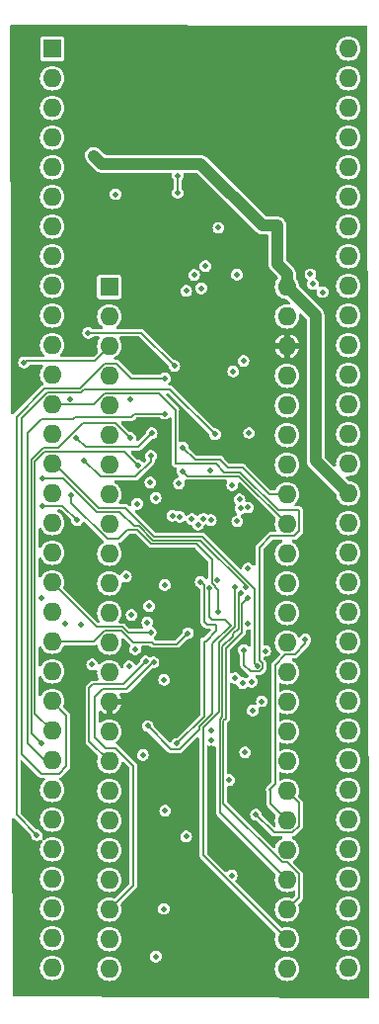
<source format=gbr>
G04 #@! TF.GenerationSoftware,KiCad,Pcbnew,7.0.5*
G04 #@! TF.CreationDate,2023-06-23T21:15:38-07:00*
G04 #@! TF.ProjectId,MCL68,4d434c36-382e-46b6-9963-61645f706362,rev?*
G04 #@! TF.SameCoordinates,Original*
G04 #@! TF.FileFunction,Copper,L3,Inr*
G04 #@! TF.FilePolarity,Positive*
%FSLAX46Y46*%
G04 Gerber Fmt 4.6, Leading zero omitted, Abs format (unit mm)*
G04 Created by KiCad (PCBNEW 7.0.5) date 2023-06-23 21:15:38*
%MOMM*%
%LPD*%
G01*
G04 APERTURE LIST*
G04 #@! TA.AperFunction,ComponentPad*
%ADD10R,1.600000X1.600000*%
G04 #@! TD*
G04 #@! TA.AperFunction,ComponentPad*
%ADD11O,1.600000X1.600000*%
G04 #@! TD*
G04 #@! TA.AperFunction,ViaPad*
%ADD12C,0.500000*%
G04 #@! TD*
G04 #@! TA.AperFunction,Conductor*
%ADD13C,0.152400*%
G04 #@! TD*
G04 #@! TA.AperFunction,Conductor*
%ADD14C,1.016000*%
G04 #@! TD*
G04 #@! TA.AperFunction,Conductor*
%ADD15C,0.508000*%
G04 #@! TD*
G04 #@! TA.AperFunction,Conductor*
%ADD16C,0.304800*%
G04 #@! TD*
G04 APERTURE END LIST*
D10*
X144043400Y-75793600D03*
D11*
X144043400Y-78333600D03*
X144043400Y-80873600D03*
X144043400Y-83413600D03*
X144043400Y-85953600D03*
X144043400Y-88493600D03*
X144043400Y-91033600D03*
X144043400Y-93573600D03*
X144043400Y-96113600D03*
X144043400Y-98653600D03*
X144043400Y-101193600D03*
X144043400Y-103733600D03*
X144043400Y-106273600D03*
X144043400Y-108813600D03*
X144043400Y-111353600D03*
X144043400Y-113893600D03*
X144043400Y-116433600D03*
X144043400Y-118973600D03*
X144043400Y-121513600D03*
X144043400Y-124053600D03*
X144043400Y-126593600D03*
X144043400Y-129133600D03*
X144043400Y-131673600D03*
X144043400Y-134213600D03*
X159283400Y-134213600D03*
X159283400Y-131673600D03*
X159283400Y-129133600D03*
X159283400Y-126593600D03*
X159283400Y-124053600D03*
X159283400Y-121513600D03*
X159283400Y-118973600D03*
X159283400Y-116433600D03*
X159283400Y-113893600D03*
X159283400Y-111353600D03*
X159283400Y-108813600D03*
X159283400Y-106273600D03*
X159283400Y-103733600D03*
X159283400Y-101193600D03*
X159283400Y-98653600D03*
X159283400Y-96113600D03*
X159283400Y-93573600D03*
X159283400Y-91033600D03*
X159283400Y-88493600D03*
X159283400Y-85953600D03*
X159283400Y-83413600D03*
X159283400Y-80873600D03*
X159283400Y-78333600D03*
X159283400Y-75793600D03*
D10*
X139141200Y-55397400D03*
D11*
X139141200Y-57937400D03*
X139141200Y-60477400D03*
X139141200Y-63017400D03*
X139141200Y-65557400D03*
X139141200Y-68097400D03*
X139141200Y-70637400D03*
X139141200Y-73177400D03*
X139141200Y-75717400D03*
X139141200Y-78257400D03*
X139141200Y-80797400D03*
X139141200Y-83337400D03*
X139141200Y-85877400D03*
X139141200Y-88417400D03*
X139141200Y-90957400D03*
X139141200Y-93497400D03*
X139141200Y-96037400D03*
X139141200Y-98577400D03*
X139141200Y-101117400D03*
X139141200Y-103657400D03*
X139141200Y-106197400D03*
X139141200Y-108737400D03*
X139141200Y-111277400D03*
X139141200Y-113817400D03*
X139141200Y-116357400D03*
X139141200Y-118897400D03*
X139141200Y-121437400D03*
X139141200Y-123977400D03*
X139141200Y-126517400D03*
X139141200Y-129057400D03*
X139141200Y-131597400D03*
X139141200Y-134137400D03*
X164541200Y-134137400D03*
X164541200Y-131597400D03*
X164541200Y-129057400D03*
X164541200Y-126517400D03*
X164541200Y-123977400D03*
X164541200Y-121437400D03*
X164541200Y-118897400D03*
X164541200Y-116357400D03*
X164541200Y-113817400D03*
X164541200Y-111277400D03*
X164541200Y-108737400D03*
X164541200Y-106197400D03*
X164541200Y-103657400D03*
X164541200Y-101117400D03*
X164541200Y-98577400D03*
X164541200Y-96037400D03*
X164541200Y-93497400D03*
X164541200Y-90957400D03*
X164541200Y-88417400D03*
X164541200Y-85877400D03*
X164541200Y-83337400D03*
X164541200Y-80797400D03*
X164541200Y-78257400D03*
X164541200Y-75717400D03*
X164541200Y-73177400D03*
X164541200Y-70637400D03*
X164541200Y-68097400D03*
X164541200Y-65557400D03*
X164541200Y-63017400D03*
X164541200Y-60477400D03*
X164541200Y-57937400D03*
X164541200Y-55397400D03*
D12*
X149840380Y-114939000D03*
X151866600Y-101092010D03*
X146431000Y-94386400D03*
X147550435Y-92557298D03*
X142231400Y-79730600D03*
X149606000Y-82575400D03*
X141859000Y-90652600D03*
X147599400Y-90271600D03*
X147671600Y-88341200D03*
X141208822Y-88703022D03*
X140788200Y-93684125D03*
X153361200Y-103632000D03*
X155701094Y-101550106D03*
X138328400Y-92176600D03*
X155579000Y-106908600D03*
X142697200Y-64566800D03*
X156714000Y-108258720D03*
X148793200Y-101346000D03*
X156032200Y-88315800D03*
X144576800Y-67868800D03*
X148742400Y-109474000D03*
X148818600Y-120675400D03*
X152273000Y-74015600D03*
X148005800Y-93878400D03*
X150626478Y-76153678D03*
X154990800Y-74752200D03*
X155549600Y-82143600D03*
X150622000Y-122885200D03*
X152810962Y-114660163D03*
X150016219Y-92638938D03*
X154833985Y-109314273D03*
X147447000Y-103149400D03*
X148712200Y-129082800D03*
X153390600Y-70739000D03*
X152654000Y-91524231D03*
X147574000Y-105410000D03*
X138222166Y-102445175D03*
X150786714Y-105463797D03*
X153106600Y-88432719D03*
X146532600Y-91135200D03*
X148793200Y-86664800D03*
X146913600Y-115900200D03*
X147294600Y-104546400D03*
X145948422Y-103906922D03*
X141605000Y-104698800D03*
X162331400Y-76250800D03*
X161497804Y-75569000D03*
X161284243Y-74721047D03*
X156337000Y-112090200D03*
X156235400Y-109626400D03*
X155938822Y-99915378D03*
X153301443Y-100949783D03*
X152624600Y-101648259D03*
X147320000Y-113411000D03*
X154325922Y-118038278D03*
X149885400Y-67741800D03*
X154533600Y-126238000D03*
X155676600Y-115671600D03*
X155448000Y-109753400D03*
X149910800Y-66268600D03*
X148024366Y-133153634D03*
X145865360Y-88763396D03*
X138172000Y-114919613D03*
X150342600Y-89560400D03*
X150317200Y-91592400D03*
X154580400Y-92786200D03*
X155016200Y-95885000D03*
X157407796Y-106984800D03*
X155194000Y-94005400D03*
X154809895Y-101537138D03*
X145389600Y-67005200D03*
X147370800Y-124485400D03*
X155041600Y-99466400D03*
X149326600Y-74625200D03*
X155524200Y-108915200D03*
X155219400Y-117830600D03*
X154551300Y-86926500D03*
X152788849Y-115312191D03*
X155270202Y-124884100D03*
X155448000Y-134086600D03*
X153238200Y-97155000D03*
X153238200Y-89789000D03*
X150037800Y-103733600D03*
X147175837Y-107894967D03*
X145867722Y-85403600D03*
X140694600Y-85398796D03*
X151917400Y-75920600D03*
X146257731Y-106852233D03*
X136719596Y-82287216D03*
X140246543Y-104690200D03*
X155288495Y-102060535D03*
X147825085Y-107959047D03*
X155902100Y-102455600D03*
X145469800Y-100609400D03*
X145745200Y-108305600D03*
X141274800Y-95783400D03*
X138277600Y-94538796D03*
X155287910Y-94786089D03*
X152746690Y-95781831D03*
X152102962Y-95675799D03*
X151649993Y-96145318D03*
X151120750Y-95700491D03*
X150080378Y-95508000D03*
X149438428Y-95391681D03*
X137828624Y-122775376D03*
X148818600Y-83642200D03*
X142570200Y-108153200D03*
X152811093Y-113796693D03*
X156616400Y-121005600D03*
X160858200Y-105994200D03*
X155934600Y-94699945D03*
X154670176Y-83048915D03*
X151307800Y-74777600D03*
X155897932Y-104662117D03*
X157124400Y-111302800D03*
D13*
X149840380Y-114939000D02*
X152146000Y-112633380D01*
X153238200Y-104749600D02*
X152425400Y-104749600D01*
X153238200Y-105232200D02*
X153238200Y-104749600D01*
X152146000Y-106146600D02*
X152323800Y-106146600D01*
X152425400Y-104749600D02*
X152146000Y-104470200D01*
X152146000Y-112633380D02*
X152146000Y-106146600D01*
X152323800Y-106146600D02*
X153238200Y-105232200D01*
X152146000Y-101371410D02*
X151901200Y-101126610D01*
X152146000Y-104470200D02*
X152146000Y-101371410D01*
X146761200Y-79730600D02*
X142231400Y-79730600D01*
X149606000Y-82575400D02*
X146761200Y-79730600D01*
X146282443Y-92062200D02*
X147599400Y-90745243D01*
X147599400Y-90745243D02*
X147599400Y-90271600D01*
X141859000Y-90652600D02*
X143268600Y-92062200D01*
X143268600Y-92062200D02*
X146282443Y-92062200D01*
X142028000Y-89522200D02*
X141208822Y-88703022D01*
X147671600Y-88341200D02*
X146490600Y-89522200D01*
X146490600Y-89522200D02*
X142028000Y-89522200D01*
X152822843Y-99127243D02*
X151511000Y-97815400D01*
X143858739Y-97383600D02*
X140788200Y-94313061D01*
X153361200Y-101784216D02*
X153103200Y-101526216D01*
X153103200Y-101526216D02*
X153103200Y-101450016D01*
X146458644Y-96621600D02*
X145618200Y-96621600D01*
X153361200Y-103632000D02*
X153361200Y-101784216D01*
X153103200Y-101450016D02*
X152822843Y-101169659D01*
X152822843Y-101169659D02*
X152822843Y-99127243D01*
X144856200Y-97383600D02*
X143858739Y-97383600D01*
X140788200Y-94313061D02*
X140788200Y-93684125D01*
X151511000Y-97815400D02*
X147652444Y-97815400D01*
X147652444Y-97815400D02*
X146458644Y-96621600D01*
X145618200Y-96621600D02*
X144856200Y-97383600D01*
X140106400Y-92176600D02*
X138328400Y-92176600D01*
X151822964Y-97510600D02*
X147778696Y-97510600D01*
X147778696Y-97510600D02*
X146559496Y-96291400D01*
X146177000Y-96291400D02*
X144932400Y-95046800D01*
X155701094Y-101550106D02*
X155701094Y-101388730D01*
X142976600Y-95046800D02*
X140106400Y-92176600D01*
X155701094Y-101388730D02*
X151822964Y-97510600D01*
X146559496Y-96291400D02*
X146177000Y-96291400D01*
X144932400Y-95046800D02*
X142976600Y-95046800D01*
X160312000Y-96736000D02*
X159905800Y-97142200D01*
X160312000Y-94932400D02*
X160312000Y-96736000D01*
X149694900Y-86347300D02*
X149694900Y-90932000D01*
X157192600Y-108060477D02*
X157192600Y-108456963D01*
X143617339Y-84925000D02*
X148272600Y-84925000D01*
X159905800Y-97142200D02*
X157869800Y-97142200D01*
X148272600Y-84925000D02*
X149694900Y-86347300D01*
X157192600Y-108456963D02*
X156912243Y-108737320D01*
X157869800Y-97142200D02*
X156917200Y-98094800D01*
X156917200Y-107785077D02*
X157192600Y-108060477D01*
X156917200Y-98094800D02*
X156917200Y-107785077D01*
X158533252Y-94932400D02*
X160312000Y-94932400D01*
X155579000Y-108182600D02*
X155579000Y-106908600D01*
X155269452Y-91668600D02*
X158533252Y-94932400D01*
X149694900Y-90932000D02*
X153162000Y-90932000D01*
X139141200Y-85877400D02*
X142664939Y-85877400D01*
X156133720Y-108737320D02*
X155579000Y-108182600D01*
X156912243Y-108737320D02*
X156133720Y-108737320D01*
X142664939Y-85877400D02*
X143617339Y-84925000D01*
X153162000Y-90932000D02*
X153898600Y-91668600D01*
X153898600Y-91668600D02*
X155269452Y-91668600D01*
D14*
X159283400Y-74662230D02*
X158445200Y-73824030D01*
X151866600Y-65252600D02*
X144856200Y-65252600D01*
D15*
X159283400Y-75463400D02*
X159461200Y-75285600D01*
D14*
X157149800Y-70535800D02*
X151866600Y-65252600D01*
X158445200Y-73824030D02*
X158445200Y-70535800D01*
X159283400Y-75793600D02*
X159283400Y-74662230D01*
X144856200Y-65252600D02*
X143383000Y-65252600D01*
X161721800Y-78232000D02*
X159283400Y-75793600D01*
X143383000Y-65252600D02*
X142697200Y-64566800D01*
X158445200Y-70535800D02*
X157149800Y-70535800D01*
X164541200Y-93497400D02*
X161721800Y-90678000D01*
X161721800Y-90678000D02*
X161721800Y-78232000D01*
D15*
X159283400Y-75793600D02*
X159283400Y-75463400D01*
D13*
X156514800Y-101686968D02*
X152033632Y-97205800D01*
X143102852Y-94742000D02*
X139318252Y-90957400D01*
X139318252Y-90957400D02*
X139141200Y-90957400D01*
X156714000Y-108258720D02*
X156514800Y-108059520D01*
X147904948Y-97205800D02*
X145441148Y-94742000D01*
X145441148Y-94742000D02*
X143102852Y-94742000D01*
X156514800Y-108059520D02*
X156514800Y-101686968D01*
X152033632Y-97205800D02*
X147904948Y-97205800D01*
X139141200Y-101117400D02*
X142964000Y-104940200D01*
X142964000Y-104940200D02*
X145198452Y-104940200D01*
X145198452Y-104940200D02*
X145668252Y-105410000D01*
X145668252Y-105410000D02*
X147574000Y-105410000D01*
X139141200Y-106197400D02*
X142664939Y-106197400D01*
X146050000Y-106222800D02*
X147657687Y-106222800D01*
X142664939Y-106197400D02*
X143617339Y-105245000D01*
X147835487Y-106400600D02*
X149849911Y-106400600D01*
X149849911Y-106400600D02*
X150786714Y-105463797D01*
X145072200Y-105245000D02*
X146050000Y-106222800D01*
X143617339Y-105245000D02*
X145072200Y-105245000D01*
X147657687Y-106222800D02*
X147835487Y-106400600D01*
X136499600Y-87064339D02*
X138753339Y-84810600D01*
X141832852Y-84582000D02*
X149255881Y-84582000D01*
X140360400Y-112496600D02*
X140360400Y-116865400D01*
X140360400Y-116865400D02*
X139700000Y-117525800D01*
X136499600Y-115823252D02*
X136499600Y-87064339D01*
X141604252Y-84810600D02*
X141832852Y-84582000D01*
X138202148Y-117525800D02*
X136499600Y-115823252D01*
X139700000Y-117525800D02*
X138202148Y-117525800D01*
X139141200Y-111277400D02*
X140360400Y-112496600D01*
X138753339Y-84810600D02*
X141604252Y-84810600D01*
X149255881Y-84582000D02*
X153106600Y-88432719D01*
X138480800Y-89916000D02*
X145313400Y-89916000D01*
X139141200Y-113817400D02*
X137642600Y-112318800D01*
X137642600Y-90754200D02*
X138480800Y-89916000D01*
X145313400Y-89916000D02*
X146532600Y-91135200D01*
X137642600Y-112318800D02*
X137642600Y-90754200D01*
X138201400Y-87147400D02*
X140893800Y-87147400D01*
X137058400Y-88290400D02*
X138201400Y-87147400D01*
X137058400Y-90399348D02*
X137058400Y-88290400D01*
X140893800Y-87147400D02*
X141059000Y-86982200D01*
X146209261Y-86664800D02*
X148793200Y-86664800D01*
X137033000Y-90424748D02*
X137058400Y-90399348D01*
X145891861Y-86982200D02*
X146209261Y-86664800D01*
X137033000Y-114884200D02*
X137033000Y-90424748D01*
X141059000Y-86982200D02*
X145891861Y-86982200D01*
X139141200Y-116357400D02*
X138506200Y-116357400D01*
X138506200Y-116357400D02*
X137033000Y-114884200D01*
X152624600Y-104059800D02*
X152624600Y-101648259D01*
X151769000Y-113730890D02*
X151769000Y-113442105D01*
X147320000Y-113411000D02*
X149326600Y-115417600D01*
X152882600Y-106349800D02*
X154444700Y-104787700D01*
X152882600Y-112328505D02*
X152882600Y-106349800D01*
X151769000Y-113442105D02*
X152882600Y-112328505D01*
X154444700Y-104787700D02*
X153974800Y-104317800D01*
X153974800Y-104317800D02*
X152882600Y-104317800D01*
X149326600Y-115417600D02*
X150082290Y-115417600D01*
X150082290Y-115417600D02*
X151769000Y-113730890D01*
X152882600Y-104317800D02*
X152624600Y-104059800D01*
X149885400Y-66294000D02*
X149910800Y-66268600D01*
X149885400Y-67741800D02*
X149885400Y-66294000D01*
X141770000Y-87465000D02*
X144566964Y-87465000D01*
X137337800Y-114085413D02*
X137337800Y-90627948D01*
X138172000Y-114919613D02*
X137337800Y-114085413D01*
X137337800Y-90627948D02*
X138405348Y-89560400D01*
X139674600Y-89560400D02*
X141770000Y-87465000D01*
X138405348Y-89560400D02*
X139674600Y-89560400D01*
X144566964Y-87465000D02*
X145865360Y-88763396D01*
X154228800Y-91287600D02*
X155473400Y-91287600D01*
X157759400Y-93573600D02*
X159283400Y-93573600D01*
X151384000Y-90601800D02*
X153568400Y-90601800D01*
X153568400Y-90627200D02*
X154228800Y-91287600D01*
X155473400Y-91287600D02*
X157759400Y-93573600D01*
X150342600Y-89560400D02*
X151384000Y-90601800D01*
X153568400Y-90601800D02*
X153568400Y-90627200D01*
X150727637Y-92002837D02*
X150317200Y-91592400D01*
X159283400Y-96113600D02*
X155172637Y-92002837D01*
X155172637Y-92002837D02*
X150727637Y-92002837D01*
X152073800Y-124464000D02*
X152073800Y-113568357D01*
X152073800Y-113568357D02*
X153441400Y-112200757D01*
X153441400Y-106299000D02*
X154809895Y-104930505D01*
X154809895Y-104930505D02*
X154809895Y-101537138D01*
X153441400Y-112200757D02*
X153441400Y-106299000D01*
X159283400Y-131673600D02*
X152073800Y-124464000D01*
D16*
X154551300Y-88475900D02*
X154551300Y-86926500D01*
X153238200Y-89789000D02*
X154551300Y-88475900D01*
D13*
X142621000Y-109855000D02*
X145215804Y-109855000D01*
X144043400Y-116433600D02*
X142316200Y-114706400D01*
X142316200Y-114706400D02*
X142316200Y-110159800D01*
X145215804Y-109855000D02*
X147175837Y-107894967D01*
X142316200Y-110159800D02*
X142621000Y-109855000D01*
X142773400Y-82143600D02*
X136863212Y-82143600D01*
X136863212Y-82143600D02*
X136719596Y-82287216D01*
X144043400Y-80873600D02*
X142773400Y-82143600D01*
X155114695Y-102234335D02*
X155288495Y-102060535D01*
X153746200Y-106628452D02*
X154660600Y-105714052D01*
X153517600Y-112844394D02*
X153746200Y-112615794D01*
X153746200Y-112615794D02*
X153746200Y-106628452D01*
X159283400Y-126593600D02*
X153517600Y-120827800D01*
X155114695Y-105056757D02*
X155114695Y-102234335D01*
X154660600Y-105714052D02*
X154660600Y-105510852D01*
X153517600Y-120827800D02*
X153517600Y-112844394D01*
X154660600Y-105510852D02*
X155114695Y-105056757D01*
X145491200Y-110261400D02*
X147793553Y-107959047D01*
X143738600Y-115290600D02*
X142798800Y-114350800D01*
X144043400Y-129133600D02*
X146075400Y-127101600D01*
X146075400Y-127101600D02*
X146075400Y-116814600D01*
X144551400Y-115290600D02*
X143738600Y-115290600D01*
X143433800Y-110261400D02*
X145491200Y-110261400D01*
X147793553Y-107959047D02*
X147825085Y-107959047D01*
X142798800Y-110896400D02*
X143433800Y-110261400D01*
X142798800Y-114350800D02*
X142798800Y-110896400D01*
X146075400Y-116814600D02*
X144551400Y-115290600D01*
X158857339Y-125082200D02*
X153822400Y-120047261D01*
X155419495Y-102938205D02*
X155902100Y-102455600D01*
X153822400Y-120047261D02*
X153822400Y-112970646D01*
X160312000Y-126110800D02*
X159283400Y-125082200D01*
X153822400Y-112970646D02*
X154051000Y-112742046D01*
X159283400Y-125082200D02*
X158857339Y-125082200D01*
X154051000Y-106754704D02*
X155419495Y-105386209D01*
X154051000Y-112742046D02*
X154051000Y-106754704D01*
X155419495Y-105386209D02*
X155419495Y-102938205D01*
X160312000Y-128105000D02*
X160312000Y-126110800D01*
X159283400Y-129133600D02*
X160312000Y-128105000D01*
X140030196Y-94538796D02*
X138277600Y-94538796D01*
X141274800Y-95783400D02*
X140030196Y-94538796D01*
X148818600Y-83642200D02*
X145923000Y-83642200D01*
X138480800Y-84505800D02*
X136067800Y-86918800D01*
X136067800Y-86918800D02*
X136067800Y-121014552D01*
X136067800Y-121014552D02*
X137828624Y-122775376D01*
X143598800Y-82385000D02*
X141478000Y-84505800D01*
X141478000Y-84505800D02*
X138480800Y-84505800D01*
X144665800Y-82385000D02*
X143598800Y-82385000D01*
X145923000Y-83642200D02*
X144665800Y-82385000D01*
X159753400Y-122542200D02*
X158153000Y-122542200D01*
X160324800Y-121970800D02*
X159753400Y-122542200D01*
X160324800Y-120015000D02*
X160324800Y-121970800D01*
X159283400Y-118973600D02*
X160324800Y-120015000D01*
X158153000Y-122542200D02*
X156616400Y-121005600D01*
X159131000Y-107302200D02*
X159931200Y-107302200D01*
X157784800Y-118865139D02*
X158254800Y-118395138D01*
X159283400Y-121513600D02*
X157861000Y-120091200D01*
X157861000Y-120091200D02*
X157861000Y-118941339D01*
X158254800Y-108178400D02*
X159131000Y-107302200D01*
X159931200Y-107302200D02*
X160858200Y-106375200D01*
X157861000Y-118941339D02*
X157784800Y-118865139D01*
X158254800Y-118395138D02*
X158254800Y-108178400D01*
X160858200Y-106375200D02*
X160858200Y-105994200D01*
G04 #@! TA.AperFunction,Conductor*
G36*
X166043167Y-53390697D02*
G01*
X166110189Y-53410437D01*
X166155900Y-53463279D01*
X166167063Y-53514433D01*
X166344333Y-136654011D01*
X166324791Y-136721092D01*
X166272085Y-136766959D01*
X166219613Y-136778273D01*
X135860542Y-136601914D01*
X135793618Y-136581840D01*
X135748170Y-136528771D01*
X135737262Y-136478257D01*
X135730831Y-134137400D01*
X138085617Y-134137400D01*
X138105899Y-134343332D01*
X138105900Y-134343334D01*
X138165968Y-134541354D01*
X138263515Y-134723850D01*
X138263517Y-134723852D01*
X138394789Y-134883810D01*
X138491409Y-134963102D01*
X138554750Y-135015085D01*
X138737246Y-135112632D01*
X138935266Y-135172700D01*
X138935265Y-135172700D01*
X138953729Y-135174518D01*
X139141200Y-135192983D01*
X139347134Y-135172700D01*
X139545154Y-135112632D01*
X139727650Y-135015085D01*
X139887610Y-134883810D01*
X140018885Y-134723850D01*
X140116432Y-134541354D01*
X140176500Y-134343334D01*
X140189278Y-134213600D01*
X142987817Y-134213600D01*
X143008099Y-134419532D01*
X143008100Y-134419534D01*
X143068168Y-134617554D01*
X143165715Y-134800050D01*
X143165717Y-134800052D01*
X143296989Y-134960010D01*
X143364096Y-135015082D01*
X143456950Y-135091285D01*
X143639446Y-135188832D01*
X143837466Y-135248900D01*
X143837465Y-135248900D01*
X143855929Y-135250718D01*
X144043400Y-135269183D01*
X144249334Y-135248900D01*
X144447354Y-135188832D01*
X144629850Y-135091285D01*
X144789810Y-134960010D01*
X144921085Y-134800050D01*
X145018632Y-134617554D01*
X145078700Y-134419534D01*
X145098983Y-134213600D01*
X145098983Y-134213599D01*
X158227817Y-134213599D01*
X158248099Y-134419532D01*
X158248100Y-134419534D01*
X158308168Y-134617554D01*
X158405715Y-134800050D01*
X158405717Y-134800052D01*
X158536989Y-134960010D01*
X158604096Y-135015082D01*
X158696950Y-135091285D01*
X158879446Y-135188832D01*
X159077466Y-135248900D01*
X159077465Y-135248900D01*
X159095929Y-135250718D01*
X159283400Y-135269183D01*
X159489334Y-135248900D01*
X159687354Y-135188832D01*
X159869850Y-135091285D01*
X160029810Y-134960010D01*
X160161085Y-134800050D01*
X160258632Y-134617554D01*
X160318700Y-134419534D01*
X160338983Y-134213600D01*
X160331478Y-134137400D01*
X163485617Y-134137400D01*
X163505899Y-134343332D01*
X163505900Y-134343334D01*
X163565968Y-134541354D01*
X163663515Y-134723850D01*
X163663517Y-134723852D01*
X163794789Y-134883810D01*
X163891409Y-134963102D01*
X163954750Y-135015085D01*
X164137246Y-135112632D01*
X164335266Y-135172700D01*
X164335265Y-135172700D01*
X164355548Y-135174697D01*
X164541200Y-135192983D01*
X164747134Y-135172700D01*
X164945154Y-135112632D01*
X165127650Y-135015085D01*
X165287610Y-134883810D01*
X165418885Y-134723850D01*
X165516432Y-134541354D01*
X165576500Y-134343334D01*
X165596783Y-134137400D01*
X165576500Y-133931466D01*
X165516432Y-133733446D01*
X165418885Y-133550950D01*
X165366902Y-133487609D01*
X165287610Y-133390989D01*
X165127652Y-133259717D01*
X165127653Y-133259717D01*
X165127650Y-133259715D01*
X164945154Y-133162168D01*
X164747134Y-133102100D01*
X164747132Y-133102099D01*
X164747134Y-133102099D01*
X164559663Y-133083635D01*
X164541200Y-133081817D01*
X164541199Y-133081817D01*
X164335267Y-133102099D01*
X164137243Y-133162169D01*
X164107065Y-133178300D01*
X163954750Y-133259715D01*
X163954748Y-133259716D01*
X163954747Y-133259717D01*
X163794789Y-133390989D01*
X163663517Y-133550947D01*
X163565969Y-133733443D01*
X163505899Y-133931467D01*
X163485617Y-134137400D01*
X160331478Y-134137400D01*
X160318700Y-134007666D01*
X160258632Y-133809646D01*
X160161085Y-133627150D01*
X160086098Y-133535777D01*
X160029810Y-133467189D01*
X159869852Y-133335917D01*
X159869853Y-133335917D01*
X159869850Y-133335915D01*
X159687354Y-133238368D01*
X159489334Y-133178300D01*
X159489332Y-133178299D01*
X159489334Y-133178299D01*
X159283400Y-133158017D01*
X159077467Y-133178299D01*
X158879443Y-133238369D01*
X158771457Y-133296090D01*
X158696950Y-133335915D01*
X158696948Y-133335916D01*
X158696947Y-133335917D01*
X158536989Y-133467189D01*
X158405717Y-133627147D01*
X158308169Y-133809643D01*
X158248099Y-134007667D01*
X158227817Y-134213599D01*
X145098983Y-134213599D01*
X145078700Y-134007666D01*
X145018632Y-133809646D01*
X144921085Y-133627150D01*
X144846098Y-133535777D01*
X144789810Y-133467189D01*
X144629852Y-133335917D01*
X144629853Y-133335917D01*
X144629850Y-133335915D01*
X144447354Y-133238368D01*
X144249334Y-133178300D01*
X144249332Y-133178299D01*
X144249334Y-133178299D01*
X144061863Y-133159835D01*
X144043400Y-133158017D01*
X144043399Y-133158017D01*
X143837467Y-133178299D01*
X143639443Y-133238369D01*
X143531457Y-133296090D01*
X143456950Y-133335915D01*
X143456948Y-133335916D01*
X143456947Y-133335917D01*
X143296989Y-133467189D01*
X143165717Y-133627147D01*
X143068169Y-133809643D01*
X143008099Y-134007667D01*
X142987817Y-134213600D01*
X140189278Y-134213600D01*
X140196783Y-134137400D01*
X140176500Y-133931466D01*
X140116432Y-133733446D01*
X140018885Y-133550950D01*
X139966902Y-133487609D01*
X139887610Y-133390989D01*
X139727652Y-133259717D01*
X139727653Y-133259717D01*
X139727650Y-133259715D01*
X139545154Y-133162168D01*
X139517021Y-133153634D01*
X147518719Y-133153634D01*
X147539200Y-133296090D01*
X147557388Y-133335915D01*
X147598989Y-133427007D01*
X147693238Y-133535777D01*
X147814313Y-133613587D01*
X147814316Y-133613588D01*
X147814315Y-133613588D01*
X147952402Y-133654133D01*
X147952404Y-133654134D01*
X147952405Y-133654134D01*
X148096328Y-133654134D01*
X148096328Y-133654133D01*
X148234419Y-133613587D01*
X148355494Y-133535777D01*
X148449743Y-133427007D01*
X148509531Y-133296091D01*
X148530013Y-133153634D01*
X148509531Y-133011177D01*
X148449743Y-132880261D01*
X148355494Y-132771491D01*
X148234419Y-132693681D01*
X148234417Y-132693680D01*
X148234415Y-132693679D01*
X148234416Y-132693679D01*
X148096329Y-132653134D01*
X148096327Y-132653134D01*
X147952405Y-132653134D01*
X147952402Y-132653134D01*
X147814315Y-132693679D01*
X147693239Y-132771490D01*
X147598989Y-132880260D01*
X147598988Y-132880262D01*
X147539200Y-133011177D01*
X147518719Y-133153634D01*
X139517021Y-133153634D01*
X139347134Y-133102100D01*
X139347132Y-133102099D01*
X139347134Y-133102099D01*
X139159663Y-133083635D01*
X139141200Y-133081817D01*
X139141199Y-133081817D01*
X138935267Y-133102099D01*
X138737243Y-133162169D01*
X138707065Y-133178300D01*
X138554750Y-133259715D01*
X138554748Y-133259716D01*
X138554747Y-133259717D01*
X138394789Y-133390989D01*
X138263517Y-133550947D01*
X138165969Y-133733443D01*
X138105899Y-133931467D01*
X138085617Y-134137400D01*
X135730831Y-134137400D01*
X135723853Y-131597400D01*
X138085617Y-131597400D01*
X138105899Y-131803332D01*
X138105900Y-131803334D01*
X138165968Y-132001354D01*
X138263515Y-132183850D01*
X138263517Y-132183852D01*
X138394789Y-132343810D01*
X138491409Y-132423102D01*
X138554750Y-132475085D01*
X138737246Y-132572632D01*
X138935266Y-132632700D01*
X138935265Y-132632700D01*
X138953729Y-132634518D01*
X139141200Y-132652983D01*
X139347134Y-132632700D01*
X139545154Y-132572632D01*
X139727650Y-132475085D01*
X139887610Y-132343810D01*
X140018885Y-132183850D01*
X140116432Y-132001354D01*
X140176500Y-131803334D01*
X140189278Y-131673600D01*
X142987817Y-131673600D01*
X143008099Y-131879532D01*
X143008100Y-131879534D01*
X143068168Y-132077554D01*
X143165715Y-132260050D01*
X143165717Y-132260052D01*
X143296989Y-132420010D01*
X143364096Y-132475082D01*
X143456950Y-132551285D01*
X143639446Y-132648832D01*
X143837466Y-132708900D01*
X143837465Y-132708900D01*
X143855929Y-132710718D01*
X144043400Y-132729183D01*
X144249334Y-132708900D01*
X144447354Y-132648832D01*
X144629850Y-132551285D01*
X144789810Y-132420010D01*
X144921085Y-132260050D01*
X145018632Y-132077554D01*
X145078700Y-131879534D01*
X145098983Y-131673600D01*
X145078700Y-131467666D01*
X145018632Y-131269646D01*
X144921085Y-131087150D01*
X144858547Y-131010947D01*
X144789810Y-130927189D01*
X144629852Y-130795917D01*
X144629853Y-130795917D01*
X144629850Y-130795915D01*
X144447354Y-130698368D01*
X144249334Y-130638300D01*
X144249332Y-130638299D01*
X144249334Y-130638299D01*
X144043400Y-130618017D01*
X143837467Y-130638299D01*
X143639443Y-130698369D01*
X143529298Y-130757243D01*
X143456950Y-130795915D01*
X143456948Y-130795916D01*
X143456947Y-130795917D01*
X143296989Y-130927189D01*
X143165717Y-131087147D01*
X143068169Y-131269643D01*
X143008099Y-131467667D01*
X142987817Y-131673600D01*
X140189278Y-131673600D01*
X140196783Y-131597400D01*
X140176500Y-131391466D01*
X140116432Y-131193446D01*
X140018885Y-131010950D01*
X139966902Y-130947609D01*
X139887610Y-130850989D01*
X139727652Y-130719717D01*
X139727653Y-130719717D01*
X139727650Y-130719715D01*
X139545154Y-130622168D01*
X139347134Y-130562100D01*
X139347132Y-130562099D01*
X139347134Y-130562099D01*
X139141200Y-130541817D01*
X138935267Y-130562099D01*
X138737243Y-130622169D01*
X138707065Y-130638300D01*
X138554750Y-130719715D01*
X138554748Y-130719716D01*
X138554747Y-130719717D01*
X138394789Y-130850989D01*
X138263517Y-131010947D01*
X138165969Y-131193443D01*
X138105899Y-131391467D01*
X138085617Y-131597400D01*
X135723853Y-131597400D01*
X135716875Y-129057399D01*
X138085617Y-129057399D01*
X138105899Y-129263332D01*
X138105900Y-129263334D01*
X138165968Y-129461354D01*
X138263515Y-129643850D01*
X138263517Y-129643852D01*
X138394789Y-129803810D01*
X138491409Y-129883102D01*
X138554750Y-129935085D01*
X138737246Y-130032632D01*
X138935266Y-130092700D01*
X138935265Y-130092700D01*
X138953729Y-130094518D01*
X139141200Y-130112983D01*
X139347134Y-130092700D01*
X139545154Y-130032632D01*
X139727650Y-129935085D01*
X139887610Y-129803810D01*
X140018885Y-129643850D01*
X140116432Y-129461354D01*
X140176500Y-129263334D01*
X140196783Y-129057400D01*
X140176500Y-128851466D01*
X140116432Y-128653446D01*
X140018885Y-128470950D01*
X139966902Y-128407609D01*
X139887610Y-128310989D01*
X139727652Y-128179717D01*
X139727653Y-128179717D01*
X139727650Y-128179715D01*
X139545154Y-128082168D01*
X139347134Y-128022100D01*
X139347132Y-128022099D01*
X139347134Y-128022099D01*
X139141200Y-128001817D01*
X138935267Y-128022099D01*
X138737243Y-128082169D01*
X138707065Y-128098300D01*
X138554750Y-128179715D01*
X138554748Y-128179716D01*
X138554747Y-128179717D01*
X138394789Y-128310989D01*
X138263517Y-128470947D01*
X138165969Y-128653443D01*
X138105899Y-128851467D01*
X138085617Y-129057399D01*
X135716875Y-129057399D01*
X135709897Y-126517400D01*
X138085617Y-126517400D01*
X138105899Y-126723332D01*
X138127438Y-126794335D01*
X138165968Y-126921354D01*
X138263515Y-127103850D01*
X138298169Y-127146077D01*
X138394789Y-127263810D01*
X138488794Y-127340957D01*
X138554750Y-127395085D01*
X138737246Y-127492632D01*
X138935266Y-127552700D01*
X138935265Y-127552700D01*
X138955547Y-127554697D01*
X139141200Y-127572983D01*
X139347134Y-127552700D01*
X139545154Y-127492632D01*
X139727650Y-127395085D01*
X139887610Y-127263810D01*
X140018885Y-127103850D01*
X140116432Y-126921354D01*
X140176500Y-126723334D01*
X140189278Y-126593600D01*
X142987817Y-126593600D01*
X143008099Y-126799532D01*
X143008100Y-126799534D01*
X143068168Y-126997554D01*
X143165715Y-127180050D01*
X143165717Y-127180052D01*
X143296989Y-127340010D01*
X143364096Y-127395082D01*
X143456950Y-127471285D01*
X143639446Y-127568832D01*
X143837466Y-127628900D01*
X143837465Y-127628900D01*
X143857747Y-127630897D01*
X144043400Y-127649183D01*
X144249334Y-127628900D01*
X144447354Y-127568832D01*
X144629850Y-127471285D01*
X144789810Y-127340010D01*
X144921085Y-127180050D01*
X145018632Y-126997554D01*
X145078700Y-126799534D01*
X145098983Y-126593600D01*
X145078700Y-126387666D01*
X145018632Y-126189646D01*
X144921085Y-126007150D01*
X144858547Y-125930947D01*
X144789810Y-125847189D01*
X144672077Y-125750569D01*
X144629850Y-125715915D01*
X144447354Y-125618368D01*
X144249334Y-125558300D01*
X144249332Y-125558299D01*
X144249334Y-125558299D01*
X144061863Y-125539835D01*
X144043400Y-125538017D01*
X144043399Y-125538017D01*
X143837467Y-125558299D01*
X143639443Y-125618369D01*
X143529298Y-125677243D01*
X143456950Y-125715915D01*
X143456948Y-125715916D01*
X143456947Y-125715917D01*
X143296989Y-125847189D01*
X143165717Y-126007147D01*
X143068169Y-126189643D01*
X143008099Y-126387667D01*
X142987817Y-126593600D01*
X140189278Y-126593600D01*
X140196783Y-126517400D01*
X140176500Y-126311466D01*
X140116432Y-126113446D01*
X140018885Y-125930950D01*
X139957257Y-125855856D01*
X139887610Y-125770989D01*
X139727652Y-125639717D01*
X139727653Y-125639717D01*
X139727650Y-125639715D01*
X139545154Y-125542168D01*
X139347134Y-125482100D01*
X139347132Y-125482099D01*
X139347134Y-125482099D01*
X139159663Y-125463635D01*
X139141200Y-125461817D01*
X139141199Y-125461817D01*
X138935267Y-125482099D01*
X138737243Y-125542169D01*
X138707065Y-125558300D01*
X138554750Y-125639715D01*
X138554748Y-125639716D01*
X138554747Y-125639717D01*
X138394789Y-125770989D01*
X138281608Y-125908903D01*
X138263515Y-125930950D01*
X138239808Y-125975302D01*
X138165969Y-126113443D01*
X138105899Y-126311467D01*
X138085617Y-126517400D01*
X135709897Y-126517400D01*
X135695850Y-121404327D01*
X135715351Y-121337235D01*
X135768029Y-121291336D01*
X135837160Y-121281202D01*
X135900795Y-121310052D01*
X135907531Y-121316307D01*
X137286659Y-122695435D01*
X137320143Y-122756756D01*
X137321209Y-122766670D01*
X137321715Y-122766598D01*
X137343458Y-122917832D01*
X137389341Y-123018299D01*
X137403247Y-123048749D01*
X137497496Y-123157519D01*
X137618571Y-123235329D01*
X137618574Y-123235330D01*
X137618573Y-123235330D01*
X137756660Y-123275875D01*
X137756662Y-123275876D01*
X137756663Y-123275876D01*
X137900586Y-123275876D01*
X137900586Y-123275875D01*
X138038674Y-123235330D01*
X138038675Y-123235330D01*
X138040079Y-123234428D01*
X138122243Y-123181624D01*
X138189280Y-123161940D01*
X138256320Y-123181624D01*
X138302075Y-123234428D01*
X138312019Y-123303586D01*
X138285136Y-123364602D01*
X138263518Y-123390944D01*
X138165969Y-123573443D01*
X138105899Y-123771467D01*
X138085617Y-123977399D01*
X138105899Y-124183332D01*
X138105900Y-124183334D01*
X138165968Y-124381354D01*
X138263515Y-124563850D01*
X138263517Y-124563852D01*
X138394789Y-124723810D01*
X138491409Y-124803102D01*
X138554750Y-124855085D01*
X138737246Y-124952632D01*
X138935266Y-125012700D01*
X138935265Y-125012700D01*
X138952557Y-125014403D01*
X139141200Y-125032983D01*
X139347134Y-125012700D01*
X139545154Y-124952632D01*
X139727650Y-124855085D01*
X139887610Y-124723810D01*
X140018885Y-124563850D01*
X140116432Y-124381354D01*
X140176500Y-124183334D01*
X140189278Y-124053599D01*
X142987817Y-124053599D01*
X143008099Y-124259532D01*
X143008100Y-124259534D01*
X143068168Y-124457554D01*
X143165715Y-124640050D01*
X143165717Y-124640052D01*
X143296989Y-124800010D01*
X143364096Y-124855082D01*
X143456950Y-124931285D01*
X143639446Y-125028832D01*
X143837466Y-125088900D01*
X143837465Y-125088900D01*
X143855929Y-125090718D01*
X144043400Y-125109183D01*
X144249334Y-125088900D01*
X144447354Y-125028832D01*
X144629850Y-124931285D01*
X144789810Y-124800010D01*
X144921085Y-124640050D01*
X145018632Y-124457554D01*
X145078700Y-124259534D01*
X145098983Y-124053600D01*
X145078700Y-123847666D01*
X145018632Y-123649646D01*
X144921085Y-123467150D01*
X144836927Y-123364602D01*
X144789810Y-123307189D01*
X144641389Y-123185385D01*
X144629850Y-123175915D01*
X144447354Y-123078368D01*
X144249334Y-123018300D01*
X144249332Y-123018299D01*
X144249334Y-123018299D01*
X144043400Y-122998017D01*
X143837467Y-123018299D01*
X143639443Y-123078369D01*
X143529298Y-123137243D01*
X143456950Y-123175915D01*
X143456948Y-123175916D01*
X143456947Y-123175917D01*
X143296989Y-123307189D01*
X143165717Y-123467147D01*
X143068169Y-123649643D01*
X143008099Y-123847667D01*
X142987817Y-124053599D01*
X140189278Y-124053599D01*
X140196783Y-123977400D01*
X140176500Y-123771466D01*
X140116432Y-123573446D01*
X140018885Y-123390950D01*
X139966902Y-123327609D01*
X139887610Y-123230989D01*
X139734449Y-123105295D01*
X139727650Y-123099715D01*
X139545154Y-123002168D01*
X139347134Y-122942100D01*
X139347132Y-122942099D01*
X139347134Y-122942099D01*
X139159663Y-122923635D01*
X139141200Y-122921817D01*
X139141199Y-122921817D01*
X138935267Y-122942099D01*
X138737243Y-123002169D01*
X138554746Y-123099717D01*
X138450359Y-123185385D01*
X138386049Y-123212697D01*
X138317182Y-123200906D01*
X138265622Y-123153753D01*
X138247739Y-123086210D01*
X138258901Y-123038019D01*
X138313789Y-122917833D01*
X138334271Y-122775376D01*
X138313789Y-122632919D01*
X138254001Y-122502003D01*
X138159752Y-122393233D01*
X138038677Y-122315423D01*
X138038675Y-122315422D01*
X138038673Y-122315421D01*
X138038674Y-122315421D01*
X137900587Y-122274876D01*
X137900585Y-122274876D01*
X137841510Y-122274876D01*
X137774471Y-122255191D01*
X137753829Y-122238557D01*
X136952673Y-121437400D01*
X138085617Y-121437400D01*
X138105899Y-121643332D01*
X138105900Y-121643334D01*
X138165968Y-121841354D01*
X138263515Y-122023850D01*
X138263517Y-122023852D01*
X138394789Y-122183810D01*
X138491409Y-122263102D01*
X138554750Y-122315085D01*
X138737246Y-122412632D01*
X138935266Y-122472700D01*
X138935265Y-122472700D01*
X138953729Y-122474518D01*
X139141200Y-122492983D01*
X139347134Y-122472700D01*
X139545154Y-122412632D01*
X139727650Y-122315085D01*
X139887610Y-122183810D01*
X140018885Y-122023850D01*
X140116432Y-121841354D01*
X140176500Y-121643334D01*
X140189278Y-121513600D01*
X142987817Y-121513600D01*
X143008099Y-121719532D01*
X143008100Y-121719534D01*
X143068168Y-121917554D01*
X143165715Y-122100050D01*
X143165717Y-122100052D01*
X143296989Y-122260010D01*
X143315104Y-122274876D01*
X143456950Y-122391285D01*
X143639446Y-122488832D01*
X143837466Y-122548900D01*
X143837465Y-122548900D01*
X143855929Y-122550718D01*
X144043400Y-122569183D01*
X144249334Y-122548900D01*
X144447354Y-122488832D01*
X144629850Y-122391285D01*
X144789810Y-122260010D01*
X144921085Y-122100050D01*
X145018632Y-121917554D01*
X145078700Y-121719534D01*
X145098983Y-121513600D01*
X145078700Y-121307666D01*
X145018632Y-121109646D01*
X144921085Y-120927150D01*
X144858547Y-120850947D01*
X144789810Y-120767189D01*
X144629852Y-120635917D01*
X144629853Y-120635917D01*
X144629850Y-120635915D01*
X144447994Y-120538710D01*
X144447356Y-120538369D01*
X144447355Y-120538368D01*
X144447354Y-120538368D01*
X144249334Y-120478300D01*
X144249332Y-120478299D01*
X144249334Y-120478299D01*
X144043400Y-120458017D01*
X143837467Y-120478299D01*
X143639443Y-120538369D01*
X143529298Y-120597243D01*
X143456950Y-120635915D01*
X143456948Y-120635916D01*
X143456947Y-120635917D01*
X143296989Y-120767189D01*
X143175238Y-120915546D01*
X143165715Y-120927150D01*
X143143881Y-120967998D01*
X143068169Y-121109643D01*
X143008099Y-121307667D01*
X142987817Y-121513600D01*
X140189278Y-121513600D01*
X140196783Y-121437400D01*
X140176500Y-121231466D01*
X140116432Y-121033446D01*
X140018885Y-120850950D01*
X139966902Y-120787609D01*
X139887610Y-120690989D01*
X139727652Y-120559717D01*
X139727653Y-120559717D01*
X139727650Y-120559715D01*
X139545154Y-120462168D01*
X139347134Y-120402100D01*
X139347132Y-120402099D01*
X139347134Y-120402099D01*
X139141200Y-120381817D01*
X138935267Y-120402099D01*
X138737243Y-120462169D01*
X138644427Y-120511781D01*
X138554750Y-120559715D01*
X138554748Y-120559716D01*
X138554747Y-120559717D01*
X138394789Y-120690989D01*
X138263517Y-120850947D01*
X138165969Y-121033443D01*
X138105899Y-121231467D01*
X138085617Y-121437400D01*
X136952673Y-121437400D01*
X136430819Y-120915546D01*
X136397334Y-120854223D01*
X136394500Y-120827865D01*
X136394500Y-116479536D01*
X136414185Y-116412497D01*
X136466989Y-116366742D01*
X136536147Y-116356798D01*
X136599703Y-116385823D01*
X136606166Y-116391841D01*
X137292959Y-117078634D01*
X137959129Y-117744804D01*
X137962780Y-117748788D01*
X137988910Y-117779928D01*
X138024091Y-117800240D01*
X138024100Y-117800245D01*
X138028666Y-117803154D01*
X138061948Y-117826459D01*
X138066650Y-117828651D01*
X138083821Y-117835763D01*
X138088683Y-117837533D01*
X138088684Y-117837533D01*
X138088686Y-117837534D01*
X138128717Y-117844591D01*
X138133979Y-117845758D01*
X138173234Y-117856277D01*
X138213712Y-117852735D01*
X138219113Y-117852500D01*
X138411944Y-117852500D01*
X138478983Y-117872185D01*
X138524738Y-117924989D01*
X138534682Y-117994147D01*
X138505657Y-118057703D01*
X138490609Y-118072353D01*
X138394790Y-118150989D01*
X138263517Y-118310947D01*
X138263515Y-118310950D01*
X138224843Y-118383298D01*
X138165969Y-118493443D01*
X138105899Y-118691467D01*
X138085617Y-118897399D01*
X138105899Y-119103332D01*
X138105900Y-119103334D01*
X138165968Y-119301354D01*
X138263515Y-119483850D01*
X138263517Y-119483852D01*
X138394789Y-119643810D01*
X138491409Y-119723102D01*
X138554750Y-119775085D01*
X138737246Y-119872632D01*
X138935266Y-119932700D01*
X138935265Y-119932700D01*
X138955547Y-119934697D01*
X139141200Y-119952983D01*
X139347134Y-119932700D01*
X139545154Y-119872632D01*
X139727650Y-119775085D01*
X139887610Y-119643810D01*
X140018885Y-119483850D01*
X140116432Y-119301354D01*
X140176500Y-119103334D01*
X140189278Y-118973600D01*
X142987817Y-118973600D01*
X142989213Y-118987775D01*
X143008099Y-119179532D01*
X143008100Y-119179534D01*
X143068168Y-119377554D01*
X143165715Y-119560050D01*
X143200369Y-119602277D01*
X143296989Y-119720010D01*
X143360323Y-119771986D01*
X143456950Y-119851285D01*
X143639446Y-119948832D01*
X143837466Y-120008900D01*
X143837465Y-120008900D01*
X143857748Y-120010897D01*
X144043400Y-120029183D01*
X144249334Y-120008900D01*
X144447354Y-119948832D01*
X144629850Y-119851285D01*
X144789810Y-119720010D01*
X144921085Y-119560050D01*
X145018632Y-119377554D01*
X145078700Y-119179534D01*
X145098983Y-118973600D01*
X145078700Y-118767666D01*
X145018632Y-118569646D01*
X144921085Y-118387150D01*
X144846390Y-118296133D01*
X144789810Y-118227189D01*
X144629852Y-118095917D01*
X144629853Y-118095917D01*
X144629850Y-118095915D01*
X144447354Y-117998368D01*
X144249334Y-117938300D01*
X144249332Y-117938299D01*
X144249334Y-117938299D01*
X144043400Y-117918017D01*
X143837467Y-117938299D01*
X143639443Y-117998369D01*
X143564782Y-118038277D01*
X143456950Y-118095915D01*
X143456948Y-118095916D01*
X143456947Y-118095917D01*
X143296989Y-118227189D01*
X143165717Y-118387147D01*
X143068169Y-118569643D01*
X143008099Y-118767667D01*
X142990043Y-118951000D01*
X142987817Y-118973600D01*
X140189278Y-118973600D01*
X140196783Y-118897400D01*
X140176500Y-118691466D01*
X140116432Y-118493446D01*
X140018885Y-118310950D01*
X139887610Y-118150990D01*
X139887609Y-118150989D01*
X139768364Y-118053127D01*
X139729030Y-117995382D01*
X139727159Y-117925537D01*
X139763346Y-117865769D01*
X139804622Y-117840751D01*
X139813457Y-117837534D01*
X139813462Y-117837534D01*
X139813465Y-117837531D01*
X139818358Y-117835751D01*
X139835473Y-117828662D01*
X139840194Y-117826460D01*
X139840199Y-117826459D01*
X139873492Y-117803145D01*
X139878031Y-117800253D01*
X139913238Y-117779928D01*
X139939372Y-117748781D01*
X139942992Y-117744830D01*
X140579430Y-117108392D01*
X140583381Y-117104772D01*
X140614528Y-117078638D01*
X140634853Y-117043431D01*
X140637750Y-117038886D01*
X140661059Y-117005599D01*
X140661060Y-117005594D01*
X140663262Y-117000873D01*
X140670350Y-116983762D01*
X140672134Y-116978861D01*
X140678306Y-116943852D01*
X140679190Y-116938835D01*
X140680356Y-116933575D01*
X140690878Y-116894313D01*
X140687335Y-116853827D01*
X140687100Y-116848424D01*
X140687100Y-114735314D01*
X141985721Y-114735314D01*
X141996240Y-114774570D01*
X141997411Y-114779852D01*
X142004466Y-114819863D01*
X142006231Y-114824712D01*
X142013361Y-114841924D01*
X142015540Y-114846598D01*
X142038847Y-114879885D01*
X142041754Y-114884447D01*
X142062070Y-114919635D01*
X142062074Y-114919640D01*
X142093199Y-114945757D01*
X142097189Y-114949413D01*
X143041581Y-115893805D01*
X143075066Y-115955128D01*
X143070082Y-116024820D01*
X143068464Y-116028932D01*
X143068170Y-116029641D01*
X143068169Y-116029643D01*
X143068168Y-116029646D01*
X143043565Y-116110749D01*
X143008099Y-116227667D01*
X142987817Y-116433600D01*
X143008099Y-116639532D01*
X143022953Y-116688498D01*
X143068168Y-116837554D01*
X143165715Y-117020050D01*
X143165717Y-117020052D01*
X143296989Y-117180010D01*
X143364096Y-117235082D01*
X143456950Y-117311285D01*
X143639446Y-117408832D01*
X143837466Y-117468900D01*
X143837465Y-117468900D01*
X143855929Y-117470718D01*
X144043400Y-117489183D01*
X144249334Y-117468900D01*
X144447354Y-117408832D01*
X144629850Y-117311285D01*
X144789810Y-117180010D01*
X144921085Y-117020050D01*
X145018632Y-116837554D01*
X145078700Y-116639534D01*
X145085245Y-116573079D01*
X145111405Y-116508292D01*
X145168440Y-116467933D01*
X145238240Y-116464816D01*
X145296329Y-116497552D01*
X145712381Y-116913604D01*
X145745866Y-116974927D01*
X145748700Y-117001285D01*
X145748700Y-126914912D01*
X145729015Y-126981951D01*
X145712381Y-127002593D01*
X144583194Y-128131780D01*
X144521871Y-128165265D01*
X144452179Y-128160281D01*
X144448070Y-128158664D01*
X144447363Y-128158371D01*
X144447355Y-128158368D01*
X144447354Y-128158368D01*
X144249334Y-128098300D01*
X144249332Y-128098299D01*
X144249334Y-128098299D01*
X144043400Y-128078017D01*
X143837467Y-128098299D01*
X143639443Y-128158369D01*
X143529298Y-128217243D01*
X143456950Y-128255915D01*
X143456948Y-128255916D01*
X143456947Y-128255917D01*
X143296989Y-128387189D01*
X143165717Y-128547147D01*
X143068169Y-128729643D01*
X143008099Y-128927667D01*
X142987817Y-129133599D01*
X143008099Y-129339532D01*
X143013147Y-129356173D01*
X143068168Y-129537554D01*
X143165715Y-129720050D01*
X143165717Y-129720052D01*
X143296989Y-129880010D01*
X143364096Y-129935082D01*
X143456950Y-130011285D01*
X143639446Y-130108832D01*
X143837466Y-130168900D01*
X143837465Y-130168900D01*
X143857747Y-130170897D01*
X144043400Y-130189183D01*
X144249334Y-130168900D01*
X144447354Y-130108832D01*
X144629850Y-130011285D01*
X144789810Y-129880010D01*
X144921085Y-129720050D01*
X145018632Y-129537554D01*
X145078700Y-129339534D01*
X145098983Y-129133600D01*
X145093979Y-129082799D01*
X148206553Y-129082799D01*
X148227034Y-129225256D01*
X148244423Y-129263332D01*
X148286823Y-129356173D01*
X148381072Y-129464943D01*
X148502147Y-129542753D01*
X148502150Y-129542754D01*
X148502149Y-129542754D01*
X148640236Y-129583299D01*
X148640238Y-129583300D01*
X148640239Y-129583300D01*
X148784162Y-129583300D01*
X148784162Y-129583299D01*
X148922253Y-129542753D01*
X149043328Y-129464943D01*
X149137577Y-129356173D01*
X149197365Y-129225257D01*
X149217847Y-129082800D01*
X149197365Y-128940343D01*
X149137577Y-128809427D01*
X149043328Y-128700657D01*
X148922253Y-128622847D01*
X148922251Y-128622846D01*
X148922249Y-128622845D01*
X148922250Y-128622845D01*
X148784163Y-128582300D01*
X148784161Y-128582300D01*
X148640239Y-128582300D01*
X148640236Y-128582300D01*
X148502149Y-128622845D01*
X148381073Y-128700656D01*
X148286823Y-128809426D01*
X148286822Y-128809428D01*
X148227034Y-128940343D01*
X148206553Y-129082799D01*
X145093979Y-129082799D01*
X145078700Y-128927666D01*
X145018632Y-128729646D01*
X145018624Y-128729632D01*
X145018341Y-128728946D01*
X145018298Y-128728546D01*
X145016863Y-128723816D01*
X145017759Y-128723543D01*
X145010868Y-128659477D01*
X145042138Y-128596996D01*
X145045190Y-128593832D01*
X146294430Y-127344592D01*
X146298381Y-127340972D01*
X146329528Y-127314838D01*
X146349853Y-127279631D01*
X146352750Y-127275086D01*
X146376059Y-127241799D01*
X146376060Y-127241794D01*
X146378262Y-127237073D01*
X146385353Y-127219955D01*
X146387133Y-127215063D01*
X146387134Y-127215062D01*
X146394192Y-127175027D01*
X146395354Y-127169785D01*
X146405878Y-127130514D01*
X146402335Y-127090028D01*
X146402100Y-127084625D01*
X146402100Y-122885200D01*
X150116353Y-122885200D01*
X150136834Y-123027656D01*
X150172291Y-123105295D01*
X150196623Y-123158573D01*
X150290872Y-123267343D01*
X150411947Y-123345153D01*
X150411950Y-123345154D01*
X150411949Y-123345154D01*
X150550036Y-123385699D01*
X150550038Y-123385700D01*
X150550039Y-123385700D01*
X150693962Y-123385700D01*
X150693962Y-123385699D01*
X150832053Y-123345153D01*
X150953128Y-123267343D01*
X151047377Y-123158573D01*
X151107165Y-123027657D01*
X151127647Y-122885200D01*
X151107165Y-122742743D01*
X151047377Y-122611827D01*
X150953128Y-122503057D01*
X150832053Y-122425247D01*
X150832051Y-122425246D01*
X150832049Y-122425245D01*
X150832050Y-122425245D01*
X150693963Y-122384700D01*
X150693961Y-122384700D01*
X150550039Y-122384700D01*
X150550036Y-122384700D01*
X150411949Y-122425245D01*
X150290873Y-122503056D01*
X150196623Y-122611826D01*
X150196622Y-122611828D01*
X150136834Y-122742743D01*
X150116353Y-122885200D01*
X146402100Y-122885200D01*
X146402100Y-120675400D01*
X148312953Y-120675400D01*
X148333434Y-120817856D01*
X148383348Y-120927150D01*
X148393223Y-120948773D01*
X148487472Y-121057543D01*
X148608547Y-121135353D01*
X148608550Y-121135354D01*
X148608549Y-121135354D01*
X148746636Y-121175899D01*
X148746638Y-121175900D01*
X148746639Y-121175900D01*
X148890562Y-121175900D01*
X148890562Y-121175899D01*
X149028653Y-121135353D01*
X149149728Y-121057543D01*
X149243977Y-120948773D01*
X149303765Y-120817857D01*
X149324247Y-120675400D01*
X149303765Y-120532943D01*
X149243977Y-120402027D01*
X149149728Y-120293257D01*
X149028653Y-120215447D01*
X149028651Y-120215446D01*
X149028649Y-120215445D01*
X149028650Y-120215445D01*
X148890563Y-120174900D01*
X148890561Y-120174900D01*
X148746639Y-120174900D01*
X148746636Y-120174900D01*
X148608549Y-120215445D01*
X148487473Y-120293256D01*
X148393223Y-120402026D01*
X148393222Y-120402028D01*
X148333434Y-120532943D01*
X148312953Y-120675400D01*
X146402100Y-120675400D01*
X146402100Y-116831565D01*
X146402336Y-116826158D01*
X146405877Y-116785685D01*
X146395361Y-116746442D01*
X146394191Y-116741169D01*
X146387134Y-116701138D01*
X146387133Y-116701136D01*
X146387133Y-116701135D01*
X146385363Y-116696273D01*
X146378251Y-116679102D01*
X146376059Y-116674400D01*
X146352754Y-116641118D01*
X146349845Y-116636552D01*
X146329529Y-116601364D01*
X146329528Y-116601362D01*
X146298388Y-116575232D01*
X146294404Y-116571581D01*
X145623023Y-115900200D01*
X146407953Y-115900200D01*
X146428434Y-116042656D01*
X146469033Y-116131553D01*
X146488223Y-116173573D01*
X146582472Y-116282343D01*
X146703547Y-116360153D01*
X146703550Y-116360154D01*
X146703549Y-116360154D01*
X146841636Y-116400699D01*
X146841638Y-116400700D01*
X146841639Y-116400700D01*
X146985562Y-116400700D01*
X146985562Y-116400699D01*
X147123653Y-116360153D01*
X147244728Y-116282343D01*
X147338977Y-116173573D01*
X147398765Y-116042657D01*
X147419247Y-115900200D01*
X147398765Y-115757743D01*
X147338977Y-115626827D01*
X147244728Y-115518057D01*
X147123653Y-115440247D01*
X147123651Y-115440246D01*
X147123649Y-115440245D01*
X147123650Y-115440245D01*
X146985563Y-115399700D01*
X146985561Y-115399700D01*
X146841639Y-115399700D01*
X146841636Y-115399700D01*
X146703549Y-115440245D01*
X146582473Y-115518056D01*
X146488223Y-115626826D01*
X146488222Y-115626828D01*
X146428434Y-115757743D01*
X146407953Y-115900200D01*
X145623023Y-115900200D01*
X144794413Y-115071589D01*
X144790757Y-115067599D01*
X144764640Y-115036474D01*
X144764635Y-115036470D01*
X144729447Y-115016154D01*
X144724885Y-115013247D01*
X144691598Y-114989940D01*
X144686924Y-114987761D01*
X144663363Y-114978001D01*
X144655465Y-114973441D01*
X144656810Y-114971111D01*
X144613505Y-114939225D01*
X144588570Y-114873956D01*
X144602880Y-114805567D01*
X144633516Y-114768276D01*
X144657156Y-114748876D01*
X144789810Y-114640010D01*
X144921085Y-114480050D01*
X145018632Y-114297554D01*
X145078700Y-114099534D01*
X145098983Y-113893600D01*
X145078700Y-113687666D01*
X145018632Y-113489646D01*
X144921085Y-113307150D01*
X144858547Y-113230947D01*
X144789810Y-113147189D01*
X144672077Y-113050569D01*
X144629850Y-113015915D01*
X144447354Y-112918368D01*
X144249334Y-112858300D01*
X144249332Y-112858299D01*
X144249334Y-112858299D01*
X144043400Y-112838017D01*
X143837467Y-112858299D01*
X143639443Y-112918369D01*
X143456946Y-113015917D01*
X143328164Y-113121605D01*
X143263854Y-113148917D01*
X143194986Y-113137125D01*
X143143427Y-113089973D01*
X143125500Y-113025751D01*
X143125500Y-112220801D01*
X143145185Y-112153762D01*
X143197989Y-112108007D01*
X143267147Y-112098063D01*
X143328165Y-112124948D01*
X143457226Y-112230867D01*
X143457233Y-112230871D01*
X143639630Y-112328364D01*
X143639633Y-112328365D01*
X143789400Y-112373796D01*
X143789400Y-111665286D01*
X143805355Y-111681241D01*
X143918252Y-111738765D01*
X144011919Y-111753600D01*
X144074881Y-111753600D01*
X144168548Y-111738765D01*
X144281445Y-111681241D01*
X144297400Y-111665286D01*
X144297400Y-112373796D01*
X144447166Y-112328365D01*
X144447169Y-112328364D01*
X144629566Y-112230871D01*
X144629573Y-112230867D01*
X144789455Y-112099655D01*
X144920667Y-111939773D01*
X144920671Y-111939766D01*
X145018166Y-111757366D01*
X145063597Y-111607600D01*
X144355086Y-111607600D01*
X144371041Y-111591645D01*
X144428565Y-111478748D01*
X144448386Y-111353600D01*
X144428565Y-111228452D01*
X144371041Y-111115555D01*
X144355086Y-111099600D01*
X145063597Y-111099600D01*
X145063597Y-111099599D01*
X145018166Y-110949833D01*
X144922339Y-110770553D01*
X144908097Y-110702150D01*
X144933097Y-110636906D01*
X144989402Y-110595536D01*
X145031697Y-110588100D01*
X145474226Y-110588100D01*
X145479629Y-110588335D01*
X145520114Y-110591878D01*
X145559385Y-110581354D01*
X145564627Y-110580192D01*
X145604662Y-110573134D01*
X145604664Y-110573132D01*
X145609555Y-110571353D01*
X145626673Y-110564262D01*
X145631394Y-110562060D01*
X145631399Y-110562059D01*
X145664692Y-110538745D01*
X145669231Y-110535853D01*
X145704438Y-110515528D01*
X145730572Y-110484381D01*
X145734192Y-110480430D01*
X146740623Y-109474000D01*
X148236753Y-109474000D01*
X148238183Y-109483943D01*
X148257234Y-109616456D01*
X148304674Y-109720333D01*
X148317023Y-109747373D01*
X148411272Y-109856143D01*
X148532347Y-109933953D01*
X148532350Y-109933954D01*
X148532349Y-109933954D01*
X148670436Y-109974499D01*
X148670438Y-109974500D01*
X148670439Y-109974500D01*
X148814362Y-109974500D01*
X148814362Y-109974499D01*
X148952453Y-109933953D01*
X149073528Y-109856143D01*
X149167777Y-109747373D01*
X149227565Y-109616457D01*
X149248047Y-109474000D01*
X149227565Y-109331543D01*
X149167777Y-109200627D01*
X149073528Y-109091857D01*
X148952453Y-109014047D01*
X148952451Y-109014046D01*
X148952449Y-109014045D01*
X148952450Y-109014045D01*
X148814363Y-108973500D01*
X148814361Y-108973500D01*
X148670439Y-108973500D01*
X148670436Y-108973500D01*
X148532349Y-109014045D01*
X148411273Y-109091856D01*
X148317023Y-109200626D01*
X148317022Y-109200628D01*
X148257234Y-109331543D01*
X148243526Y-109426891D01*
X148236753Y-109474000D01*
X146740623Y-109474000D01*
X147718757Y-108495866D01*
X147780081Y-108462381D01*
X147806439Y-108459547D01*
X147897047Y-108459547D01*
X147897047Y-108459546D01*
X148019145Y-108423696D01*
X148035135Y-108419001D01*
X148035135Y-108419000D01*
X148035138Y-108419000D01*
X148156213Y-108341190D01*
X148250462Y-108232420D01*
X148310250Y-108101504D01*
X148330732Y-107959047D01*
X148310250Y-107816590D01*
X148250462Y-107685674D01*
X148156213Y-107576904D01*
X148035138Y-107499094D01*
X148035136Y-107499093D01*
X148035134Y-107499092D01*
X148035135Y-107499092D01*
X147897048Y-107458547D01*
X147897046Y-107458547D01*
X147753124Y-107458547D01*
X147753121Y-107458547D01*
X147615035Y-107499092D01*
X147606970Y-107502776D01*
X147606115Y-107500904D01*
X147550299Y-107517285D01*
X147483277Y-107497600D01*
X147385892Y-107435014D01*
X147385887Y-107435012D01*
X147247800Y-107394467D01*
X147247798Y-107394467D01*
X147103876Y-107394467D01*
X147103873Y-107394467D01*
X146965786Y-107435012D01*
X146844710Y-107512823D01*
X146844709Y-107512823D01*
X146844709Y-107512824D01*
X146833987Y-107525198D01*
X146750460Y-107621593D01*
X146750459Y-107621595D01*
X146690671Y-107752510D01*
X146668928Y-107903745D01*
X146665484Y-107903249D01*
X146650505Y-107954265D01*
X146633871Y-107974907D01*
X146424139Y-108184639D01*
X146362816Y-108218124D01*
X146293124Y-108213140D01*
X146237191Y-108171268D01*
X146223664Y-108148470D01*
X146209746Y-108117994D01*
X146170577Y-108032227D01*
X146076328Y-107923457D01*
X145955253Y-107845647D01*
X145955251Y-107845646D01*
X145955249Y-107845645D01*
X145955250Y-107845645D01*
X145817163Y-107805100D01*
X145817161Y-107805100D01*
X145673239Y-107805100D01*
X145673236Y-107805100D01*
X145535149Y-107845645D01*
X145414073Y-107923456D01*
X145319823Y-108032226D01*
X145319822Y-108032228D01*
X145260034Y-108163143D01*
X145239553Y-108305600D01*
X145239553Y-108305602D01*
X145240937Y-108315230D01*
X145230992Y-108384389D01*
X145185236Y-108437192D01*
X145118196Y-108456875D01*
X145051157Y-108437189D01*
X145008841Y-108391329D01*
X144921085Y-108227150D01*
X144857347Y-108149485D01*
X144789810Y-108067189D01*
X144665483Y-107965158D01*
X144629850Y-107935915D01*
X144447354Y-107838368D01*
X144249334Y-107778300D01*
X144249332Y-107778299D01*
X144249334Y-107778299D01*
X144043400Y-107758017D01*
X143837467Y-107778299D01*
X143639443Y-107838369D01*
X143594751Y-107862258D01*
X143456950Y-107935915D01*
X143456948Y-107935916D01*
X143456947Y-107935917D01*
X143296990Y-108067189D01*
X143276829Y-108091755D01*
X143219082Y-108131088D01*
X143149237Y-108132957D01*
X143089470Y-108096768D01*
X143058755Y-108034012D01*
X143058239Y-108030733D01*
X143055365Y-108010744D01*
X143052702Y-108004911D01*
X142995577Y-107879827D01*
X142901328Y-107771057D01*
X142780253Y-107693247D01*
X142780251Y-107693246D01*
X142780249Y-107693245D01*
X142780250Y-107693245D01*
X142642163Y-107652700D01*
X142642161Y-107652700D01*
X142498239Y-107652700D01*
X142498236Y-107652700D01*
X142360149Y-107693245D01*
X142239073Y-107771056D01*
X142239072Y-107771056D01*
X142239072Y-107771057D01*
X142232797Y-107778299D01*
X142144823Y-107879826D01*
X142144822Y-107879828D01*
X142085034Y-108010743D01*
X142064553Y-108153199D01*
X142085034Y-108295656D01*
X142144822Y-108426571D01*
X142144823Y-108426573D01*
X142239072Y-108535343D01*
X142360147Y-108613153D01*
X142360150Y-108613154D01*
X142360149Y-108613154D01*
X142498236Y-108653699D01*
X142498238Y-108653700D01*
X142498239Y-108653700D01*
X142642162Y-108653700D01*
X142642162Y-108653699D01*
X142780253Y-108613153D01*
X142807361Y-108595731D01*
X142874399Y-108576046D01*
X142941439Y-108595729D01*
X142987194Y-108648533D01*
X142997804Y-108712200D01*
X142987817Y-108813599D01*
X143008099Y-109019532D01*
X143027566Y-109083705D01*
X143064562Y-109205667D01*
X143068169Y-109217556D01*
X143136742Y-109345846D01*
X143150984Y-109414249D01*
X143125984Y-109479493D01*
X143069679Y-109520864D01*
X143027384Y-109528300D01*
X142637965Y-109528300D01*
X142632564Y-109528064D01*
X142622604Y-109527192D01*
X142592085Y-109524522D01*
X142552843Y-109535037D01*
X142547562Y-109536208D01*
X142519751Y-109541112D01*
X142507538Y-109543266D01*
X142507536Y-109543266D01*
X142502697Y-109545028D01*
X142485452Y-109552171D01*
X142480798Y-109554341D01*
X142447502Y-109577654D01*
X142442945Y-109580557D01*
X142407762Y-109600872D01*
X142407761Y-109600873D01*
X142407757Y-109600876D01*
X142381642Y-109631999D01*
X142377987Y-109635988D01*
X142097187Y-109916788D01*
X142093198Y-109920443D01*
X142062075Y-109946558D01*
X142062068Y-109946566D01*
X142041754Y-109981751D01*
X142038849Y-109986311D01*
X142015541Y-110019599D01*
X142013371Y-110024253D01*
X142006223Y-110041511D01*
X142004466Y-110046339D01*
X141997410Y-110086352D01*
X141996239Y-110091633D01*
X141985721Y-110130885D01*
X141989264Y-110171366D01*
X141989500Y-110176773D01*
X141989500Y-114689425D01*
X141989264Y-114694832D01*
X141985721Y-114735314D01*
X140687100Y-114735314D01*
X140687100Y-112513573D01*
X140687336Y-112508166D01*
X140690471Y-112472343D01*
X140690878Y-112467686D01*
X140680356Y-112428419D01*
X140679190Y-112423162D01*
X140672134Y-112383138D01*
X140672133Y-112383136D01*
X140670362Y-112378270D01*
X140663251Y-112361102D01*
X140661059Y-112356403D01*
X140661059Y-112356400D01*
X140661057Y-112356397D01*
X140637753Y-112323114D01*
X140634847Y-112318553D01*
X140614529Y-112283363D01*
X140614528Y-112283362D01*
X140605913Y-112276133D01*
X140583394Y-112257237D01*
X140579410Y-112253586D01*
X140143018Y-111817194D01*
X140109533Y-111755871D01*
X140114517Y-111686179D01*
X140116147Y-111682039D01*
X140116425Y-111681366D01*
X140116432Y-111681354D01*
X140176500Y-111483334D01*
X140196783Y-111277400D01*
X140176500Y-111071466D01*
X140116432Y-110873446D01*
X140018885Y-110690950D01*
X139966902Y-110627609D01*
X139887610Y-110530989D01*
X139727652Y-110399717D01*
X139727653Y-110399717D01*
X139727650Y-110399715D01*
X139545154Y-110302168D01*
X139347134Y-110242100D01*
X139347132Y-110242099D01*
X139347134Y-110242099D01*
X139141200Y-110221817D01*
X138935267Y-110242099D01*
X138737243Y-110302169D01*
X138707065Y-110318300D01*
X138554750Y-110399715D01*
X138554748Y-110399716D01*
X138554747Y-110399717D01*
X138394789Y-110530989D01*
X138263517Y-110690947D01*
X138263515Y-110690950D01*
X138233903Y-110746350D01*
X138202658Y-110804804D01*
X138153695Y-110854648D01*
X138085557Y-110870108D01*
X138019878Y-110846276D01*
X137977509Y-110790718D01*
X137969300Y-110746350D01*
X137969300Y-109268449D01*
X137988985Y-109201410D01*
X138041789Y-109155655D01*
X138110947Y-109145711D01*
X138174503Y-109174736D01*
X138202657Y-109209993D01*
X138263515Y-109323850D01*
X138271895Y-109334061D01*
X138394789Y-109483810D01*
X138491409Y-109563102D01*
X138554750Y-109615085D01*
X138737246Y-109712632D01*
X138935266Y-109772700D01*
X138935265Y-109772700D01*
X138950770Y-109774227D01*
X139141200Y-109792983D01*
X139347134Y-109772700D01*
X139545154Y-109712632D01*
X139727650Y-109615085D01*
X139887610Y-109483810D01*
X140018885Y-109323850D01*
X140116432Y-109141354D01*
X140176500Y-108943334D01*
X140196783Y-108737400D01*
X140176500Y-108531466D01*
X140116432Y-108333446D01*
X140018885Y-108150950D01*
X139954122Y-108072035D01*
X139887610Y-107990989D01*
X139752155Y-107879826D01*
X139727650Y-107859715D01*
X139545154Y-107762168D01*
X139347134Y-107702100D01*
X139347132Y-107702099D01*
X139347134Y-107702099D01*
X139141200Y-107681817D01*
X138935267Y-107702099D01*
X138737243Y-107762169D01*
X138641595Y-107813295D01*
X138554750Y-107859715D01*
X138554748Y-107859716D01*
X138554747Y-107859717D01*
X138394789Y-107990989D01*
X138265550Y-108148470D01*
X138263515Y-108150950D01*
X138227609Y-108218124D01*
X138202658Y-108264804D01*
X138153695Y-108314648D01*
X138085557Y-108330108D01*
X138019878Y-108306276D01*
X137977509Y-108250718D01*
X137969300Y-108206350D01*
X137969300Y-106728449D01*
X137988985Y-106661410D01*
X138041789Y-106615655D01*
X138110947Y-106605711D01*
X138174503Y-106634736D01*
X138202657Y-106669993D01*
X138263515Y-106783850D01*
X138263517Y-106783852D01*
X138394789Y-106943810D01*
X138491409Y-107023102D01*
X138554750Y-107075085D01*
X138737246Y-107172632D01*
X138935266Y-107232700D01*
X138935265Y-107232700D01*
X138952282Y-107234376D01*
X139141200Y-107252983D01*
X139347134Y-107232700D01*
X139545154Y-107172632D01*
X139727650Y-107075085D01*
X139887610Y-106943810D01*
X140018885Y-106783850D01*
X140116432Y-106601354D01*
X140116434Y-106601349D01*
X140116725Y-106600648D01*
X140116975Y-106600336D01*
X140119304Y-106595981D01*
X140120129Y-106596422D01*
X140160565Y-106546244D01*
X140226859Y-106524179D01*
X140231286Y-106524100D01*
X142647965Y-106524100D01*
X142653368Y-106524335D01*
X142693853Y-106527878D01*
X142733124Y-106517354D01*
X142738366Y-106516192D01*
X142778401Y-106509134D01*
X142778403Y-106509132D01*
X142783294Y-106507353D01*
X142800412Y-106500262D01*
X142805133Y-106498060D01*
X142805138Y-106498059D01*
X142838437Y-106474741D01*
X142842986Y-106471844D01*
X142846252Y-106469958D01*
X142914160Y-106453519D01*
X142980176Y-106476404D01*
X143023340Y-106531346D01*
X143026859Y-106541378D01*
X143068168Y-106677554D01*
X143165715Y-106860050D01*
X143165717Y-106860052D01*
X143296989Y-107020010D01*
X143364096Y-107075082D01*
X143456950Y-107151285D01*
X143639446Y-107248832D01*
X143837466Y-107308900D01*
X143837465Y-107308900D01*
X143855929Y-107310718D01*
X144043400Y-107329183D01*
X144249334Y-107308900D01*
X144447354Y-107248832D01*
X144629850Y-107151285D01*
X144789810Y-107020010D01*
X144921085Y-106860050D01*
X145018632Y-106677554D01*
X145078700Y-106479534D01*
X145098983Y-106273600D01*
X145078700Y-106067666D01*
X145069574Y-106037581D01*
X145068196Y-106033038D01*
X145067572Y-105963171D01*
X145104820Y-105904058D01*
X145168114Y-105874467D01*
X145237358Y-105883792D01*
X145274536Y-105909361D01*
X145806997Y-106441821D01*
X145810642Y-106445800D01*
X145813717Y-106449464D01*
X145841729Y-106513472D01*
X145831522Y-106580680D01*
X145772565Y-106709778D01*
X145752084Y-106852233D01*
X145772565Y-106994689D01*
X145829752Y-107119908D01*
X145832354Y-107125606D01*
X145926603Y-107234376D01*
X146047678Y-107312186D01*
X146047681Y-107312187D01*
X146047680Y-107312187D01*
X146185767Y-107352732D01*
X146185769Y-107352733D01*
X146185770Y-107352733D01*
X146329693Y-107352733D01*
X146329693Y-107352732D01*
X146467784Y-107312186D01*
X146588859Y-107234376D01*
X146683108Y-107125606D01*
X146742896Y-106994690D01*
X146763378Y-106852233D01*
X146742896Y-106709776D01*
X146742892Y-106709768D01*
X146742503Y-106708440D01*
X146742502Y-106707041D01*
X146741634Y-106700998D01*
X146742502Y-106700873D01*
X146742500Y-106638571D01*
X146780272Y-106579791D01*
X146843826Y-106550763D01*
X146861479Y-106549500D01*
X147471001Y-106549500D01*
X147538040Y-106569185D01*
X147558682Y-106585819D01*
X147592473Y-106619610D01*
X147596124Y-106623594D01*
X147608692Y-106638571D01*
X147622249Y-106654728D01*
X147622250Y-106654729D01*
X147657440Y-106675047D01*
X147662001Y-106677953D01*
X147694736Y-106700873D01*
X147695287Y-106701259D01*
X147695290Y-106701259D01*
X147699989Y-106703451D01*
X147717157Y-106710562D01*
X147722023Y-106712333D01*
X147722025Y-106712334D01*
X147762049Y-106719390D01*
X147767306Y-106720556D01*
X147806573Y-106731078D01*
X147847057Y-106727535D01*
X147852461Y-106727300D01*
X149832937Y-106727300D01*
X149838340Y-106727535D01*
X149878825Y-106731078D01*
X149918096Y-106720554D01*
X149923338Y-106719392D01*
X149963373Y-106712334D01*
X149963375Y-106712332D01*
X149968266Y-106710553D01*
X149985384Y-106703462D01*
X149990105Y-106701260D01*
X149990110Y-106701259D01*
X150023403Y-106677945D01*
X150027942Y-106675053D01*
X150063149Y-106654728D01*
X150089283Y-106623581D01*
X150092903Y-106619630D01*
X150711917Y-106000616D01*
X150773241Y-105967131D01*
X150799599Y-105964297D01*
X150858676Y-105964297D01*
X150858676Y-105964296D01*
X150996767Y-105923750D01*
X151117842Y-105845940D01*
X151212091Y-105737170D01*
X151271879Y-105606254D01*
X151292361Y-105463797D01*
X151271879Y-105321340D01*
X151212091Y-105190424D01*
X151117842Y-105081654D01*
X150996767Y-105003844D01*
X150996765Y-105003843D01*
X150996763Y-105003842D01*
X150996764Y-105003842D01*
X150858677Y-104963297D01*
X150858675Y-104963297D01*
X150714753Y-104963297D01*
X150714750Y-104963297D01*
X150576663Y-105003842D01*
X150455587Y-105081653D01*
X150361337Y-105190423D01*
X150361336Y-105190425D01*
X150301548Y-105321340D01*
X150279805Y-105472575D01*
X150276362Y-105472079D01*
X150261382Y-105523096D01*
X150244748Y-105543738D01*
X149750906Y-106037581D01*
X149689583Y-106071066D01*
X149663225Y-106073900D01*
X148022173Y-106073900D01*
X147955134Y-106054215D01*
X147934492Y-106037581D01*
X147929949Y-106033038D01*
X147900688Y-106003777D01*
X147897049Y-105999806D01*
X147877199Y-105976149D01*
X147849186Y-105912141D01*
X147860226Y-105843149D01*
X147899217Y-105798869D01*
X147898423Y-105797953D01*
X147905120Y-105792147D01*
X147905128Y-105792143D01*
X147999377Y-105683373D01*
X148059165Y-105552457D01*
X148079647Y-105410000D01*
X148059165Y-105267543D01*
X147999377Y-105136627D01*
X147905128Y-105027857D01*
X147905125Y-105027855D01*
X147905126Y-105027855D01*
X147778910Y-104946741D01*
X147733156Y-104893937D01*
X147723212Y-104824779D01*
X147733154Y-104790917D01*
X147779765Y-104688857D01*
X147800247Y-104546400D01*
X147779765Y-104403943D01*
X147719977Y-104273027D01*
X147625728Y-104164257D01*
X147504653Y-104086447D01*
X147504651Y-104086446D01*
X147504649Y-104086445D01*
X147504650Y-104086445D01*
X147366563Y-104045900D01*
X147366561Y-104045900D01*
X147222639Y-104045900D01*
X147222636Y-104045900D01*
X147084549Y-104086445D01*
X146963473Y-104164256D01*
X146963472Y-104164256D01*
X146963472Y-104164257D01*
X146951908Y-104177603D01*
X146869223Y-104273026D01*
X146869222Y-104273028D01*
X146809434Y-104403943D01*
X146788953Y-104546399D01*
X146809434Y-104688856D01*
X146855252Y-104789182D01*
X146869223Y-104819773D01*
X146917407Y-104875381D01*
X146919761Y-104878097D01*
X146948786Y-104941653D01*
X146938842Y-105010812D01*
X146893087Y-105063616D01*
X146826048Y-105083300D01*
X145854938Y-105083300D01*
X145787899Y-105063615D01*
X145767257Y-105046981D01*
X145441465Y-104721189D01*
X145437809Y-104717199D01*
X145411692Y-104686074D01*
X145411687Y-104686070D01*
X145376499Y-104665754D01*
X145371937Y-104662847D01*
X145338650Y-104639540D01*
X145333976Y-104637361D01*
X145316764Y-104630231D01*
X145311915Y-104628466D01*
X145271904Y-104621411D01*
X145266622Y-104620240D01*
X145227365Y-104609721D01*
X145191701Y-104612842D01*
X145186881Y-104613264D01*
X145181478Y-104613500D01*
X144942434Y-104613500D01*
X144875395Y-104593815D01*
X144829640Y-104541011D01*
X144819696Y-104471853D01*
X144846580Y-104410836D01*
X144884876Y-104364171D01*
X144921085Y-104320050D01*
X145018632Y-104137554D01*
X145078700Y-103939534D01*
X145081912Y-103906922D01*
X145442775Y-103906922D01*
X145463256Y-104049378D01*
X145522463Y-104179020D01*
X145523045Y-104180295D01*
X145617294Y-104289065D01*
X145738369Y-104366875D01*
X145738372Y-104366876D01*
X145738371Y-104366876D01*
X145845529Y-104398339D01*
X145864612Y-104403943D01*
X145876458Y-104407421D01*
X145876460Y-104407422D01*
X145876461Y-104407422D01*
X146020384Y-104407422D01*
X146020384Y-104407421D01*
X146158475Y-104366875D01*
X146279550Y-104289065D01*
X146373799Y-104180295D01*
X146433587Y-104049379D01*
X146454069Y-103906922D01*
X146433587Y-103764465D01*
X146373799Y-103633549D01*
X146279550Y-103524779D01*
X146158475Y-103446969D01*
X146158473Y-103446968D01*
X146158471Y-103446967D01*
X146158472Y-103446967D01*
X146020385Y-103406422D01*
X146020383Y-103406422D01*
X145876461Y-103406422D01*
X145876458Y-103406422D01*
X145738371Y-103446967D01*
X145617295Y-103524778D01*
X145617294Y-103524778D01*
X145617294Y-103524779D01*
X145614792Y-103527667D01*
X145523045Y-103633548D01*
X145523044Y-103633550D01*
X145463256Y-103764465D01*
X145442775Y-103906922D01*
X145081912Y-103906922D01*
X145098983Y-103733600D01*
X145078700Y-103527666D01*
X145018632Y-103329646D01*
X144922288Y-103149400D01*
X146941353Y-103149400D01*
X146961834Y-103291856D01*
X147014156Y-103406422D01*
X147021623Y-103422773D01*
X147115872Y-103531543D01*
X147236947Y-103609353D01*
X147236950Y-103609354D01*
X147236949Y-103609354D01*
X147375036Y-103649899D01*
X147375038Y-103649900D01*
X147375039Y-103649900D01*
X147518962Y-103649900D01*
X147518962Y-103649899D01*
X147657053Y-103609353D01*
X147778128Y-103531543D01*
X147872377Y-103422773D01*
X147932165Y-103291857D01*
X147952647Y-103149400D01*
X147932165Y-103006943D01*
X147872377Y-102876027D01*
X147778128Y-102767257D01*
X147657053Y-102689447D01*
X147657051Y-102689446D01*
X147657049Y-102689445D01*
X147657050Y-102689445D01*
X147518963Y-102648900D01*
X147518961Y-102648900D01*
X147375039Y-102648900D01*
X147375036Y-102648900D01*
X147236949Y-102689445D01*
X147115873Y-102767256D01*
X147021623Y-102876026D01*
X147021622Y-102876028D01*
X146961834Y-103006943D01*
X146941353Y-103149400D01*
X144922288Y-103149400D01*
X144921085Y-103147150D01*
X144848658Y-103058897D01*
X144789810Y-102987189D01*
X144629852Y-102855917D01*
X144629853Y-102855917D01*
X144629850Y-102855915D01*
X144447354Y-102758368D01*
X144249334Y-102698300D01*
X144249332Y-102698299D01*
X144249334Y-102698299D01*
X144043400Y-102678017D01*
X143837467Y-102698299D01*
X143639443Y-102758369D01*
X143529298Y-102817243D01*
X143456950Y-102855915D01*
X143456948Y-102855916D01*
X143456947Y-102855917D01*
X143296989Y-102987189D01*
X143183982Y-103124891D01*
X143165715Y-103147150D01*
X143138269Y-103198497D01*
X143068169Y-103329643D01*
X143008099Y-103527667D01*
X142987817Y-103733600D01*
X143008099Y-103939532D01*
X143035453Y-104029705D01*
X143068168Y-104137554D01*
X143165715Y-104320050D01*
X143165717Y-104320052D01*
X143211299Y-104375595D01*
X143238611Y-104439905D01*
X143226820Y-104508772D01*
X143179667Y-104560332D01*
X143112125Y-104578215D01*
X143045636Y-104556742D01*
X143027764Y-104541940D01*
X140143018Y-101657194D01*
X140109533Y-101595871D01*
X140114517Y-101526179D01*
X140116147Y-101522039D01*
X140116425Y-101521366D01*
X140116432Y-101521354D01*
X140176500Y-101323334D01*
X140189278Y-101193599D01*
X142987817Y-101193599D01*
X143008099Y-101399532D01*
X143014945Y-101422100D01*
X143068168Y-101597554D01*
X143165715Y-101780050D01*
X143165717Y-101780052D01*
X143296989Y-101940010D01*
X143352081Y-101985222D01*
X143456950Y-102071285D01*
X143639446Y-102168832D01*
X143837466Y-102228900D01*
X143837465Y-102228900D01*
X143855929Y-102230718D01*
X144043400Y-102249183D01*
X144249334Y-102228900D01*
X144447354Y-102168832D01*
X144629850Y-102071285D01*
X144789810Y-101940010D01*
X144921085Y-101780050D01*
X145018632Y-101597554D01*
X145078700Y-101399534D01*
X145083973Y-101345999D01*
X148287553Y-101345999D01*
X148308034Y-101488456D01*
X148363876Y-101610730D01*
X148367823Y-101619373D01*
X148462072Y-101728143D01*
X148583147Y-101805953D01*
X148583150Y-101805954D01*
X148583149Y-101805954D01*
X148721236Y-101846499D01*
X148721238Y-101846500D01*
X148721239Y-101846500D01*
X148865162Y-101846500D01*
X148865162Y-101846499D01*
X149003253Y-101805953D01*
X149124328Y-101728143D01*
X149218577Y-101619373D01*
X149278365Y-101488457D01*
X149298847Y-101346000D01*
X149278365Y-101203543D01*
X149218577Y-101072627D01*
X149124328Y-100963857D01*
X149003253Y-100886047D01*
X149003251Y-100886046D01*
X149003249Y-100886045D01*
X149003250Y-100886045D01*
X148865163Y-100845500D01*
X148865161Y-100845500D01*
X148721239Y-100845500D01*
X148721236Y-100845500D01*
X148583149Y-100886045D01*
X148462073Y-100963856D01*
X148367823Y-101072626D01*
X148367822Y-101072628D01*
X148308034Y-101203543D01*
X148287553Y-101345999D01*
X145083973Y-101345999D01*
X145098983Y-101193600D01*
X145098983Y-101193599D01*
X145098983Y-101187793D01*
X145118668Y-101120754D01*
X145171472Y-101074999D01*
X145240630Y-101065055D01*
X145257918Y-101068816D01*
X145397838Y-101109900D01*
X145397839Y-101109900D01*
X145541762Y-101109900D01*
X145541762Y-101109899D01*
X145660624Y-101074999D01*
X145679850Y-101069354D01*
X145679850Y-101069353D01*
X145679853Y-101069353D01*
X145800928Y-100991543D01*
X145895177Y-100882773D01*
X145954965Y-100751857D01*
X145975447Y-100609400D01*
X145954965Y-100466943D01*
X145895177Y-100336027D01*
X145800928Y-100227257D01*
X145679853Y-100149447D01*
X145679851Y-100149446D01*
X145679849Y-100149445D01*
X145679850Y-100149445D01*
X145541763Y-100108900D01*
X145541761Y-100108900D01*
X145397839Y-100108900D01*
X145397836Y-100108900D01*
X145259749Y-100149445D01*
X145138673Y-100227256D01*
X145044423Y-100336026D01*
X145003339Y-100425986D01*
X144957583Y-100478789D01*
X144890543Y-100498473D01*
X144823504Y-100478788D01*
X144794692Y-100453138D01*
X144789810Y-100447190D01*
X144751655Y-100415877D01*
X144629850Y-100315915D01*
X144447354Y-100218368D01*
X144249334Y-100158300D01*
X144249332Y-100158299D01*
X144249334Y-100158299D01*
X144043400Y-100138017D01*
X143837467Y-100158299D01*
X143639443Y-100218369D01*
X143563570Y-100258925D01*
X143456950Y-100315915D01*
X143456948Y-100315916D01*
X143456947Y-100315917D01*
X143296989Y-100447189D01*
X143178550Y-100591510D01*
X143165715Y-100607150D01*
X143128695Y-100676409D01*
X143068169Y-100789643D01*
X143008099Y-100987667D01*
X142987817Y-101193599D01*
X140189278Y-101193599D01*
X140196783Y-101117400D01*
X140176500Y-100911466D01*
X140116432Y-100713446D01*
X140018885Y-100530950D01*
X139951863Y-100449283D01*
X139887610Y-100370989D01*
X139769877Y-100274369D01*
X139727650Y-100239715D01*
X139545154Y-100142168D01*
X139347134Y-100082100D01*
X139347132Y-100082099D01*
X139347134Y-100082099D01*
X139141200Y-100061817D01*
X138935267Y-100082099D01*
X138737243Y-100142169D01*
X138662636Y-100182048D01*
X138554750Y-100239715D01*
X138554748Y-100239716D01*
X138554747Y-100239717D01*
X138394789Y-100370989D01*
X138263517Y-100530947D01*
X138202658Y-100644804D01*
X138153695Y-100694648D01*
X138085557Y-100710108D01*
X138019878Y-100686276D01*
X137977509Y-100630718D01*
X137969300Y-100586350D01*
X137969300Y-99108449D01*
X137988985Y-99041410D01*
X138041789Y-98995655D01*
X138110947Y-98985711D01*
X138174503Y-99014736D01*
X138202657Y-99049993D01*
X138263515Y-99163850D01*
X138263517Y-99163852D01*
X138394789Y-99323810D01*
X138491409Y-99403102D01*
X138554750Y-99455085D01*
X138737246Y-99552632D01*
X138935266Y-99612700D01*
X138935265Y-99612700D01*
X138955547Y-99614697D01*
X139141200Y-99632983D01*
X139347134Y-99612700D01*
X139545154Y-99552632D01*
X139727650Y-99455085D01*
X139887610Y-99323810D01*
X140018885Y-99163850D01*
X140116432Y-98981354D01*
X140176500Y-98783334D01*
X140196783Y-98577400D01*
X140176500Y-98371466D01*
X140116432Y-98173446D01*
X140018885Y-97990950D01*
X139957785Y-97916499D01*
X139887610Y-97830989D01*
X139763293Y-97728966D01*
X139727650Y-97699715D01*
X139545154Y-97602168D01*
X139347134Y-97542100D01*
X139347132Y-97542099D01*
X139347134Y-97542099D01*
X139141200Y-97521817D01*
X138935267Y-97542099D01*
X138737243Y-97602169D01*
X138641595Y-97653295D01*
X138554750Y-97699715D01*
X138554748Y-97699716D01*
X138554747Y-97699717D01*
X138394789Y-97830989D01*
X138263517Y-97990947D01*
X138202658Y-98104804D01*
X138153695Y-98154648D01*
X138085557Y-98170108D01*
X138019878Y-98146276D01*
X137977509Y-98090718D01*
X137969300Y-98046350D01*
X137969300Y-96568449D01*
X137988985Y-96501410D01*
X138041789Y-96455655D01*
X138110947Y-96445711D01*
X138174503Y-96474736D01*
X138202657Y-96509993D01*
X138263515Y-96623850D01*
X138263517Y-96623852D01*
X138394789Y-96783810D01*
X138490188Y-96862101D01*
X138554750Y-96915085D01*
X138737246Y-97012632D01*
X138935266Y-97072700D01*
X138935265Y-97072700D01*
X138953729Y-97074518D01*
X139141200Y-97092983D01*
X139347134Y-97072700D01*
X139545154Y-97012632D01*
X139727650Y-96915085D01*
X139887610Y-96783810D01*
X140018885Y-96623850D01*
X140116432Y-96441354D01*
X140176500Y-96243334D01*
X140196783Y-96037400D01*
X140176500Y-95831466D01*
X140116432Y-95633446D01*
X140018885Y-95450950D01*
X139958424Y-95377278D01*
X139887610Y-95290989D01*
X139769877Y-95194369D01*
X139727650Y-95159715D01*
X139613787Y-95098853D01*
X139563944Y-95049891D01*
X139548484Y-94981753D01*
X139572316Y-94916074D01*
X139627874Y-94873705D01*
X139672242Y-94865496D01*
X139843510Y-94865496D01*
X139910549Y-94885181D01*
X139931191Y-94901815D01*
X140732834Y-95703458D01*
X140766319Y-95764781D01*
X140767384Y-95774694D01*
X140767891Y-95774622D01*
X140789634Y-95925856D01*
X140848706Y-96055204D01*
X140849423Y-96056773D01*
X140943672Y-96165543D01*
X141064747Y-96243353D01*
X141064750Y-96243354D01*
X141064749Y-96243354D01*
X141145769Y-96267143D01*
X141197495Y-96282331D01*
X141202836Y-96283899D01*
X141202838Y-96283900D01*
X141202839Y-96283900D01*
X141346762Y-96283900D01*
X141346762Y-96283899D01*
X141484853Y-96243353D01*
X141605928Y-96165543D01*
X141700177Y-96056773D01*
X141741895Y-95965423D01*
X141787650Y-95912620D01*
X141854689Y-95892936D01*
X141921729Y-95912621D01*
X141942370Y-95929255D01*
X143555133Y-97542018D01*
X143588618Y-97603341D01*
X143583634Y-97673033D01*
X143541762Y-97728966D01*
X143525906Y-97739056D01*
X143456950Y-97775915D01*
X143456948Y-97775916D01*
X143456947Y-97775917D01*
X143296989Y-97907189D01*
X143166753Y-98065885D01*
X143165715Y-98067150D01*
X143134600Y-98125362D01*
X143068169Y-98249643D01*
X143008099Y-98447667D01*
X142987817Y-98653600D01*
X143008099Y-98859532D01*
X143008100Y-98859534D01*
X143068168Y-99057554D01*
X143165715Y-99240050D01*
X143165717Y-99240052D01*
X143296989Y-99400010D01*
X143389374Y-99475827D01*
X143456950Y-99531285D01*
X143639446Y-99628832D01*
X143837466Y-99688900D01*
X143837465Y-99688900D01*
X143855929Y-99690718D01*
X144043400Y-99709183D01*
X144249334Y-99688900D01*
X144447354Y-99628832D01*
X144629850Y-99531285D01*
X144789810Y-99400010D01*
X144921085Y-99240050D01*
X145018632Y-99057554D01*
X145078700Y-98859534D01*
X145098983Y-98653600D01*
X145078700Y-98447666D01*
X145018632Y-98249646D01*
X144921085Y-98067150D01*
X144799581Y-97919096D01*
X144797450Y-97916499D01*
X144770138Y-97852189D01*
X144781929Y-97783322D01*
X144829082Y-97731762D01*
X144882494Y-97714307D01*
X144885106Y-97714077D01*
X144885114Y-97714078D01*
X144924385Y-97703554D01*
X144929627Y-97702392D01*
X144969662Y-97695334D01*
X144969664Y-97695332D01*
X144974555Y-97693553D01*
X144991673Y-97686462D01*
X144996394Y-97684260D01*
X144996399Y-97684259D01*
X145029692Y-97660945D01*
X145034231Y-97658053D01*
X145069438Y-97637728D01*
X145095573Y-97606580D01*
X145099191Y-97602631D01*
X145717204Y-96984619D01*
X145778528Y-96951134D01*
X145804886Y-96948300D01*
X146271958Y-96948300D01*
X146338997Y-96967985D01*
X146359639Y-96984619D01*
X147409430Y-98034410D01*
X147413081Y-98038394D01*
X147436149Y-98065885D01*
X147439206Y-98069528D01*
X147439207Y-98069529D01*
X147474397Y-98089847D01*
X147478958Y-98092753D01*
X147506123Y-98111773D01*
X147512244Y-98116059D01*
X147512247Y-98116059D01*
X147516946Y-98118251D01*
X147534114Y-98125362D01*
X147538980Y-98127133D01*
X147538982Y-98127134D01*
X147579006Y-98134190D01*
X147584263Y-98135356D01*
X147623530Y-98145878D01*
X147664014Y-98142335D01*
X147669418Y-98142100D01*
X151324314Y-98142100D01*
X151391353Y-98161785D01*
X151411995Y-98178419D01*
X152459824Y-99226248D01*
X152493309Y-99287571D01*
X152496143Y-99313929D01*
X152496143Y-100721800D01*
X152476458Y-100788839D01*
X152423654Y-100834594D01*
X152354496Y-100844538D01*
X152290940Y-100815513D01*
X152278430Y-100803003D01*
X152266856Y-100789646D01*
X152197728Y-100709867D01*
X152076653Y-100632057D01*
X152076651Y-100632056D01*
X152076649Y-100632055D01*
X152076650Y-100632055D01*
X151938563Y-100591510D01*
X151938561Y-100591510D01*
X151794639Y-100591510D01*
X151794636Y-100591510D01*
X151656549Y-100632055D01*
X151535473Y-100709866D01*
X151535472Y-100709866D01*
X151535472Y-100709867D01*
X151532371Y-100713446D01*
X151441223Y-100818636D01*
X151441222Y-100818638D01*
X151381434Y-100949553D01*
X151360953Y-101092009D01*
X151381434Y-101234466D01*
X151432371Y-101346000D01*
X151441223Y-101365383D01*
X151535472Y-101474153D01*
X151656547Y-101551963D01*
X151730235Y-101573599D01*
X151789012Y-101611372D01*
X151818038Y-101674927D01*
X151819300Y-101692576D01*
X151819300Y-104453225D01*
X151819064Y-104458632D01*
X151815521Y-104499114D01*
X151826040Y-104538370D01*
X151827211Y-104543652D01*
X151834266Y-104583663D01*
X151836031Y-104588512D01*
X151843161Y-104605724D01*
X151845340Y-104610398D01*
X151868647Y-104643685D01*
X151871554Y-104648247D01*
X151891870Y-104683435D01*
X151891874Y-104683440D01*
X151922999Y-104709557D01*
X151926989Y-104713213D01*
X152182386Y-104968610D01*
X152186042Y-104972599D01*
X152212162Y-105003728D01*
X152212163Y-105003729D01*
X152247353Y-105024047D01*
X152251914Y-105026953D01*
X152280518Y-105046981D01*
X152285200Y-105050259D01*
X152285203Y-105050259D01*
X152289902Y-105052451D01*
X152307083Y-105059567D01*
X152311935Y-105061333D01*
X152311936Y-105061333D01*
X152311938Y-105061334D01*
X152351969Y-105068391D01*
X152357231Y-105069558D01*
X152396486Y-105080077D01*
X152436964Y-105076535D01*
X152442365Y-105076300D01*
X152632713Y-105076300D01*
X152699752Y-105095985D01*
X152745507Y-105148789D01*
X152755451Y-105217947D01*
X152726426Y-105281503D01*
X152720394Y-105287981D01*
X152224795Y-105783581D01*
X152163472Y-105817066D01*
X152137114Y-105819900D01*
X152088393Y-105819900D01*
X152071314Y-105826116D01*
X152050445Y-105831707D01*
X152032542Y-105834864D01*
X152032535Y-105834867D01*
X152016792Y-105843956D01*
X151997207Y-105853089D01*
X151980130Y-105859304D01*
X151980125Y-105859307D01*
X151966207Y-105870986D01*
X151948509Y-105883379D01*
X151932763Y-105892470D01*
X151932762Y-105892471D01*
X151921075Y-105906399D01*
X151905799Y-105921675D01*
X151891871Y-105933362D01*
X151891870Y-105933363D01*
X151882779Y-105949109D01*
X151870386Y-105966807D01*
X151858707Y-105980725D01*
X151858704Y-105980730D01*
X151852489Y-105997807D01*
X151843356Y-106017392D01*
X151834267Y-106033135D01*
X151834264Y-106033142D01*
X151831107Y-106051045D01*
X151825516Y-106071914D01*
X151819300Y-106088993D01*
X151819300Y-112446693D01*
X151799615Y-112513732D01*
X151782981Y-112534374D01*
X149915175Y-114402181D01*
X149853852Y-114435666D01*
X149827494Y-114438500D01*
X149768416Y-114438500D01*
X149630329Y-114479045D01*
X149509253Y-114556856D01*
X149415003Y-114665626D01*
X149370575Y-114762908D01*
X149324819Y-114815711D01*
X149257779Y-114835395D01*
X149190740Y-114815710D01*
X149170100Y-114799076D01*
X147861966Y-113490942D01*
X147828481Y-113429619D01*
X147827415Y-113419706D01*
X147826909Y-113419779D01*
X147825304Y-113408619D01*
X147805165Y-113268543D01*
X147745377Y-113137627D01*
X147651128Y-113028857D01*
X147530053Y-112951047D01*
X147530051Y-112951046D01*
X147530049Y-112951045D01*
X147530050Y-112951045D01*
X147391963Y-112910500D01*
X147391961Y-112910500D01*
X147248039Y-112910500D01*
X147248036Y-112910500D01*
X147109949Y-112951045D01*
X146988873Y-113028856D01*
X146894623Y-113137626D01*
X146894622Y-113137628D01*
X146834834Y-113268543D01*
X146824715Y-113338927D01*
X146814353Y-113411000D01*
X146815605Y-113419706D01*
X146834834Y-113553456D01*
X146894622Y-113684371D01*
X146894623Y-113684373D01*
X146988872Y-113793143D01*
X147109947Y-113870953D01*
X147109950Y-113870954D01*
X147109949Y-113870954D01*
X147248036Y-113911499D01*
X147248038Y-113911500D01*
X147248039Y-113911500D01*
X147307114Y-113911500D01*
X147374153Y-113931185D01*
X147394795Y-113947819D01*
X149083586Y-115636610D01*
X149087237Y-115640594D01*
X149113362Y-115671728D01*
X149141422Y-115687928D01*
X149148539Y-115692037D01*
X149153104Y-115694945D01*
X149186399Y-115718258D01*
X149191103Y-115720452D01*
X149208273Y-115727563D01*
X149213135Y-115729333D01*
X149213136Y-115729333D01*
X149213138Y-115729334D01*
X149253166Y-115736391D01*
X149258422Y-115737556D01*
X149297686Y-115748078D01*
X149338170Y-115744535D01*
X149343574Y-115744300D01*
X150065316Y-115744300D01*
X150070719Y-115744535D01*
X150111204Y-115748078D01*
X150150475Y-115737554D01*
X150155717Y-115736392D01*
X150195752Y-115729334D01*
X150195754Y-115729332D01*
X150200645Y-115727553D01*
X150217763Y-115720462D01*
X150222484Y-115718260D01*
X150222489Y-115718259D01*
X150255782Y-115694945D01*
X150260321Y-115692053D01*
X150295528Y-115671728D01*
X150321662Y-115640581D01*
X150325282Y-115636630D01*
X151535419Y-114426494D01*
X151596742Y-114393009D01*
X151666434Y-114397993D01*
X151722367Y-114439865D01*
X151746784Y-114505329D01*
X151747100Y-114514175D01*
X151747100Y-124447025D01*
X151746864Y-124452432D01*
X151743321Y-124492914D01*
X151753840Y-124532170D01*
X151755011Y-124537452D01*
X151762066Y-124577463D01*
X151763831Y-124582312D01*
X151770961Y-124599524D01*
X151773140Y-124604198D01*
X151796447Y-124637485D01*
X151799354Y-124642047D01*
X151819670Y-124677235D01*
X151819674Y-124677240D01*
X151850799Y-124703357D01*
X151854789Y-124707013D01*
X158281581Y-131133805D01*
X158315066Y-131195128D01*
X158310082Y-131264820D01*
X158308464Y-131268932D01*
X158308170Y-131269641D01*
X158248099Y-131467667D01*
X158227817Y-131673600D01*
X158248099Y-131879532D01*
X158248100Y-131879534D01*
X158308168Y-132077554D01*
X158405715Y-132260050D01*
X158405717Y-132260052D01*
X158536989Y-132420010D01*
X158604096Y-132475082D01*
X158696950Y-132551285D01*
X158879446Y-132648832D01*
X159077466Y-132708900D01*
X159077465Y-132708900D01*
X159095929Y-132710718D01*
X159283400Y-132729183D01*
X159489334Y-132708900D01*
X159687354Y-132648832D01*
X159869850Y-132551285D01*
X160029810Y-132420010D01*
X160161085Y-132260050D01*
X160258632Y-132077554D01*
X160318700Y-131879534D01*
X160338983Y-131673600D01*
X160331478Y-131597400D01*
X163485617Y-131597400D01*
X163505899Y-131803332D01*
X163505900Y-131803334D01*
X163565968Y-132001354D01*
X163663515Y-132183850D01*
X163663517Y-132183852D01*
X163794789Y-132343810D01*
X163891409Y-132423102D01*
X163954750Y-132475085D01*
X164137246Y-132572632D01*
X164335266Y-132632700D01*
X164335265Y-132632700D01*
X164353729Y-132634518D01*
X164541200Y-132652983D01*
X164747134Y-132632700D01*
X164945154Y-132572632D01*
X165127650Y-132475085D01*
X165287610Y-132343810D01*
X165418885Y-132183850D01*
X165516432Y-132001354D01*
X165576500Y-131803334D01*
X165596783Y-131597400D01*
X165576500Y-131391466D01*
X165516432Y-131193446D01*
X165418885Y-131010950D01*
X165366902Y-130947609D01*
X165287610Y-130850989D01*
X165127652Y-130719717D01*
X165127653Y-130719717D01*
X165127650Y-130719715D01*
X164945154Y-130622168D01*
X164747134Y-130562100D01*
X164747132Y-130562099D01*
X164747134Y-130562099D01*
X164559663Y-130543635D01*
X164541200Y-130541817D01*
X164541199Y-130541817D01*
X164335267Y-130562099D01*
X164137243Y-130622169D01*
X164107065Y-130638300D01*
X163954750Y-130719715D01*
X163954748Y-130719716D01*
X163954747Y-130719717D01*
X163794789Y-130850989D01*
X163663517Y-131010947D01*
X163565969Y-131193443D01*
X163505899Y-131391467D01*
X163485617Y-131597400D01*
X160331478Y-131597400D01*
X160318700Y-131467666D01*
X160258632Y-131269646D01*
X160161085Y-131087150D01*
X160098547Y-131010947D01*
X160029810Y-130927189D01*
X159869852Y-130795917D01*
X159869853Y-130795917D01*
X159869850Y-130795915D01*
X159687354Y-130698368D01*
X159489334Y-130638300D01*
X159489332Y-130638299D01*
X159489334Y-130638299D01*
X159283400Y-130618017D01*
X159077467Y-130638299D01*
X158967093Y-130671781D01*
X158879446Y-130698368D01*
X158879443Y-130698369D01*
X158879441Y-130698370D01*
X158878732Y-130698664D01*
X158878330Y-130698707D01*
X158873617Y-130700137D01*
X158873345Y-130699242D01*
X158809262Y-130706128D01*
X158746785Y-130674850D01*
X158743605Y-130671781D01*
X154866159Y-126794335D01*
X154832674Y-126733012D01*
X154837658Y-126663320D01*
X154860127Y-126625451D01*
X154864724Y-126620145D01*
X154864728Y-126620143D01*
X154958977Y-126511373D01*
X155018765Y-126380457D01*
X155039247Y-126238000D01*
X155018765Y-126095543D01*
X154958977Y-125964627D01*
X154864728Y-125855857D01*
X154743653Y-125778047D01*
X154743651Y-125778046D01*
X154743649Y-125778045D01*
X154743650Y-125778045D01*
X154605563Y-125737500D01*
X154605561Y-125737500D01*
X154461639Y-125737500D01*
X154461636Y-125737500D01*
X154323549Y-125778045D01*
X154202473Y-125855856D01*
X154202472Y-125855856D01*
X154202472Y-125855857D01*
X154188968Y-125871442D01*
X154162121Y-125902425D01*
X154103342Y-125940199D01*
X154033473Y-125940199D01*
X153980727Y-125908903D01*
X152436819Y-124364995D01*
X152403334Y-124303672D01*
X152400500Y-124277314D01*
X152400500Y-115218410D01*
X152420185Y-115151371D01*
X152472989Y-115105616D01*
X152542147Y-115095672D01*
X152591540Y-115114095D01*
X152600909Y-115120116D01*
X152600910Y-115120116D01*
X152600911Y-115120117D01*
X152738998Y-115160662D01*
X152739000Y-115160663D01*
X152739001Y-115160663D01*
X152882924Y-115160663D01*
X152882924Y-115160662D01*
X152947298Y-115141761D01*
X153029525Y-115117618D01*
X153030380Y-115120531D01*
X153084537Y-115112741D01*
X153148095Y-115141761D01*
X153185874Y-115200536D01*
X153190900Y-115235480D01*
X153190900Y-120810825D01*
X153190664Y-120816232D01*
X153187121Y-120856714D01*
X153197640Y-120895970D01*
X153198811Y-120901252D01*
X153205866Y-120941263D01*
X153207631Y-120946112D01*
X153214761Y-120963324D01*
X153216940Y-120967998D01*
X153240247Y-121001285D01*
X153243154Y-121005847D01*
X153263470Y-121041035D01*
X153263474Y-121041040D01*
X153294599Y-121067157D01*
X153298589Y-121070813D01*
X158281581Y-126053805D01*
X158315066Y-126115128D01*
X158310082Y-126184820D01*
X158308464Y-126188932D01*
X158308170Y-126189641D01*
X158308169Y-126189643D01*
X158308168Y-126189646D01*
X158293500Y-126238000D01*
X158248099Y-126387667D01*
X158227817Y-126593600D01*
X158248099Y-126799532D01*
X158248100Y-126799534D01*
X158308168Y-126997554D01*
X158405715Y-127180050D01*
X158405717Y-127180052D01*
X158536989Y-127340010D01*
X158604096Y-127395082D01*
X158696950Y-127471285D01*
X158879446Y-127568832D01*
X159077466Y-127628900D01*
X159077465Y-127628900D01*
X159095929Y-127630718D01*
X159283400Y-127649183D01*
X159489334Y-127628900D01*
X159687354Y-127568832D01*
X159802848Y-127507098D01*
X159871249Y-127492857D01*
X159936493Y-127517856D01*
X159977864Y-127574161D01*
X159985300Y-127616457D01*
X159985300Y-127918313D01*
X159965615Y-127985352D01*
X159948981Y-128005995D01*
X159823194Y-128131781D01*
X159761871Y-128165265D01*
X159692179Y-128160281D01*
X159688070Y-128158664D01*
X159687363Y-128158371D01*
X159687355Y-128158368D01*
X159687354Y-128158368D01*
X159489334Y-128098300D01*
X159489332Y-128098299D01*
X159489334Y-128098299D01*
X159283400Y-128078017D01*
X159077467Y-128098299D01*
X158879443Y-128158369D01*
X158769298Y-128217243D01*
X158696950Y-128255915D01*
X158696948Y-128255916D01*
X158696947Y-128255917D01*
X158536989Y-128387189D01*
X158405717Y-128547147D01*
X158308169Y-128729643D01*
X158248099Y-128927667D01*
X158227817Y-129133600D01*
X158248099Y-129339532D01*
X158253147Y-129356173D01*
X158308168Y-129537554D01*
X158405715Y-129720050D01*
X158405717Y-129720052D01*
X158536989Y-129880010D01*
X158604096Y-129935082D01*
X158696950Y-130011285D01*
X158879446Y-130108832D01*
X159077466Y-130168900D01*
X159077465Y-130168900D01*
X159095929Y-130170718D01*
X159283400Y-130189183D01*
X159489334Y-130168900D01*
X159687354Y-130108832D01*
X159869850Y-130011285D01*
X160029810Y-129880010D01*
X160161085Y-129720050D01*
X160258632Y-129537554D01*
X160318700Y-129339534D01*
X160338983Y-129133600D01*
X160331478Y-129057399D01*
X163485617Y-129057399D01*
X163505899Y-129263332D01*
X163505900Y-129263334D01*
X163565968Y-129461354D01*
X163663515Y-129643850D01*
X163663517Y-129643852D01*
X163794789Y-129803810D01*
X163891409Y-129883102D01*
X163954750Y-129935085D01*
X164137246Y-130032632D01*
X164335266Y-130092700D01*
X164335265Y-130092700D01*
X164355547Y-130094697D01*
X164541200Y-130112983D01*
X164747134Y-130092700D01*
X164945154Y-130032632D01*
X165127650Y-129935085D01*
X165287610Y-129803810D01*
X165418885Y-129643850D01*
X165516432Y-129461354D01*
X165576500Y-129263334D01*
X165596783Y-129057400D01*
X165576500Y-128851466D01*
X165516432Y-128653446D01*
X165418885Y-128470950D01*
X165366902Y-128407609D01*
X165287610Y-128310989D01*
X165127652Y-128179717D01*
X165127653Y-128179717D01*
X165127650Y-128179715D01*
X164945154Y-128082168D01*
X164747134Y-128022100D01*
X164747132Y-128022099D01*
X164747134Y-128022099D01*
X164541200Y-128001817D01*
X164335267Y-128022099D01*
X164137243Y-128082169D01*
X164107065Y-128098300D01*
X163954750Y-128179715D01*
X163954748Y-128179716D01*
X163954747Y-128179717D01*
X163794789Y-128310989D01*
X163663517Y-128470947D01*
X163565969Y-128653443D01*
X163505899Y-128851467D01*
X163485617Y-129057399D01*
X160331478Y-129057399D01*
X160318700Y-128927666D01*
X160258632Y-128729646D01*
X160258624Y-128729632D01*
X160258341Y-128728946D01*
X160258298Y-128728546D01*
X160256863Y-128723816D01*
X160257759Y-128723543D01*
X160250868Y-128659477D01*
X160282138Y-128596996D01*
X160285190Y-128593832D01*
X160531030Y-128347992D01*
X160534981Y-128344372D01*
X160566128Y-128318238D01*
X160586456Y-128283027D01*
X160589335Y-128278508D01*
X160612659Y-128245200D01*
X160612660Y-128245195D01*
X160614864Y-128240470D01*
X160621946Y-128223373D01*
X160623732Y-128218465D01*
X160623731Y-128218465D01*
X160623734Y-128218462D01*
X160630794Y-128178414D01*
X160631956Y-128173180D01*
X160642478Y-128133914D01*
X160638935Y-128093428D01*
X160638700Y-128088025D01*
X160638700Y-126517399D01*
X163485617Y-126517399D01*
X163505899Y-126723332D01*
X163527438Y-126794335D01*
X163565968Y-126921354D01*
X163663515Y-127103850D01*
X163698169Y-127146077D01*
X163794789Y-127263810D01*
X163888794Y-127340957D01*
X163954750Y-127395085D01*
X164137246Y-127492632D01*
X164335266Y-127552700D01*
X164335265Y-127552700D01*
X164355547Y-127554697D01*
X164541200Y-127572983D01*
X164747134Y-127552700D01*
X164945154Y-127492632D01*
X165127650Y-127395085D01*
X165287610Y-127263810D01*
X165418885Y-127103850D01*
X165516432Y-126921354D01*
X165576500Y-126723334D01*
X165596783Y-126517400D01*
X165576500Y-126311466D01*
X165516432Y-126113446D01*
X165418885Y-125930950D01*
X165357257Y-125855856D01*
X165287610Y-125770989D01*
X165127652Y-125639717D01*
X165127653Y-125639717D01*
X165127650Y-125639715D01*
X164945154Y-125542168D01*
X164747134Y-125482100D01*
X164747132Y-125482099D01*
X164747134Y-125482099D01*
X164559663Y-125463635D01*
X164541200Y-125461817D01*
X164541199Y-125461817D01*
X164335267Y-125482099D01*
X164137243Y-125542169D01*
X164107065Y-125558300D01*
X163954750Y-125639715D01*
X163954748Y-125639716D01*
X163954747Y-125639717D01*
X163794789Y-125770989D01*
X163681608Y-125908903D01*
X163663515Y-125930950D01*
X163639808Y-125975302D01*
X163565969Y-126113443D01*
X163505899Y-126311467D01*
X163485617Y-126517399D01*
X160638700Y-126517399D01*
X160638700Y-126127773D01*
X160638936Y-126122366D01*
X160639570Y-126115128D01*
X160642478Y-126081886D01*
X160631956Y-126042619D01*
X160630790Y-126037362D01*
X160623734Y-125997338D01*
X160623733Y-125997336D01*
X160621962Y-125992470D01*
X160614851Y-125975302D01*
X160612659Y-125970603D01*
X160612659Y-125970600D01*
X160612657Y-125970597D01*
X160589353Y-125937314D01*
X160586447Y-125932753D01*
X160566129Y-125897563D01*
X160566128Y-125897562D01*
X160534999Y-125871442D01*
X160531010Y-125867786D01*
X159808642Y-125145418D01*
X159775157Y-125084095D01*
X159780141Y-125014403D01*
X159822013Y-124958470D01*
X159837871Y-124948378D01*
X159869848Y-124931286D01*
X159869847Y-124931286D01*
X159869850Y-124931285D01*
X160029810Y-124800010D01*
X160161085Y-124640050D01*
X160258632Y-124457554D01*
X160318700Y-124259534D01*
X160338983Y-124053600D01*
X160331478Y-123977400D01*
X163485617Y-123977400D01*
X163505899Y-124183332D01*
X163505900Y-124183334D01*
X163565968Y-124381354D01*
X163663515Y-124563850D01*
X163663517Y-124563852D01*
X163794789Y-124723810D01*
X163891409Y-124803102D01*
X163954750Y-124855085D01*
X164137246Y-124952632D01*
X164335266Y-125012700D01*
X164335265Y-125012700D01*
X164355547Y-125014697D01*
X164541200Y-125032983D01*
X164747134Y-125012700D01*
X164945154Y-124952632D01*
X165127650Y-124855085D01*
X165287610Y-124723810D01*
X165418885Y-124563850D01*
X165516432Y-124381354D01*
X165576500Y-124183334D01*
X165596783Y-123977400D01*
X165576500Y-123771466D01*
X165516432Y-123573446D01*
X165418885Y-123390950D01*
X165366902Y-123327609D01*
X165287610Y-123230989D01*
X165134449Y-123105295D01*
X165127650Y-123099715D01*
X164945154Y-123002168D01*
X164747134Y-122942100D01*
X164747132Y-122942099D01*
X164747134Y-122942099D01*
X164559663Y-122923635D01*
X164541200Y-122921817D01*
X164541199Y-122921817D01*
X164335267Y-122942099D01*
X164137243Y-123002169D01*
X164050100Y-123048749D01*
X163954750Y-123099715D01*
X163954748Y-123099716D01*
X163954747Y-123099717D01*
X163794789Y-123230989D01*
X163663517Y-123390947D01*
X163565969Y-123573443D01*
X163505899Y-123771467D01*
X163485617Y-123977400D01*
X160331478Y-123977400D01*
X160318700Y-123847666D01*
X160258632Y-123649646D01*
X160161085Y-123467150D01*
X160076927Y-123364602D01*
X160029810Y-123307189D01*
X159881389Y-123185385D01*
X159869850Y-123175915D01*
X159770231Y-123122667D01*
X159737731Y-123105295D01*
X159687887Y-123056332D01*
X159672427Y-122988194D01*
X159696259Y-122922515D01*
X159751817Y-122880146D01*
X159771844Y-122875529D01*
X159771833Y-122875486D01*
X159782311Y-122872677D01*
X159782314Y-122872678D01*
X159821585Y-122862154D01*
X159826827Y-122860992D01*
X159866862Y-122853934D01*
X159866864Y-122853932D01*
X159871755Y-122852153D01*
X159888873Y-122845062D01*
X159893594Y-122842860D01*
X159893599Y-122842859D01*
X159926892Y-122819545D01*
X159931431Y-122816653D01*
X159966638Y-122796328D01*
X159992772Y-122765181D01*
X159996392Y-122761230D01*
X160543830Y-122213792D01*
X160547781Y-122210172D01*
X160578928Y-122184038D01*
X160599253Y-122148831D01*
X160602150Y-122144286D01*
X160625459Y-122110999D01*
X160625460Y-122110994D01*
X160627662Y-122106273D01*
X160634750Y-122089162D01*
X160636534Y-122084261D01*
X160643589Y-122044243D01*
X160644756Y-122038975D01*
X160655278Y-121999713D01*
X160651735Y-121959227D01*
X160651500Y-121953824D01*
X160651500Y-121437400D01*
X163485617Y-121437400D01*
X163505899Y-121643332D01*
X163505900Y-121643334D01*
X163565968Y-121841354D01*
X163663515Y-122023850D01*
X163663517Y-122023852D01*
X163794789Y-122183810D01*
X163891409Y-122263102D01*
X163954750Y-122315085D01*
X164137246Y-122412632D01*
X164335266Y-122472700D01*
X164335265Y-122472700D01*
X164355547Y-122474697D01*
X164541200Y-122492983D01*
X164747134Y-122472700D01*
X164945154Y-122412632D01*
X165127650Y-122315085D01*
X165287610Y-122183810D01*
X165418885Y-122023850D01*
X165516432Y-121841354D01*
X165576500Y-121643334D01*
X165596783Y-121437400D01*
X165576500Y-121231466D01*
X165516432Y-121033446D01*
X165418885Y-120850950D01*
X165366902Y-120787609D01*
X165287610Y-120690989D01*
X165127652Y-120559717D01*
X165127653Y-120559717D01*
X165127650Y-120559715D01*
X164945154Y-120462168D01*
X164747134Y-120402100D01*
X164747132Y-120402099D01*
X164747134Y-120402099D01*
X164541200Y-120381817D01*
X164335267Y-120402099D01*
X164137243Y-120462169D01*
X164044427Y-120511781D01*
X163954750Y-120559715D01*
X163954748Y-120559716D01*
X163954747Y-120559717D01*
X163794789Y-120690989D01*
X163663517Y-120850947D01*
X163565969Y-121033443D01*
X163505899Y-121231467D01*
X163485617Y-121437400D01*
X160651500Y-121437400D01*
X160651500Y-120031973D01*
X160651736Y-120026566D01*
X160655278Y-119986086D01*
X160651591Y-119972328D01*
X160644756Y-119946822D01*
X160643589Y-119941556D01*
X160643502Y-119941065D01*
X160636534Y-119901538D01*
X160636533Y-119901536D01*
X160636533Y-119901535D01*
X160634763Y-119896673D01*
X160627652Y-119879503D01*
X160625458Y-119874799D01*
X160602145Y-119841504D01*
X160599237Y-119836939D01*
X160578928Y-119801762D01*
X160547794Y-119775637D01*
X160543810Y-119771986D01*
X160285218Y-119513394D01*
X160251733Y-119452071D01*
X160256717Y-119382379D01*
X160258347Y-119378239D01*
X160258625Y-119377566D01*
X160258632Y-119377554D01*
X160318700Y-119179534D01*
X160338983Y-118973600D01*
X160331478Y-118897399D01*
X163485617Y-118897399D01*
X163505899Y-119103332D01*
X163505900Y-119103334D01*
X163565968Y-119301354D01*
X163663515Y-119483850D01*
X163663517Y-119483852D01*
X163794789Y-119643810D01*
X163891409Y-119723102D01*
X163954750Y-119775085D01*
X164137246Y-119872632D01*
X164335266Y-119932700D01*
X164335265Y-119932700D01*
X164355548Y-119934697D01*
X164541200Y-119952983D01*
X164747134Y-119932700D01*
X164945154Y-119872632D01*
X165127650Y-119775085D01*
X165287610Y-119643810D01*
X165418885Y-119483850D01*
X165516432Y-119301354D01*
X165576500Y-119103334D01*
X165596783Y-118897400D01*
X165576500Y-118691466D01*
X165516432Y-118493446D01*
X165418885Y-118310950D01*
X165366902Y-118247609D01*
X165287610Y-118150989D01*
X165127652Y-118019717D01*
X165127653Y-118019717D01*
X165127650Y-118019715D01*
X164945154Y-117922168D01*
X164747134Y-117862100D01*
X164747132Y-117862099D01*
X164747134Y-117862099D01*
X164559663Y-117843635D01*
X164541200Y-117841817D01*
X164541199Y-117841817D01*
X164335267Y-117862099D01*
X164137243Y-117922169D01*
X164107065Y-117938300D01*
X163954750Y-118019715D01*
X163954748Y-118019716D01*
X163954747Y-118019717D01*
X163794789Y-118150989D01*
X163663517Y-118310947D01*
X163663515Y-118310950D01*
X163624843Y-118383298D01*
X163565969Y-118493443D01*
X163505899Y-118691467D01*
X163485617Y-118897399D01*
X160331478Y-118897399D01*
X160318700Y-118767666D01*
X160258632Y-118569646D01*
X160161085Y-118387150D01*
X160086390Y-118296133D01*
X160029810Y-118227189D01*
X159869852Y-118095917D01*
X159869853Y-118095917D01*
X159869850Y-118095915D01*
X159687354Y-117998368D01*
X159489334Y-117938300D01*
X159489332Y-117938299D01*
X159489334Y-117938299D01*
X159283400Y-117918017D01*
X159077467Y-117938299D01*
X158879441Y-117998369D01*
X158763953Y-118060100D01*
X158695551Y-118074342D01*
X158630307Y-118049342D01*
X158588936Y-117993037D01*
X158581500Y-117950742D01*
X158581500Y-117456457D01*
X158601185Y-117389418D01*
X158653989Y-117343663D01*
X158723147Y-117333719D01*
X158763950Y-117347097D01*
X158879446Y-117408832D01*
X159077466Y-117468900D01*
X159077465Y-117468900D01*
X159095929Y-117470718D01*
X159283400Y-117489183D01*
X159489334Y-117468900D01*
X159687354Y-117408832D01*
X159869850Y-117311285D01*
X160029810Y-117180010D01*
X160161085Y-117020050D01*
X160258632Y-116837554D01*
X160318700Y-116639534D01*
X160338983Y-116433600D01*
X160331478Y-116357399D01*
X163485617Y-116357399D01*
X163505899Y-116563332D01*
X163529014Y-116639531D01*
X163565968Y-116761354D01*
X163663515Y-116943850D01*
X163663517Y-116943852D01*
X163794789Y-117103810D01*
X163891409Y-117183102D01*
X163954750Y-117235085D01*
X164137246Y-117332632D01*
X164335266Y-117392700D01*
X164335265Y-117392700D01*
X164355548Y-117394697D01*
X164541200Y-117412983D01*
X164747134Y-117392700D01*
X164945154Y-117332632D01*
X165127650Y-117235085D01*
X165287610Y-117103810D01*
X165418885Y-116943850D01*
X165516432Y-116761354D01*
X165576500Y-116563334D01*
X165596783Y-116357400D01*
X165576500Y-116151466D01*
X165516432Y-115953446D01*
X165418885Y-115770950D01*
X165350751Y-115687928D01*
X165287610Y-115610989D01*
X165127652Y-115479717D01*
X165127653Y-115479717D01*
X165127650Y-115479715D01*
X164945154Y-115382168D01*
X164747134Y-115322100D01*
X164747132Y-115322099D01*
X164747134Y-115322099D01*
X164559663Y-115303635D01*
X164541200Y-115301817D01*
X164541199Y-115301817D01*
X164335267Y-115322099D01*
X164137243Y-115382169D01*
X164031137Y-115438885D01*
X163954750Y-115479715D01*
X163954748Y-115479716D01*
X163954747Y-115479717D01*
X163794789Y-115610989D01*
X163663517Y-115770947D01*
X163663515Y-115770950D01*
X163640474Y-115814056D01*
X163565969Y-115953443D01*
X163505899Y-116151467D01*
X163485617Y-116357399D01*
X160331478Y-116357399D01*
X160318700Y-116227666D01*
X160258632Y-116029646D01*
X160161085Y-115847150D01*
X160079779Y-115748078D01*
X160029810Y-115687189D01*
X159912077Y-115590569D01*
X159869850Y-115555915D01*
X159687354Y-115458368D01*
X159489334Y-115398300D01*
X159489332Y-115398299D01*
X159489334Y-115398299D01*
X159283400Y-115378017D01*
X159077467Y-115398299D01*
X158879441Y-115458369D01*
X158763953Y-115520100D01*
X158695551Y-115534342D01*
X158630307Y-115509342D01*
X158588936Y-115453037D01*
X158581500Y-115410742D01*
X158581500Y-114916457D01*
X158601185Y-114849418D01*
X158653989Y-114803663D01*
X158723147Y-114793719D01*
X158763950Y-114807097D01*
X158879446Y-114868832D01*
X159077466Y-114928900D01*
X159077465Y-114928900D01*
X159095929Y-114930718D01*
X159283400Y-114949183D01*
X159489334Y-114928900D01*
X159687354Y-114868832D01*
X159869850Y-114771285D01*
X160029810Y-114640010D01*
X160161085Y-114480050D01*
X160258632Y-114297554D01*
X160318700Y-114099534D01*
X160338983Y-113893600D01*
X160331478Y-113817400D01*
X163485617Y-113817400D01*
X163505899Y-114023332D01*
X163505900Y-114023334D01*
X163565968Y-114221354D01*
X163663515Y-114403850D01*
X163686225Y-114431522D01*
X163794789Y-114563810D01*
X163889908Y-114641871D01*
X163954750Y-114695085D01*
X164137246Y-114792632D01*
X164335266Y-114852700D01*
X164335265Y-114852700D01*
X164353729Y-114854518D01*
X164541200Y-114872983D01*
X164747134Y-114852700D01*
X164945154Y-114792632D01*
X165127650Y-114695085D01*
X165287610Y-114563810D01*
X165418885Y-114403850D01*
X165516432Y-114221354D01*
X165576500Y-114023334D01*
X165596783Y-113817400D01*
X165576500Y-113611466D01*
X165516432Y-113413446D01*
X165418885Y-113230950D01*
X165351563Y-113148917D01*
X165287610Y-113070989D01*
X165141458Y-112951047D01*
X165127650Y-112939715D01*
X164945794Y-112842510D01*
X164945156Y-112842169D01*
X164945155Y-112842168D01*
X164945154Y-112842168D01*
X164747134Y-112782100D01*
X164747132Y-112782099D01*
X164747134Y-112782099D01*
X164559663Y-112763635D01*
X164541200Y-112761817D01*
X164541199Y-112761817D01*
X164335267Y-112782099D01*
X164137243Y-112842169D01*
X164062266Y-112882246D01*
X163954750Y-112939715D01*
X163954748Y-112939716D01*
X163954747Y-112939717D01*
X163794789Y-113070989D01*
X163663517Y-113230947D01*
X163663515Y-113230950D01*
X163643421Y-113268543D01*
X163565969Y-113413443D01*
X163505899Y-113611467D01*
X163485617Y-113817400D01*
X160331478Y-113817400D01*
X160318700Y-113687666D01*
X160258632Y-113489646D01*
X160161085Y-113307150D01*
X160098547Y-113230947D01*
X160029810Y-113147189D01*
X159912077Y-113050569D01*
X159869850Y-113015915D01*
X159687354Y-112918368D01*
X159489334Y-112858300D01*
X159489332Y-112858299D01*
X159489334Y-112858299D01*
X159283400Y-112838017D01*
X159077467Y-112858299D01*
X158879441Y-112918369D01*
X158763953Y-112980100D01*
X158695551Y-112994342D01*
X158630307Y-112969342D01*
X158588936Y-112913037D01*
X158581500Y-112870742D01*
X158581500Y-112376457D01*
X158601185Y-112309418D01*
X158653989Y-112263663D01*
X158723147Y-112253719D01*
X158763950Y-112267097D01*
X158879446Y-112328832D01*
X159077466Y-112388900D01*
X159077465Y-112388900D01*
X159095929Y-112390718D01*
X159283400Y-112409183D01*
X159489334Y-112388900D01*
X159687354Y-112328832D01*
X159869850Y-112231285D01*
X160029810Y-112100010D01*
X160161085Y-111940050D01*
X160258632Y-111757554D01*
X160318700Y-111559534D01*
X160338983Y-111353600D01*
X160331478Y-111277400D01*
X163485617Y-111277400D01*
X163505899Y-111483332D01*
X163529014Y-111559532D01*
X163565968Y-111681354D01*
X163663515Y-111863850D01*
X163698169Y-111906077D01*
X163794789Y-112023810D01*
X163891409Y-112103102D01*
X163954750Y-112155085D01*
X164137246Y-112252632D01*
X164335266Y-112312700D01*
X164335265Y-112312700D01*
X164353729Y-112314518D01*
X164541200Y-112332983D01*
X164747134Y-112312700D01*
X164945154Y-112252632D01*
X165127650Y-112155085D01*
X165287610Y-112023810D01*
X165418885Y-111863850D01*
X165516432Y-111681354D01*
X165576500Y-111483334D01*
X165596783Y-111277400D01*
X165576500Y-111071466D01*
X165516432Y-110873446D01*
X165418885Y-110690950D01*
X165366902Y-110627609D01*
X165287610Y-110530989D01*
X165127652Y-110399717D01*
X165127653Y-110399717D01*
X165127650Y-110399715D01*
X164945154Y-110302168D01*
X164747134Y-110242100D01*
X164747132Y-110242099D01*
X164747134Y-110242099D01*
X164541200Y-110221817D01*
X164335267Y-110242099D01*
X164137243Y-110302169D01*
X164107065Y-110318300D01*
X163954750Y-110399715D01*
X163954748Y-110399716D01*
X163954747Y-110399717D01*
X163794789Y-110530989D01*
X163663517Y-110690947D01*
X163663515Y-110690950D01*
X163633903Y-110746350D01*
X163565969Y-110873443D01*
X163505899Y-111071467D01*
X163485617Y-111277400D01*
X160331478Y-111277400D01*
X160318700Y-111147666D01*
X160258632Y-110949646D01*
X160161085Y-110767150D01*
X160098547Y-110690947D01*
X160029810Y-110607189D01*
X159912077Y-110510569D01*
X159869850Y-110475915D01*
X159687354Y-110378368D01*
X159489334Y-110318300D01*
X159489332Y-110318299D01*
X159489334Y-110318299D01*
X159283400Y-110298017D01*
X159077467Y-110318299D01*
X158879441Y-110378369D01*
X158763953Y-110440100D01*
X158695551Y-110454342D01*
X158630307Y-110429342D01*
X158588936Y-110373037D01*
X158581500Y-110330742D01*
X158581500Y-109836457D01*
X158601185Y-109769418D01*
X158653989Y-109723663D01*
X158723147Y-109713719D01*
X158763950Y-109727097D01*
X158879446Y-109788832D01*
X159077466Y-109848900D01*
X159077465Y-109848900D01*
X159095929Y-109850718D01*
X159283400Y-109869183D01*
X159489334Y-109848900D01*
X159687354Y-109788832D01*
X159869850Y-109691285D01*
X160029810Y-109560010D01*
X160161085Y-109400050D01*
X160258632Y-109217554D01*
X160318700Y-109019534D01*
X160338983Y-108813600D01*
X160331478Y-108737400D01*
X163485617Y-108737400D01*
X163505899Y-108943332D01*
X163527068Y-109013118D01*
X163565968Y-109141354D01*
X163663515Y-109323850D01*
X163671895Y-109334061D01*
X163794789Y-109483810D01*
X163891409Y-109563102D01*
X163954750Y-109615085D01*
X164137246Y-109712632D01*
X164335266Y-109772700D01*
X164335265Y-109772700D01*
X164355548Y-109774697D01*
X164541200Y-109792983D01*
X164747134Y-109772700D01*
X164945154Y-109712632D01*
X165127650Y-109615085D01*
X165287610Y-109483810D01*
X165418885Y-109323850D01*
X165516432Y-109141354D01*
X165576500Y-108943334D01*
X165596783Y-108737400D01*
X165576500Y-108531466D01*
X165516432Y-108333446D01*
X165418885Y-108150950D01*
X165354122Y-108072035D01*
X165287610Y-107990989D01*
X165152155Y-107879826D01*
X165127650Y-107859715D01*
X164945154Y-107762168D01*
X164747134Y-107702100D01*
X164747132Y-107702099D01*
X164747134Y-107702099D01*
X164541200Y-107681817D01*
X164335267Y-107702099D01*
X164137243Y-107762169D01*
X164041595Y-107813295D01*
X163954750Y-107859715D01*
X163954748Y-107859716D01*
X163954747Y-107859717D01*
X163794789Y-107990989D01*
X163665550Y-108148470D01*
X163663515Y-108150950D01*
X163627609Y-108218124D01*
X163565969Y-108333443D01*
X163505899Y-108531467D01*
X163485617Y-108737400D01*
X160331478Y-108737400D01*
X160318700Y-108607666D01*
X160258632Y-108409646D01*
X160161085Y-108227150D01*
X160097347Y-108149485D01*
X160029810Y-108067189D01*
X159905483Y-107965158D01*
X159869850Y-107935915D01*
X159732047Y-107862257D01*
X159682204Y-107813295D01*
X159666744Y-107745158D01*
X159690576Y-107679478D01*
X159746134Y-107637109D01*
X159790502Y-107628900D01*
X159914226Y-107628900D01*
X159919629Y-107629135D01*
X159960114Y-107632678D01*
X159999385Y-107622154D01*
X160004627Y-107620992D01*
X160044662Y-107613934D01*
X160044664Y-107613932D01*
X160049555Y-107612153D01*
X160066673Y-107605062D01*
X160071394Y-107602860D01*
X160071399Y-107602859D01*
X160104692Y-107579545D01*
X160109231Y-107576653D01*
X160144438Y-107556328D01*
X160170572Y-107525181D01*
X160174192Y-107521230D01*
X161077230Y-106618192D01*
X161081181Y-106614572D01*
X161112328Y-106588438D01*
X161132653Y-106553231D01*
X161135550Y-106548686D01*
X161137260Y-106546244D01*
X161158859Y-106515399D01*
X161158860Y-106515394D01*
X161161062Y-106510673D01*
X161168153Y-106493555D01*
X161169933Y-106488663D01*
X161169934Y-106488662D01*
X161176992Y-106448627D01*
X161178154Y-106443385D01*
X161188678Y-106404114D01*
X161188677Y-106404111D01*
X161191486Y-106393633D01*
X161195398Y-106394681D01*
X161213245Y-106349035D01*
X161217620Y-106343693D01*
X161283574Y-106267577D01*
X161283574Y-106267575D01*
X161283577Y-106267573D01*
X161315625Y-106197399D01*
X163485617Y-106197399D01*
X163505899Y-106403332D01*
X163508471Y-106411811D01*
X163565968Y-106601354D01*
X163663515Y-106783850D01*
X163663517Y-106783852D01*
X163794789Y-106943810D01*
X163891409Y-107023102D01*
X163954750Y-107075085D01*
X164137246Y-107172632D01*
X164335266Y-107232700D01*
X164335265Y-107232700D01*
X164352282Y-107234376D01*
X164541200Y-107252983D01*
X164747134Y-107232700D01*
X164945154Y-107172632D01*
X165127650Y-107075085D01*
X165287610Y-106943810D01*
X165418885Y-106783850D01*
X165516432Y-106601354D01*
X165576500Y-106403334D01*
X165596783Y-106197400D01*
X165576500Y-105991466D01*
X165516432Y-105793446D01*
X165418885Y-105610950D01*
X165355935Y-105534245D01*
X165287610Y-105450989D01*
X165127652Y-105319717D01*
X165127653Y-105319717D01*
X165127650Y-105319715D01*
X164945154Y-105222168D01*
X164747134Y-105162100D01*
X164747132Y-105162099D01*
X164747134Y-105162099D01*
X164559663Y-105143635D01*
X164541200Y-105141817D01*
X164541199Y-105141817D01*
X164335267Y-105162099D01*
X164137243Y-105222169D01*
X164067480Y-105259459D01*
X163954750Y-105319715D01*
X163954748Y-105319716D01*
X163954747Y-105319717D01*
X163794789Y-105450989D01*
X163663517Y-105610947D01*
X163663515Y-105610950D01*
X163655703Y-105625566D01*
X163565969Y-105793443D01*
X163505899Y-105991467D01*
X163485617Y-106197399D01*
X161315625Y-106197399D01*
X161343365Y-106136657D01*
X161363847Y-105994200D01*
X161343365Y-105851743D01*
X161283577Y-105720827D01*
X161189328Y-105612057D01*
X161068253Y-105534247D01*
X161068251Y-105534246D01*
X161068249Y-105534245D01*
X161068250Y-105534245D01*
X160930163Y-105493700D01*
X160930161Y-105493700D01*
X160786239Y-105493700D01*
X160786236Y-105493700D01*
X160648149Y-105534245D01*
X160527073Y-105612056D01*
X160432823Y-105720826D01*
X160432821Y-105720830D01*
X160419978Y-105748951D01*
X160374222Y-105801754D01*
X160307182Y-105821437D01*
X160240143Y-105801751D01*
X160197828Y-105755891D01*
X160161085Y-105687150D01*
X160161084Y-105687148D01*
X160029810Y-105527189D01*
X159893255Y-105415123D01*
X159869850Y-105395915D01*
X159687354Y-105298368D01*
X159489334Y-105238300D01*
X159489332Y-105238299D01*
X159489334Y-105238299D01*
X159283400Y-105218017D01*
X159077467Y-105238299D01*
X158879443Y-105298369D01*
X158769298Y-105357243D01*
X158696950Y-105395915D01*
X158696948Y-105395916D01*
X158696947Y-105395917D01*
X158536989Y-105527189D01*
X158405717Y-105687147D01*
X158405716Y-105687148D01*
X158405715Y-105687150D01*
X158379230Y-105736700D01*
X158308169Y-105869643D01*
X158248099Y-106067667D01*
X158227817Y-106273600D01*
X158248099Y-106479532D01*
X158262765Y-106527878D01*
X158308168Y-106677554D01*
X158405715Y-106860050D01*
X158445558Y-106908599D01*
X158536990Y-107020010D01*
X158658716Y-107119908D01*
X158698050Y-107177653D01*
X158699921Y-107247498D01*
X158667732Y-107303442D01*
X158035787Y-107935388D01*
X158031798Y-107939043D01*
X158000675Y-107965158D01*
X158000668Y-107965166D01*
X157980354Y-108000351D01*
X157977449Y-108004911D01*
X157954141Y-108038199D01*
X157951971Y-108042853D01*
X157944823Y-108060111D01*
X157943066Y-108064939D01*
X157936010Y-108104952D01*
X157934839Y-108110233D01*
X157924321Y-108149485D01*
X157927864Y-108189966D01*
X157928100Y-108195373D01*
X157928099Y-118208452D01*
X157908414Y-118275491D01*
X157891780Y-118296133D01*
X157533576Y-118654339D01*
X157533573Y-118654341D01*
X157533573Y-118654342D01*
X157523313Y-118664601D01*
X157513053Y-118674862D01*
X157505375Y-118691330D01*
X157494568Y-118710048D01*
X157484140Y-118724939D01*
X157484138Y-118724943D01*
X157479432Y-118742507D01*
X157472043Y-118762808D01*
X157464365Y-118779273D01*
X157464362Y-118779285D01*
X157462778Y-118797386D01*
X157459028Y-118818657D01*
X157454321Y-118836225D01*
X157454321Y-118836228D01*
X157455905Y-118854334D01*
X157455905Y-118875943D01*
X157454321Y-118894050D01*
X157454321Y-118894054D01*
X157459026Y-118911613D01*
X157462779Y-118932891D01*
X157464364Y-118951001D01*
X157464364Y-118951002D01*
X157472041Y-118967464D01*
X157479434Y-118987775D01*
X157484139Y-119005335D01*
X157484140Y-119005336D01*
X157494570Y-119020233D01*
X157505372Y-119038944D01*
X157517638Y-119065245D01*
X157516012Y-119066003D01*
X157534202Y-119119934D01*
X157534300Y-119124854D01*
X157534300Y-120074225D01*
X157534064Y-120079632D01*
X157530521Y-120120114D01*
X157541040Y-120159370D01*
X157542211Y-120164652D01*
X157549266Y-120204663D01*
X157551031Y-120209512D01*
X157558161Y-120226724D01*
X157560340Y-120231398D01*
X157583647Y-120264685D01*
X157586554Y-120269247D01*
X157606870Y-120304435D01*
X157606874Y-120304440D01*
X157637999Y-120330557D01*
X157641989Y-120334213D01*
X157983176Y-120675400D01*
X158281581Y-120973804D01*
X158315066Y-121035127D01*
X158310082Y-121104818D01*
X158308467Y-121108924D01*
X158308170Y-121109639D01*
X158248099Y-121307667D01*
X158227817Y-121513599D01*
X158248099Y-121719532D01*
X158302844Y-121900002D01*
X158303467Y-121969869D01*
X158266219Y-122028982D01*
X158202924Y-122058573D01*
X158133680Y-122049246D01*
X158096502Y-122023678D01*
X157158366Y-121085542D01*
X157124881Y-121024219D01*
X157123815Y-121014306D01*
X157123309Y-121014379D01*
X157121745Y-121003503D01*
X157101565Y-120863143D01*
X157041777Y-120732227D01*
X156947528Y-120623457D01*
X156826453Y-120545647D01*
X156826451Y-120545646D01*
X156826449Y-120545645D01*
X156826450Y-120545645D01*
X156688363Y-120505100D01*
X156688361Y-120505100D01*
X156544439Y-120505100D01*
X156544436Y-120505100D01*
X156406349Y-120545645D01*
X156285273Y-120623456D01*
X156191023Y-120732226D01*
X156191022Y-120732228D01*
X156131234Y-120863143D01*
X156110753Y-121005600D01*
X156131234Y-121148056D01*
X156150506Y-121190255D01*
X156191023Y-121278973D01*
X156285272Y-121387743D01*
X156406347Y-121465553D01*
X156406350Y-121465554D01*
X156406349Y-121465554D01*
X156544436Y-121506099D01*
X156544438Y-121506100D01*
X156544439Y-121506100D01*
X156603514Y-121506100D01*
X156670553Y-121525785D01*
X156691195Y-121542419D01*
X157909986Y-122761210D01*
X157913637Y-122765194D01*
X157939762Y-122796328D01*
X157974939Y-122816637D01*
X157979504Y-122819545D01*
X158012799Y-122842858D01*
X158017503Y-122845052D01*
X158034673Y-122852163D01*
X158039535Y-122853933D01*
X158039536Y-122853933D01*
X158039538Y-122853934D01*
X158079568Y-122860991D01*
X158084823Y-122862156D01*
X158124087Y-122872678D01*
X158164571Y-122869135D01*
X158169975Y-122868900D01*
X158776298Y-122868900D01*
X158843337Y-122888585D01*
X158889092Y-122941389D01*
X158899036Y-123010547D01*
X158870011Y-123074103D01*
X158834753Y-123102256D01*
X158696950Y-123175915D01*
X158696948Y-123175916D01*
X158696947Y-123175917D01*
X158536989Y-123307189D01*
X158405717Y-123467147D01*
X158308169Y-123649643D01*
X158270154Y-123774963D01*
X158231856Y-123833402D01*
X158168044Y-123861858D01*
X158098977Y-123851298D01*
X158063812Y-123826649D01*
X154185419Y-119948256D01*
X154151934Y-119886933D01*
X154149100Y-119860575D01*
X154149100Y-118662778D01*
X154168785Y-118595739D01*
X154221589Y-118549984D01*
X154273100Y-118538778D01*
X154397884Y-118538778D01*
X154397884Y-118538777D01*
X154535975Y-118498231D01*
X154657050Y-118420421D01*
X154751299Y-118311651D01*
X154811087Y-118180735D01*
X154831569Y-118038278D01*
X154811087Y-117895821D01*
X154751299Y-117764905D01*
X154657050Y-117656135D01*
X154535975Y-117578325D01*
X154535973Y-117578324D01*
X154535971Y-117578323D01*
X154535972Y-117578323D01*
X154397885Y-117537778D01*
X154397883Y-117537778D01*
X154273100Y-117537778D01*
X154206061Y-117518093D01*
X154160306Y-117465289D01*
X154149100Y-117413778D01*
X154149100Y-115671600D01*
X155170953Y-115671600D01*
X155173301Y-115687928D01*
X155191434Y-115814056D01*
X155251222Y-115944971D01*
X155251223Y-115944973D01*
X155345472Y-116053743D01*
X155466547Y-116131553D01*
X155466550Y-116131554D01*
X155466549Y-116131554D01*
X155604636Y-116172099D01*
X155604638Y-116172100D01*
X155604639Y-116172100D01*
X155748562Y-116172100D01*
X155748562Y-116172099D01*
X155886653Y-116131553D01*
X156007728Y-116053743D01*
X156101977Y-115944973D01*
X156161765Y-115814057D01*
X156182247Y-115671600D01*
X156161765Y-115529143D01*
X156101977Y-115398227D01*
X156007728Y-115289457D01*
X155886653Y-115211647D01*
X155886651Y-115211646D01*
X155886649Y-115211645D01*
X155886650Y-115211645D01*
X155748563Y-115171100D01*
X155748561Y-115171100D01*
X155604639Y-115171100D01*
X155604636Y-115171100D01*
X155466549Y-115211645D01*
X155345473Y-115289456D01*
X155251223Y-115398226D01*
X155251222Y-115398228D01*
X155191434Y-115529143D01*
X155172200Y-115662924D01*
X155170953Y-115671600D01*
X154149100Y-115671600D01*
X154149099Y-113157331D01*
X154168784Y-113090292D01*
X154185413Y-113069655D01*
X154270030Y-112985038D01*
X154273981Y-112981418D01*
X154305128Y-112955284D01*
X154325456Y-112920073D01*
X154328335Y-112915554D01*
X154351659Y-112882246D01*
X154351660Y-112882241D01*
X154353864Y-112877516D01*
X154360946Y-112860419D01*
X154362732Y-112855511D01*
X154362731Y-112855511D01*
X154362734Y-112855508D01*
X154369794Y-112815460D01*
X154370956Y-112810226D01*
X154381478Y-112770960D01*
X154377935Y-112730475D01*
X154377699Y-112725068D01*
X154377699Y-112090200D01*
X155831353Y-112090200D01*
X155851834Y-112232656D01*
X155911622Y-112363571D01*
X155911623Y-112363573D01*
X156005872Y-112472343D01*
X156126947Y-112550153D01*
X156126950Y-112550154D01*
X156126949Y-112550154D01*
X156265036Y-112590699D01*
X156265038Y-112590700D01*
X156265039Y-112590700D01*
X156408962Y-112590700D01*
X156408962Y-112590699D01*
X156547053Y-112550153D01*
X156668128Y-112472343D01*
X156762377Y-112363573D01*
X156822165Y-112232657D01*
X156842647Y-112090200D01*
X156822165Y-111947743D01*
X156822165Y-111947742D01*
X156819667Y-111939236D01*
X156821516Y-111938692D01*
X156813175Y-111880672D01*
X156842201Y-111817116D01*
X156900979Y-111779343D01*
X156970848Y-111779343D01*
X157052438Y-111803300D01*
X157052439Y-111803300D01*
X157196362Y-111803300D01*
X157196362Y-111803299D01*
X157334453Y-111762753D01*
X157455528Y-111684943D01*
X157549777Y-111576173D01*
X157609565Y-111445257D01*
X157630047Y-111302800D01*
X157609565Y-111160343D01*
X157549777Y-111029427D01*
X157455528Y-110920657D01*
X157334453Y-110842847D01*
X157334451Y-110842846D01*
X157334449Y-110842845D01*
X157334450Y-110842845D01*
X157196363Y-110802300D01*
X157196361Y-110802300D01*
X157052439Y-110802300D01*
X157052436Y-110802300D01*
X156914349Y-110842845D01*
X156793273Y-110920656D01*
X156699023Y-111029426D01*
X156699022Y-111029428D01*
X156639234Y-111160343D01*
X156618753Y-111302800D01*
X156639234Y-111445257D01*
X156641733Y-111453764D01*
X156639884Y-111454306D01*
X156648222Y-111512336D01*
X156619192Y-111575890D01*
X156560411Y-111613659D01*
X156490552Y-111613656D01*
X156408964Y-111589700D01*
X156408961Y-111589700D01*
X156265039Y-111589700D01*
X156265036Y-111589700D01*
X156126949Y-111630245D01*
X156005873Y-111708056D01*
X155911623Y-111816826D01*
X155911622Y-111816828D01*
X155851834Y-111947743D01*
X155831353Y-112090200D01*
X154377699Y-112090200D01*
X154377699Y-111147666D01*
X154377699Y-109843067D01*
X154397384Y-109776032D01*
X154450188Y-109730277D01*
X154519346Y-109720333D01*
X154568737Y-109738754D01*
X154623932Y-109774226D01*
X154623935Y-109774227D01*
X154623934Y-109774227D01*
X154762021Y-109814772D01*
X154762023Y-109814773D01*
X154846202Y-109814773D01*
X154913241Y-109834458D01*
X154958996Y-109887262D01*
X154959378Y-109888287D01*
X154962834Y-109895856D01*
X154962835Y-109895857D01*
X154985993Y-109946566D01*
X155014297Y-110008543D01*
X155022623Y-110026773D01*
X155116872Y-110135543D01*
X155237947Y-110213353D01*
X155237950Y-110213354D01*
X155237949Y-110213354D01*
X155376036Y-110253899D01*
X155376038Y-110253900D01*
X155376039Y-110253900D01*
X155519962Y-110253900D01*
X155519962Y-110253899D01*
X155658053Y-110213353D01*
X155779128Y-110135543D01*
X155824212Y-110083512D01*
X155882988Y-110045738D01*
X155952857Y-110045737D01*
X155984961Y-110060398D01*
X156025347Y-110086353D01*
X156025349Y-110086354D01*
X156163436Y-110126899D01*
X156163438Y-110126900D01*
X156163439Y-110126900D01*
X156307362Y-110126900D01*
X156307362Y-110126899D01*
X156427471Y-110091633D01*
X156445450Y-110086354D01*
X156445450Y-110086353D01*
X156445453Y-110086353D01*
X156566528Y-110008543D01*
X156660777Y-109899773D01*
X156720565Y-109768857D01*
X156741047Y-109626400D01*
X156720565Y-109483943D01*
X156660777Y-109353027D01*
X156588158Y-109269220D01*
X156559135Y-109205667D01*
X156569079Y-109136509D01*
X156614833Y-109083705D01*
X156681873Y-109064020D01*
X156895269Y-109064020D01*
X156900672Y-109064255D01*
X156941157Y-109067798D01*
X156980428Y-109057274D01*
X156985670Y-109056112D01*
X157025705Y-109049054D01*
X157025707Y-109049052D01*
X157030598Y-109047273D01*
X157047716Y-109040182D01*
X157052437Y-109037980D01*
X157052442Y-109037979D01*
X157085735Y-109014665D01*
X157090274Y-109011773D01*
X157125481Y-108991448D01*
X157151615Y-108960301D01*
X157155235Y-108956350D01*
X157411630Y-108699955D01*
X157415581Y-108696335D01*
X157446728Y-108670201D01*
X157467053Y-108634994D01*
X157469950Y-108630449D01*
X157493259Y-108597162D01*
X157493260Y-108597157D01*
X157495462Y-108592436D01*
X157502550Y-108575325D01*
X157504334Y-108570424D01*
X157511389Y-108530406D01*
X157512559Y-108525128D01*
X157523078Y-108485876D01*
X157519535Y-108445390D01*
X157519300Y-108439987D01*
X157519300Y-108077442D01*
X157519536Y-108072035D01*
X157523077Y-108031562D01*
X157519397Y-108017832D01*
X157512558Y-107992308D01*
X157511391Y-107987046D01*
X157504334Y-107947015D01*
X157504333Y-107947013D01*
X157504333Y-107947012D01*
X157502563Y-107942150D01*
X157495451Y-107924979D01*
X157493259Y-107920277D01*
X157469954Y-107886995D01*
X157467045Y-107882429D01*
X157446729Y-107847241D01*
X157446728Y-107847239D01*
X157415589Y-107821111D01*
X157411604Y-107817458D01*
X157339304Y-107745158D01*
X157291126Y-107696979D01*
X157257643Y-107635658D01*
X157262627Y-107565966D01*
X157304499Y-107510033D01*
X157369963Y-107485616D01*
X157378809Y-107485300D01*
X157479758Y-107485300D01*
X157479758Y-107485299D01*
X157617849Y-107444753D01*
X157738924Y-107366943D01*
X157833173Y-107258173D01*
X157892961Y-107127257D01*
X157913443Y-106984800D01*
X157892961Y-106842343D01*
X157833173Y-106711427D01*
X157738924Y-106602657D01*
X157617849Y-106524847D01*
X157617847Y-106524846D01*
X157617845Y-106524845D01*
X157617846Y-106524845D01*
X157479759Y-106484300D01*
X157479757Y-106484300D01*
X157367900Y-106484300D01*
X157300861Y-106464615D01*
X157255106Y-106411811D01*
X157243900Y-106360300D01*
X157243900Y-103733600D01*
X158227817Y-103733600D01*
X158248099Y-103939532D01*
X158275453Y-104029705D01*
X158308168Y-104137554D01*
X158405715Y-104320050D01*
X158405717Y-104320052D01*
X158536989Y-104480010D01*
X158611320Y-104541011D01*
X158696950Y-104611285D01*
X158879446Y-104708832D01*
X159077466Y-104768900D01*
X159077465Y-104768900D01*
X159095929Y-104770718D01*
X159283400Y-104789183D01*
X159489334Y-104768900D01*
X159687354Y-104708832D01*
X159869850Y-104611285D01*
X160029810Y-104480010D01*
X160161085Y-104320050D01*
X160258632Y-104137554D01*
X160318700Y-103939534D01*
X160338983Y-103733600D01*
X160331478Y-103657399D01*
X163485617Y-103657399D01*
X163505899Y-103863332D01*
X163505900Y-103863334D01*
X163565968Y-104061354D01*
X163663515Y-104243850D01*
X163663517Y-104243852D01*
X163794789Y-104403810D01*
X163891409Y-104483102D01*
X163954750Y-104535085D01*
X164137246Y-104632632D01*
X164335266Y-104692700D01*
X164335265Y-104692700D01*
X164353729Y-104694518D01*
X164541200Y-104712983D01*
X164747134Y-104692700D01*
X164945154Y-104632632D01*
X165127650Y-104535085D01*
X165287610Y-104403810D01*
X165418885Y-104243850D01*
X165516432Y-104061354D01*
X165576500Y-103863334D01*
X165596783Y-103657400D01*
X165576500Y-103451466D01*
X165516432Y-103253446D01*
X165418885Y-103070950D01*
X165354437Y-102992419D01*
X165287610Y-102910989D01*
X165127652Y-102779717D01*
X165127653Y-102779717D01*
X165127650Y-102779715D01*
X164945154Y-102682168D01*
X164747134Y-102622100D01*
X164747132Y-102622099D01*
X164747134Y-102622099D01*
X164550967Y-102602779D01*
X164541200Y-102601817D01*
X164541199Y-102601817D01*
X164335267Y-102622099D01*
X164137243Y-102682169D01*
X164107065Y-102698300D01*
X163954750Y-102779715D01*
X163954748Y-102779716D01*
X163954747Y-102779717D01*
X163794789Y-102910989D01*
X163663517Y-103070947D01*
X163663515Y-103070950D01*
X163634683Y-103124891D01*
X163565969Y-103253443D01*
X163505899Y-103451467D01*
X163485617Y-103657399D01*
X160331478Y-103657399D01*
X160318700Y-103527666D01*
X160258632Y-103329646D01*
X160161085Y-103147150D01*
X160088658Y-103058897D01*
X160029810Y-102987189D01*
X159869852Y-102855917D01*
X159869853Y-102855917D01*
X159869850Y-102855915D01*
X159687354Y-102758368D01*
X159489334Y-102698300D01*
X159489332Y-102698299D01*
X159489334Y-102698299D01*
X159301863Y-102679835D01*
X159283400Y-102678017D01*
X159283399Y-102678017D01*
X159077467Y-102698299D01*
X158879443Y-102758369D01*
X158769298Y-102817243D01*
X158696950Y-102855915D01*
X158696948Y-102855916D01*
X158696947Y-102855917D01*
X158536989Y-102987189D01*
X158423982Y-103124891D01*
X158405715Y-103147150D01*
X158378269Y-103198497D01*
X158308169Y-103329643D01*
X158248099Y-103527667D01*
X158227817Y-103733600D01*
X157243900Y-103733600D01*
X157243900Y-101193599D01*
X158227817Y-101193599D01*
X158248099Y-101399532D01*
X158254945Y-101422100D01*
X158308168Y-101597554D01*
X158405715Y-101780050D01*
X158405717Y-101780052D01*
X158536989Y-101940010D01*
X158592081Y-101985222D01*
X158696950Y-102071285D01*
X158879446Y-102168832D01*
X159077466Y-102228900D01*
X159077465Y-102228900D01*
X159095929Y-102230718D01*
X159283400Y-102249183D01*
X159489334Y-102228900D01*
X159687354Y-102168832D01*
X159869850Y-102071285D01*
X160029810Y-101940010D01*
X160161085Y-101780050D01*
X160258632Y-101597554D01*
X160318700Y-101399534D01*
X160338983Y-101193600D01*
X160331478Y-101117400D01*
X163485617Y-101117400D01*
X163505899Y-101323332D01*
X163518655Y-101365383D01*
X163565968Y-101521354D01*
X163663515Y-101703850D01*
X163683452Y-101728143D01*
X163794789Y-101863810D01*
X163891409Y-101943102D01*
X163954750Y-101995085D01*
X164137246Y-102092632D01*
X164335266Y-102152700D01*
X164335265Y-102152700D01*
X164355547Y-102154697D01*
X164541200Y-102172983D01*
X164747134Y-102152700D01*
X164945154Y-102092632D01*
X165127650Y-101995085D01*
X165287610Y-101863810D01*
X165418885Y-101703850D01*
X165516432Y-101521354D01*
X165576500Y-101323334D01*
X165596783Y-101117400D01*
X165576500Y-100911466D01*
X165516432Y-100713446D01*
X165418885Y-100530950D01*
X165351863Y-100449283D01*
X165287610Y-100370989D01*
X165169877Y-100274369D01*
X165127650Y-100239715D01*
X164945154Y-100142168D01*
X164747134Y-100082100D01*
X164747132Y-100082099D01*
X164747134Y-100082099D01*
X164541200Y-100061817D01*
X164335267Y-100082099D01*
X164137243Y-100142169D01*
X164062636Y-100182048D01*
X163954750Y-100239715D01*
X163954748Y-100239716D01*
X163954747Y-100239717D01*
X163794789Y-100370989D01*
X163663517Y-100530947D01*
X163565969Y-100713443D01*
X163505899Y-100911467D01*
X163485617Y-101117400D01*
X160331478Y-101117400D01*
X160318700Y-100987666D01*
X160258632Y-100789646D01*
X160161085Y-100607150D01*
X160064802Y-100489828D01*
X160029810Y-100447189D01*
X159869852Y-100315917D01*
X159869853Y-100315917D01*
X159869850Y-100315915D01*
X159687354Y-100218368D01*
X159489334Y-100158300D01*
X159489332Y-100158299D01*
X159489334Y-100158299D01*
X159283400Y-100138017D01*
X159077467Y-100158299D01*
X158879443Y-100218369D01*
X158803570Y-100258925D01*
X158696950Y-100315915D01*
X158696948Y-100315916D01*
X158696947Y-100315917D01*
X158536989Y-100447189D01*
X158418550Y-100591510D01*
X158405715Y-100607150D01*
X158368695Y-100676409D01*
X158308169Y-100789643D01*
X158248099Y-100987667D01*
X158227817Y-101193599D01*
X157243900Y-101193599D01*
X157243900Y-98281485D01*
X157263585Y-98214446D01*
X157280214Y-98193809D01*
X157968805Y-97505218D01*
X158030128Y-97471734D01*
X158056486Y-97468900D01*
X158776298Y-97468900D01*
X158843337Y-97488585D01*
X158889092Y-97541389D01*
X158899036Y-97610547D01*
X158870011Y-97674103D01*
X158834753Y-97702256D01*
X158696950Y-97775915D01*
X158696948Y-97775916D01*
X158696947Y-97775917D01*
X158536989Y-97907189D01*
X158406753Y-98065885D01*
X158405715Y-98067150D01*
X158374600Y-98125362D01*
X158308169Y-98249643D01*
X158248099Y-98447667D01*
X158227817Y-98653599D01*
X158248099Y-98859532D01*
X158248100Y-98859534D01*
X158308168Y-99057554D01*
X158405715Y-99240050D01*
X158405717Y-99240052D01*
X158536989Y-99400010D01*
X158629374Y-99475827D01*
X158696950Y-99531285D01*
X158879446Y-99628832D01*
X159077466Y-99688900D01*
X159077465Y-99688900D01*
X159097748Y-99690897D01*
X159283400Y-99709183D01*
X159489334Y-99688900D01*
X159687354Y-99628832D01*
X159869850Y-99531285D01*
X160029810Y-99400010D01*
X160161085Y-99240050D01*
X160258632Y-99057554D01*
X160318700Y-98859534D01*
X160338983Y-98653600D01*
X160331478Y-98577400D01*
X163485617Y-98577400D01*
X163505899Y-98783332D01*
X163505900Y-98783334D01*
X163565968Y-98981354D01*
X163663515Y-99163850D01*
X163663517Y-99163852D01*
X163794789Y-99323810D01*
X163891409Y-99403102D01*
X163954750Y-99455085D01*
X164137246Y-99552632D01*
X164335266Y-99612700D01*
X164335265Y-99612700D01*
X164355548Y-99614697D01*
X164541200Y-99632983D01*
X164747134Y-99612700D01*
X164945154Y-99552632D01*
X165127650Y-99455085D01*
X165287610Y-99323810D01*
X165418885Y-99163850D01*
X165516432Y-98981354D01*
X165576500Y-98783334D01*
X165596783Y-98577400D01*
X165576500Y-98371466D01*
X165516432Y-98173446D01*
X165418885Y-97990950D01*
X165357785Y-97916499D01*
X165287610Y-97830989D01*
X165163293Y-97728966D01*
X165127650Y-97699715D01*
X164945154Y-97602168D01*
X164747134Y-97542100D01*
X164747132Y-97542099D01*
X164747134Y-97542099D01*
X164559663Y-97523635D01*
X164541200Y-97521817D01*
X164541199Y-97521817D01*
X164335267Y-97542099D01*
X164137243Y-97602169D01*
X164041595Y-97653295D01*
X163954750Y-97699715D01*
X163954748Y-97699716D01*
X163954747Y-97699717D01*
X163794789Y-97830989D01*
X163663517Y-97990947D01*
X163565969Y-98173443D01*
X163565968Y-98173445D01*
X163565968Y-98173446D01*
X163559793Y-98193804D01*
X163505899Y-98371467D01*
X163485617Y-98577400D01*
X160331478Y-98577400D01*
X160318700Y-98447666D01*
X160258632Y-98249646D01*
X160161085Y-98067150D01*
X160090662Y-97981339D01*
X160029810Y-97907189D01*
X159912077Y-97810569D01*
X159869850Y-97775915D01*
X159732047Y-97702257D01*
X159682204Y-97653295D01*
X159666744Y-97585158D01*
X159690576Y-97519478D01*
X159746134Y-97477109D01*
X159790502Y-97468900D01*
X159888826Y-97468900D01*
X159894229Y-97469135D01*
X159934714Y-97472678D01*
X159973985Y-97462154D01*
X159979227Y-97460992D01*
X160019262Y-97453934D01*
X160019264Y-97453932D01*
X160024155Y-97452153D01*
X160041273Y-97445062D01*
X160045994Y-97442860D01*
X160045999Y-97442859D01*
X160079292Y-97419545D01*
X160083831Y-97416653D01*
X160119038Y-97396328D01*
X160145172Y-97365181D01*
X160148792Y-97361230D01*
X160531030Y-96978992D01*
X160534981Y-96975372D01*
X160566128Y-96949238D01*
X160586453Y-96914031D01*
X160589350Y-96909486D01*
X160612659Y-96876199D01*
X160612660Y-96876194D01*
X160614862Y-96871473D01*
X160621950Y-96854362D01*
X160623734Y-96849461D01*
X160625513Y-96839371D01*
X160630790Y-96809435D01*
X160631956Y-96804175D01*
X160642478Y-96764913D01*
X160638935Y-96724427D01*
X160638700Y-96719024D01*
X160638700Y-96037399D01*
X163485617Y-96037399D01*
X163505899Y-96243332D01*
X163535933Y-96342344D01*
X163565968Y-96441354D01*
X163663515Y-96623850D01*
X163663517Y-96623852D01*
X163794789Y-96783810D01*
X163890188Y-96862101D01*
X163954750Y-96915085D01*
X164137246Y-97012632D01*
X164335266Y-97072700D01*
X164335265Y-97072700D01*
X164353729Y-97074518D01*
X164541200Y-97092983D01*
X164747134Y-97072700D01*
X164945154Y-97012632D01*
X165127650Y-96915085D01*
X165287610Y-96783810D01*
X165418885Y-96623850D01*
X165516432Y-96441354D01*
X165576500Y-96243334D01*
X165596783Y-96037400D01*
X165576500Y-95831466D01*
X165516432Y-95633446D01*
X165418885Y-95450950D01*
X165358424Y-95377278D01*
X165287610Y-95290989D01*
X165169877Y-95194369D01*
X165127650Y-95159715D01*
X164945154Y-95062168D01*
X164747134Y-95002100D01*
X164747132Y-95002099D01*
X164747134Y-95002099D01*
X164559663Y-94983635D01*
X164541200Y-94981817D01*
X164541199Y-94981817D01*
X164335267Y-95002099D01*
X164137243Y-95062169D01*
X164044420Y-95111785D01*
X163954750Y-95159715D01*
X163954748Y-95159716D01*
X163954747Y-95159717D01*
X163794789Y-95290989D01*
X163683073Y-95427118D01*
X163663515Y-95450950D01*
X163635770Y-95502857D01*
X163565969Y-95633443D01*
X163505899Y-95831467D01*
X163485617Y-96037399D01*
X160638700Y-96037399D01*
X160638700Y-94874795D01*
X160638699Y-94874792D01*
X160638303Y-94873705D01*
X160632484Y-94857715D01*
X160626889Y-94836833D01*
X160623734Y-94818939D01*
X160623733Y-94818937D01*
X160614646Y-94803198D01*
X160605509Y-94783605D01*
X160599295Y-94766530D01*
X160587610Y-94752605D01*
X160575216Y-94734903D01*
X160566129Y-94719164D01*
X160566128Y-94719162D01*
X160561019Y-94714875D01*
X160552199Y-94707473D01*
X160536920Y-94692193D01*
X160525239Y-94678273D01*
X160525238Y-94678272D01*
X160509495Y-94669183D01*
X160491794Y-94656788D01*
X160477871Y-94645105D01*
X160460789Y-94638888D01*
X160441205Y-94629755D01*
X160425462Y-94620666D01*
X160425459Y-94620664D01*
X160407555Y-94617507D01*
X160386687Y-94611916D01*
X160369607Y-94605700D01*
X160369606Y-94605700D01*
X160340584Y-94605700D01*
X160028253Y-94605700D01*
X159961214Y-94586015D01*
X159915459Y-94533211D01*
X159905515Y-94464053D01*
X159934540Y-94400497D01*
X159949588Y-94385847D01*
X159991478Y-94351467D01*
X160029810Y-94320010D01*
X160161085Y-94160050D01*
X160258632Y-93977554D01*
X160318700Y-93779534D01*
X160338983Y-93573600D01*
X160318700Y-93367666D01*
X160258632Y-93169646D01*
X160161085Y-92987150D01*
X160064149Y-92869032D01*
X160029810Y-92827189D01*
X159874529Y-92699755D01*
X159869850Y-92695915D01*
X159687354Y-92598368D01*
X159489334Y-92538300D01*
X159489332Y-92538299D01*
X159489334Y-92538299D01*
X159283400Y-92518017D01*
X159077467Y-92538299D01*
X158879443Y-92598369D01*
X158802576Y-92639456D01*
X158696950Y-92695915D01*
X158696948Y-92695916D01*
X158696947Y-92695917D01*
X158536989Y-92827189D01*
X158405717Y-92987147D01*
X158405715Y-92987150D01*
X158385588Y-93024804D01*
X158308165Y-93169650D01*
X158307875Y-93170352D01*
X158307624Y-93170663D01*
X158305296Y-93175019D01*
X158304470Y-93174577D01*
X158264035Y-93224756D01*
X158197741Y-93246821D01*
X158193314Y-93246900D01*
X157946086Y-93246900D01*
X157879047Y-93227215D01*
X157858405Y-93210581D01*
X155716413Y-91068589D01*
X155712757Y-91064599D01*
X155686746Y-91033600D01*
X158227817Y-91033600D01*
X158248099Y-91239532D01*
X158266896Y-91301497D01*
X158308168Y-91437554D01*
X158405715Y-91620050D01*
X158405717Y-91620052D01*
X158536989Y-91780010D01*
X158600658Y-91832261D01*
X158696950Y-91911285D01*
X158879446Y-92008832D01*
X159077466Y-92068900D01*
X159077465Y-92068900D01*
X159095929Y-92070718D01*
X159283400Y-92089183D01*
X159489334Y-92068900D01*
X159687354Y-92008832D01*
X159869850Y-91911285D01*
X160029810Y-91780010D01*
X160161085Y-91620050D01*
X160258632Y-91437554D01*
X160318700Y-91239534D01*
X160338983Y-91033600D01*
X160318700Y-90827666D01*
X160258632Y-90629646D01*
X160161085Y-90447150D01*
X160105342Y-90379227D01*
X160029810Y-90287189D01*
X159869852Y-90155917D01*
X159869853Y-90155917D01*
X159869850Y-90155915D01*
X159687354Y-90058368D01*
X159489334Y-89998300D01*
X159489332Y-89998299D01*
X159489334Y-89998299D01*
X159283400Y-89978017D01*
X159077467Y-89998299D01*
X158879443Y-90058369D01*
X158769298Y-90117243D01*
X158696950Y-90155915D01*
X158696948Y-90155916D01*
X158696947Y-90155917D01*
X158536989Y-90287189D01*
X158405717Y-90447147D01*
X158308169Y-90629643D01*
X158248099Y-90827667D01*
X158227817Y-91033600D01*
X155686746Y-91033600D01*
X155686640Y-91033474D01*
X155686635Y-91033470D01*
X155651447Y-91013154D01*
X155646885Y-91010247D01*
X155613598Y-90986940D01*
X155608924Y-90984761D01*
X155591712Y-90977631D01*
X155586863Y-90975866D01*
X155546852Y-90968811D01*
X155541570Y-90967640D01*
X155502313Y-90957121D01*
X155466649Y-90960242D01*
X155461829Y-90960664D01*
X155456426Y-90960900D01*
X154415486Y-90960900D01*
X154348447Y-90941215D01*
X154327805Y-90924581D01*
X153884599Y-90481375D01*
X153861496Y-90445108D01*
X153861120Y-90445326D01*
X153856142Y-90436704D01*
X153855756Y-90436098D01*
X153855695Y-90435931D01*
X153855695Y-90435930D01*
X153844010Y-90422005D01*
X153831616Y-90404303D01*
X153822529Y-90388564D01*
X153822528Y-90388562D01*
X153813575Y-90381049D01*
X153808599Y-90376873D01*
X153793320Y-90361593D01*
X153781639Y-90347673D01*
X153781638Y-90347672D01*
X153765895Y-90338583D01*
X153748194Y-90326188D01*
X153734271Y-90314505D01*
X153717189Y-90308288D01*
X153697605Y-90299155D01*
X153681862Y-90290066D01*
X153681859Y-90290064D01*
X153663955Y-90286907D01*
X153643087Y-90281316D01*
X153626007Y-90275100D01*
X153626006Y-90275100D01*
X153596984Y-90275100D01*
X151570686Y-90275100D01*
X151503647Y-90255415D01*
X151483005Y-90238781D01*
X150884566Y-89640342D01*
X150851081Y-89579019D01*
X150850015Y-89569106D01*
X150849509Y-89569179D01*
X150827765Y-89417943D01*
X150806455Y-89371282D01*
X150767977Y-89287027D01*
X150673728Y-89178257D01*
X150552653Y-89100447D01*
X150552651Y-89100446D01*
X150552649Y-89100445D01*
X150552650Y-89100445D01*
X150414563Y-89059900D01*
X150414561Y-89059900D01*
X150270639Y-89059900D01*
X150270636Y-89059900D01*
X150180534Y-89086356D01*
X150110664Y-89086356D01*
X150051887Y-89048581D01*
X150022862Y-88985025D01*
X150021600Y-88967379D01*
X150021600Y-86364273D01*
X150021836Y-86358866D01*
X150022344Y-86353066D01*
X150025378Y-86318386D01*
X150014856Y-86279122D01*
X150013689Y-86273856D01*
X150006633Y-86233835D01*
X150004863Y-86228973D01*
X149997752Y-86211803D01*
X149995558Y-86207099D01*
X149972245Y-86173804D01*
X149969337Y-86169239D01*
X149949028Y-86134062D01*
X149917894Y-86107937D01*
X149913910Y-86104286D01*
X148930005Y-85120381D01*
X148896520Y-85059058D01*
X148901504Y-84989366D01*
X148943376Y-84933433D01*
X149008840Y-84909016D01*
X149017686Y-84908700D01*
X149069195Y-84908700D01*
X149136234Y-84928385D01*
X149156875Y-84945018D01*
X152564635Y-88352778D01*
X152598119Y-88414099D01*
X152599185Y-88424013D01*
X152599691Y-88423941D01*
X152621434Y-88575175D01*
X152627826Y-88589171D01*
X152681223Y-88706092D01*
X152775472Y-88814862D01*
X152896547Y-88892672D01*
X152896550Y-88892673D01*
X152896549Y-88892673D01*
X153034636Y-88933218D01*
X153034638Y-88933219D01*
X153034639Y-88933219D01*
X153178562Y-88933219D01*
X153178562Y-88933218D01*
X153285721Y-88901754D01*
X153316650Y-88892673D01*
X153316650Y-88892672D01*
X153316653Y-88892672D01*
X153437728Y-88814862D01*
X153531977Y-88706092D01*
X153591765Y-88575176D01*
X153612247Y-88432719D01*
X153595437Y-88315799D01*
X155526553Y-88315799D01*
X155547034Y-88458256D01*
X155593758Y-88560565D01*
X155606823Y-88589173D01*
X155701072Y-88697943D01*
X155822147Y-88775753D01*
X155822150Y-88775754D01*
X155822149Y-88775754D01*
X155960236Y-88816299D01*
X155960238Y-88816300D01*
X155960239Y-88816300D01*
X156104162Y-88816300D01*
X156104162Y-88816299D01*
X156242253Y-88775753D01*
X156363328Y-88697943D01*
X156457577Y-88589173D01*
X156501225Y-88493599D01*
X158227817Y-88493599D01*
X158248099Y-88699532D01*
X158271221Y-88775754D01*
X158308168Y-88897554D01*
X158405715Y-89080050D01*
X158405717Y-89080052D01*
X158536989Y-89240010D01*
X158633609Y-89319302D01*
X158696950Y-89371285D01*
X158879446Y-89468832D01*
X159077466Y-89528900D01*
X159077465Y-89528900D01*
X159097748Y-89530897D01*
X159283400Y-89549183D01*
X159489334Y-89528900D01*
X159687354Y-89468832D01*
X159869850Y-89371285D01*
X160029810Y-89240010D01*
X160161085Y-89080050D01*
X160258632Y-88897554D01*
X160318700Y-88699534D01*
X160338983Y-88493600D01*
X160318700Y-88287666D01*
X160258632Y-88089646D01*
X160161085Y-87907150D01*
X160098547Y-87830947D01*
X160029810Y-87747189D01*
X159869852Y-87615917D01*
X159869853Y-87615917D01*
X159869850Y-87615915D01*
X159687354Y-87518368D01*
X159489334Y-87458300D01*
X159489332Y-87458299D01*
X159489334Y-87458299D01*
X159283400Y-87438017D01*
X159077467Y-87458299D01*
X158879443Y-87518369D01*
X158769298Y-87577243D01*
X158696950Y-87615915D01*
X158696948Y-87615916D01*
X158696947Y-87615917D01*
X158536989Y-87747189D01*
X158405717Y-87907147D01*
X158405715Y-87907150D01*
X158377970Y-87959057D01*
X158308169Y-88089643D01*
X158248099Y-88287667D01*
X158227817Y-88493599D01*
X156501225Y-88493599D01*
X156517365Y-88458257D01*
X156537847Y-88315800D01*
X156517365Y-88173343D01*
X156457577Y-88042427D01*
X156363328Y-87933657D01*
X156242253Y-87855847D01*
X156242251Y-87855846D01*
X156242249Y-87855845D01*
X156242250Y-87855845D01*
X156104163Y-87815300D01*
X156104161Y-87815300D01*
X155960239Y-87815300D01*
X155960236Y-87815300D01*
X155822149Y-87855845D01*
X155701073Y-87933656D01*
X155606823Y-88042426D01*
X155606822Y-88042428D01*
X155547034Y-88173343D01*
X155526553Y-88315799D01*
X153595437Y-88315799D01*
X153591765Y-88290262D01*
X153531977Y-88159346D01*
X153437728Y-88050576D01*
X153316653Y-87972766D01*
X153316651Y-87972765D01*
X153316649Y-87972764D01*
X153316650Y-87972764D01*
X153178563Y-87932219D01*
X153178561Y-87932219D01*
X153119486Y-87932219D01*
X153052447Y-87912534D01*
X153031805Y-87895900D01*
X151089504Y-85953599D01*
X158227817Y-85953599D01*
X158248099Y-86159532D01*
X158262765Y-86207878D01*
X158308168Y-86357554D01*
X158405715Y-86540050D01*
X158405717Y-86540052D01*
X158536989Y-86700010D01*
X158595723Y-86748211D01*
X158696950Y-86831285D01*
X158879446Y-86928832D01*
X159077466Y-86988900D01*
X159077465Y-86988900D01*
X159095929Y-86990718D01*
X159283400Y-87009183D01*
X159489334Y-86988900D01*
X159687354Y-86928832D01*
X159869850Y-86831285D01*
X160029810Y-86700010D01*
X160161085Y-86540050D01*
X160258632Y-86357554D01*
X160318700Y-86159534D01*
X160338983Y-85953600D01*
X160318700Y-85747666D01*
X160258632Y-85549646D01*
X160161085Y-85367150D01*
X160082493Y-85271385D01*
X160029810Y-85207189D01*
X159912077Y-85110569D01*
X159869850Y-85075915D01*
X159687354Y-84978368D01*
X159489334Y-84918300D01*
X159489332Y-84918299D01*
X159489334Y-84918299D01*
X159301863Y-84899835D01*
X159283400Y-84898017D01*
X159283399Y-84898017D01*
X159077467Y-84918299D01*
X158879443Y-84978369D01*
X158783572Y-85029614D01*
X158696950Y-85075915D01*
X158696948Y-85075916D01*
X158696947Y-85075917D01*
X158536989Y-85207189D01*
X158406863Y-85365751D01*
X158405715Y-85367150D01*
X158386232Y-85403600D01*
X158308169Y-85549643D01*
X158248099Y-85747667D01*
X158227817Y-85953599D01*
X151089504Y-85953599D01*
X149498894Y-84362989D01*
X149495238Y-84358999D01*
X149469121Y-84327874D01*
X149469116Y-84327870D01*
X149433928Y-84307554D01*
X149429366Y-84304647D01*
X149396079Y-84281340D01*
X149391405Y-84279161D01*
X149374193Y-84272031D01*
X149369344Y-84270266D01*
X149329333Y-84263211D01*
X149324051Y-84262040D01*
X149284794Y-84251521D01*
X149249130Y-84254642D01*
X149244310Y-84255064D01*
X149238907Y-84255300D01*
X149212657Y-84255300D01*
X149145618Y-84235615D01*
X149099863Y-84182811D01*
X149089919Y-84113653D01*
X149118944Y-84050097D01*
X149145619Y-84026984D01*
X149146652Y-84026319D01*
X149149728Y-84024343D01*
X149243977Y-83915573D01*
X149303765Y-83784657D01*
X149324247Y-83642200D01*
X149303765Y-83499743D01*
X149243977Y-83368827D01*
X149149728Y-83260057D01*
X149028653Y-83182247D01*
X149028651Y-83182246D01*
X149028649Y-83182245D01*
X149028650Y-83182245D01*
X148890563Y-83141700D01*
X148890561Y-83141700D01*
X148746639Y-83141700D01*
X148746636Y-83141700D01*
X148608549Y-83182245D01*
X148487469Y-83260058D01*
X148476514Y-83272702D01*
X148417736Y-83310477D01*
X148382801Y-83315500D01*
X146109686Y-83315500D01*
X146042647Y-83295815D01*
X146022005Y-83279181D01*
X144908813Y-82165989D01*
X144905157Y-82161999D01*
X144879040Y-82130874D01*
X144879035Y-82130870D01*
X144843847Y-82110554D01*
X144839285Y-82107647D01*
X144805998Y-82084340D01*
X144801324Y-82082161D01*
X144784112Y-82075031D01*
X144779263Y-82073266D01*
X144739252Y-82066211D01*
X144733970Y-82065040D01*
X144694713Y-82054521D01*
X144659049Y-82057642D01*
X144654229Y-82058064D01*
X144648826Y-82058300D01*
X144550502Y-82058300D01*
X144483463Y-82038615D01*
X144437708Y-81985811D01*
X144427764Y-81916653D01*
X144456789Y-81853097D01*
X144492046Y-81824943D01*
X144629850Y-81751285D01*
X144789810Y-81620010D01*
X144921085Y-81460050D01*
X145018632Y-81277554D01*
X145078700Y-81079534D01*
X145098983Y-80873600D01*
X145078700Y-80667666D01*
X145018632Y-80469646D01*
X144921085Y-80287150D01*
X144898775Y-80259965D01*
X144871462Y-80195655D01*
X144883253Y-80126788D01*
X144930405Y-80075228D01*
X144994628Y-80057300D01*
X146574514Y-80057300D01*
X146641553Y-80076985D01*
X146662195Y-80093619D01*
X149064034Y-82495458D01*
X149097519Y-82556781D01*
X149098584Y-82566694D01*
X149099091Y-82566622D01*
X149120834Y-82717856D01*
X149170748Y-82827150D01*
X149180623Y-82848773D01*
X149274872Y-82957543D01*
X149395947Y-83035353D01*
X149395950Y-83035354D01*
X149395949Y-83035354D01*
X149534036Y-83075899D01*
X149534038Y-83075900D01*
X149534039Y-83075900D01*
X149677962Y-83075900D01*
X149677962Y-83075899D01*
X149769864Y-83048915D01*
X154164529Y-83048915D01*
X154185010Y-83191371D01*
X154225112Y-83279181D01*
X154244799Y-83322288D01*
X154339048Y-83431058D01*
X154460123Y-83508868D01*
X154460126Y-83508869D01*
X154460125Y-83508869D01*
X154598212Y-83549414D01*
X154598214Y-83549415D01*
X154598215Y-83549415D01*
X154742138Y-83549415D01*
X154742138Y-83549414D01*
X154880229Y-83508868D01*
X155001304Y-83431058D01*
X155016431Y-83413600D01*
X158227817Y-83413600D01*
X158248099Y-83619532D01*
X158265839Y-83678012D01*
X158308168Y-83817554D01*
X158405715Y-84000050D01*
X158427819Y-84026984D01*
X158536989Y-84160010D01*
X158631258Y-84237373D01*
X158696950Y-84291285D01*
X158879446Y-84388832D01*
X159077466Y-84448900D01*
X159077465Y-84448900D01*
X159095929Y-84450718D01*
X159283400Y-84469183D01*
X159489334Y-84448900D01*
X159687354Y-84388832D01*
X159869850Y-84291285D01*
X160029810Y-84160010D01*
X160161085Y-84000050D01*
X160258632Y-83817554D01*
X160318700Y-83619534D01*
X160338983Y-83413600D01*
X160318700Y-83207666D01*
X160258632Y-83009646D01*
X160161085Y-82827150D01*
X160098546Y-82750946D01*
X160029810Y-82667189D01*
X159912077Y-82570569D01*
X159869850Y-82535915D01*
X159687354Y-82438368D01*
X159489334Y-82378300D01*
X159489332Y-82378299D01*
X159489334Y-82378299D01*
X159283400Y-82358017D01*
X159077467Y-82378299D01*
X158879443Y-82438369D01*
X158786167Y-82488227D01*
X158696950Y-82535915D01*
X158696948Y-82535916D01*
X158696947Y-82535917D01*
X158536989Y-82667189D01*
X158438077Y-82787716D01*
X158405715Y-82827150D01*
X158394157Y-82848773D01*
X158308169Y-83009643D01*
X158248099Y-83207667D01*
X158227817Y-83413600D01*
X155016431Y-83413600D01*
X155095553Y-83322288D01*
X155155341Y-83191372D01*
X155175823Y-83048915D01*
X155155341Y-82906458D01*
X155095553Y-82775542D01*
X155001304Y-82666772D01*
X154880229Y-82588962D01*
X154880227Y-82588961D01*
X154880225Y-82588960D01*
X154880226Y-82588960D01*
X154742139Y-82548415D01*
X154742137Y-82548415D01*
X154598215Y-82548415D01*
X154598212Y-82548415D01*
X154460125Y-82588960D01*
X154339049Y-82666771D01*
X154244799Y-82775541D01*
X154244798Y-82775543D01*
X154185010Y-82906458D01*
X154164529Y-83048915D01*
X149769864Y-83048915D01*
X149816053Y-83035353D01*
X149937128Y-82957543D01*
X150031377Y-82848773D01*
X150091165Y-82717857D01*
X150111647Y-82575400D01*
X150091165Y-82432943D01*
X150031377Y-82302027D01*
X149937128Y-82193257D01*
X149859858Y-82143599D01*
X155043953Y-82143599D01*
X155064434Y-82286056D01*
X155100271Y-82364527D01*
X155124223Y-82416973D01*
X155218472Y-82525743D01*
X155339547Y-82603553D01*
X155339550Y-82603554D01*
X155339549Y-82603554D01*
X155477636Y-82644099D01*
X155477638Y-82644100D01*
X155477639Y-82644100D01*
X155621562Y-82644100D01*
X155621562Y-82644099D01*
X155759653Y-82603553D01*
X155880728Y-82525743D01*
X155974977Y-82416973D01*
X156034765Y-82286057D01*
X156055247Y-82143600D01*
X156034765Y-82001143D01*
X155974977Y-81870227D01*
X155880728Y-81761457D01*
X155759653Y-81683647D01*
X155759651Y-81683646D01*
X155759649Y-81683645D01*
X155759650Y-81683645D01*
X155621563Y-81643100D01*
X155621561Y-81643100D01*
X155477639Y-81643100D01*
X155477636Y-81643100D01*
X155339549Y-81683645D01*
X155218473Y-81761456D01*
X155124223Y-81870226D01*
X155124222Y-81870228D01*
X155064434Y-82001143D01*
X155043953Y-82143599D01*
X149859858Y-82143599D01*
X149816053Y-82115447D01*
X149816051Y-82115446D01*
X149816049Y-82115445D01*
X149816050Y-82115445D01*
X149677963Y-82074900D01*
X149677961Y-82074900D01*
X149618886Y-82074900D01*
X149551847Y-82055215D01*
X149531205Y-82038581D01*
X148620224Y-81127600D01*
X158263202Y-81127600D01*
X158308633Y-81277366D01*
X158406128Y-81459766D01*
X158406132Y-81459773D01*
X158537344Y-81619655D01*
X158697226Y-81750867D01*
X158697233Y-81750871D01*
X158879630Y-81848364D01*
X158879633Y-81848365D01*
X159029400Y-81893796D01*
X159029400Y-81185286D01*
X159045355Y-81201241D01*
X159158252Y-81258765D01*
X159251919Y-81273600D01*
X159314881Y-81273600D01*
X159408548Y-81258765D01*
X159521445Y-81201241D01*
X159537400Y-81185286D01*
X159537400Y-81893796D01*
X159687166Y-81848365D01*
X159687169Y-81848364D01*
X159869566Y-81750871D01*
X159869573Y-81750867D01*
X160029455Y-81619655D01*
X160160667Y-81459773D01*
X160160671Y-81459766D01*
X160258166Y-81277366D01*
X160303597Y-81127600D01*
X159595086Y-81127600D01*
X159611041Y-81111645D01*
X159668565Y-80998748D01*
X159688386Y-80873600D01*
X159668565Y-80748452D01*
X159611041Y-80635555D01*
X159595086Y-80619600D01*
X160303597Y-80619600D01*
X160303597Y-80619599D01*
X160258166Y-80469833D01*
X160160671Y-80287433D01*
X160160667Y-80287426D01*
X160029455Y-80127544D01*
X159869573Y-79996332D01*
X159869566Y-79996328D01*
X159687166Y-79898833D01*
X159537400Y-79853402D01*
X159537400Y-80561914D01*
X159521445Y-80545959D01*
X159408548Y-80488435D01*
X159314881Y-80473600D01*
X159251919Y-80473600D01*
X159158252Y-80488435D01*
X159045355Y-80545959D01*
X159029400Y-80561914D01*
X159029400Y-79853402D01*
X159029399Y-79853402D01*
X158879633Y-79898833D01*
X158697233Y-79996328D01*
X158697226Y-79996332D01*
X158537344Y-80127544D01*
X158406132Y-80287426D01*
X158406128Y-80287433D01*
X158308633Y-80469833D01*
X158263202Y-80619599D01*
X158263203Y-80619600D01*
X158971714Y-80619600D01*
X158955759Y-80635555D01*
X158898235Y-80748452D01*
X158878414Y-80873600D01*
X158898235Y-80998748D01*
X158955759Y-81111645D01*
X158971714Y-81127600D01*
X158263202Y-81127600D01*
X148620224Y-81127600D01*
X147004213Y-79511589D01*
X147000557Y-79507599D01*
X146974440Y-79476474D01*
X146974435Y-79476470D01*
X146939247Y-79456154D01*
X146934685Y-79453247D01*
X146901398Y-79429940D01*
X146896724Y-79427761D01*
X146879512Y-79420631D01*
X146874663Y-79418866D01*
X146834652Y-79411811D01*
X146829370Y-79410640D01*
X146790113Y-79400121D01*
X146754449Y-79403242D01*
X146749629Y-79403664D01*
X146744226Y-79403900D01*
X144741705Y-79403900D01*
X144674666Y-79384215D01*
X144628911Y-79331411D01*
X144618967Y-79262253D01*
X144647992Y-79198697D01*
X144663041Y-79184046D01*
X144789810Y-79080010D01*
X144852345Y-79003810D01*
X144921085Y-78920050D01*
X145018632Y-78737554D01*
X145078700Y-78539534D01*
X145098983Y-78333600D01*
X145078700Y-78127666D01*
X145018632Y-77929646D01*
X144921085Y-77747150D01*
X144858547Y-77670947D01*
X144789810Y-77587189D01*
X144629852Y-77455917D01*
X144629853Y-77455917D01*
X144629850Y-77455915D01*
X144447354Y-77358368D01*
X144249334Y-77298300D01*
X144249332Y-77298299D01*
X144249334Y-77298299D01*
X144043400Y-77278017D01*
X143837467Y-77298299D01*
X143639443Y-77358369D01*
X143529298Y-77417243D01*
X143456950Y-77455915D01*
X143456948Y-77455916D01*
X143456947Y-77455917D01*
X143296989Y-77587189D01*
X143166117Y-77746660D01*
X143165715Y-77747150D01*
X143162756Y-77752686D01*
X143068169Y-77929643D01*
X143008099Y-78127667D01*
X142987817Y-78333599D01*
X143008099Y-78539532D01*
X143038134Y-78638543D01*
X143068168Y-78737554D01*
X143165715Y-78920050D01*
X143165717Y-78920052D01*
X143296989Y-79080010D01*
X143423759Y-79184046D01*
X143463094Y-79241792D01*
X143464965Y-79311637D01*
X143428778Y-79371405D01*
X143366022Y-79402121D01*
X143345095Y-79403900D01*
X142667199Y-79403900D01*
X142600160Y-79384215D01*
X142573486Y-79361102D01*
X142562530Y-79348458D01*
X142475768Y-79292700D01*
X142441453Y-79270647D01*
X142441451Y-79270646D01*
X142441449Y-79270645D01*
X142441450Y-79270645D01*
X142303363Y-79230100D01*
X142303361Y-79230100D01*
X142159439Y-79230100D01*
X142159436Y-79230100D01*
X142021349Y-79270645D01*
X141900273Y-79348456D01*
X141806023Y-79457226D01*
X141806022Y-79457228D01*
X141746234Y-79588143D01*
X141725753Y-79730600D01*
X141746234Y-79873056D01*
X141802533Y-79996332D01*
X141806023Y-80003973D01*
X141900272Y-80112743D01*
X142021347Y-80190553D01*
X142021350Y-80190554D01*
X142021349Y-80190554D01*
X142159436Y-80231099D01*
X142159438Y-80231100D01*
X142159439Y-80231100D01*
X142303362Y-80231100D01*
X142303362Y-80231099D01*
X142441453Y-80190553D01*
X142562528Y-80112743D01*
X142562530Y-80112741D01*
X142573486Y-80100098D01*
X142632264Y-80062323D01*
X142667199Y-80057300D01*
X143092172Y-80057300D01*
X143159211Y-80076985D01*
X143204966Y-80129789D01*
X143214910Y-80198947D01*
X143188025Y-80259965D01*
X143165717Y-80287146D01*
X143068169Y-80469643D01*
X143068168Y-80469645D01*
X143068168Y-80469646D01*
X143061298Y-80492292D01*
X143008099Y-80667667D01*
X142987817Y-80873600D01*
X143008099Y-81079532D01*
X143022680Y-81127600D01*
X143062468Y-81258765D01*
X143068171Y-81277563D01*
X143068464Y-81278270D01*
X143068506Y-81278669D01*
X143069937Y-81283384D01*
X143069042Y-81283655D01*
X143075927Y-81347740D01*
X143044647Y-81410217D01*
X143041580Y-81413394D01*
X142674395Y-81780581D01*
X142613072Y-81814066D01*
X142586714Y-81816900D01*
X139901406Y-81816900D01*
X139834367Y-81797215D01*
X139788612Y-81744411D01*
X139778668Y-81675253D01*
X139807693Y-81611697D01*
X139822741Y-81597047D01*
X139852683Y-81572473D01*
X139887610Y-81543810D01*
X140018885Y-81383850D01*
X140116432Y-81201354D01*
X140176500Y-81003334D01*
X140196783Y-80797400D01*
X140176500Y-80591466D01*
X140116432Y-80393446D01*
X140018885Y-80210950D01*
X139950436Y-80127544D01*
X139887610Y-80050989D01*
X139727652Y-79919717D01*
X139727653Y-79919717D01*
X139727650Y-79919715D01*
X139545154Y-79822168D01*
X139347134Y-79762100D01*
X139347132Y-79762099D01*
X139347134Y-79762099D01*
X139141200Y-79741817D01*
X138935267Y-79762099D01*
X138737243Y-79822169D01*
X138642042Y-79873056D01*
X138554750Y-79919715D01*
X138554748Y-79919716D01*
X138554747Y-79919717D01*
X138394789Y-80050989D01*
X138263517Y-80210947D01*
X138165969Y-80393443D01*
X138105899Y-80591467D01*
X138085617Y-80797400D01*
X138105899Y-81003332D01*
X138105900Y-81003334D01*
X138165968Y-81201354D01*
X138263515Y-81383850D01*
X138326052Y-81460052D01*
X138394790Y-81543810D01*
X138459659Y-81597047D01*
X138498993Y-81654792D01*
X138500864Y-81724637D01*
X138464677Y-81784405D01*
X138401921Y-81815121D01*
X138380994Y-81816900D01*
X136912183Y-81816900D01*
X136877248Y-81811877D01*
X136791558Y-81786716D01*
X136791557Y-81786716D01*
X136647635Y-81786716D01*
X136647632Y-81786716D01*
X136509545Y-81827261D01*
X136388469Y-81905072D01*
X136294219Y-82013842D01*
X136294218Y-82013844D01*
X136234430Y-82144759D01*
X136213949Y-82287216D01*
X136234430Y-82429672D01*
X136283565Y-82537260D01*
X136294219Y-82560589D01*
X136388468Y-82669359D01*
X136509543Y-82747169D01*
X136509546Y-82747170D01*
X136509545Y-82747170D01*
X136647632Y-82787715D01*
X136647634Y-82787716D01*
X136647635Y-82787716D01*
X136791558Y-82787716D01*
X136791558Y-82787715D01*
X136929649Y-82747169D01*
X137050724Y-82669359D01*
X137144973Y-82560589D01*
X137153102Y-82542787D01*
X137198859Y-82489984D01*
X137265897Y-82470300D01*
X138231662Y-82470300D01*
X138298701Y-82489985D01*
X138344456Y-82542789D01*
X138354400Y-82611947D01*
X138327515Y-82672965D01*
X138263517Y-82750946D01*
X138165969Y-82933443D01*
X138105899Y-83131467D01*
X138085617Y-83337399D01*
X138105899Y-83543332D01*
X138122429Y-83597825D01*
X138165968Y-83741354D01*
X138261218Y-83919553D01*
X138263517Y-83923853D01*
X138353336Y-84033298D01*
X138380649Y-84097608D01*
X138368858Y-84166476D01*
X138328607Y-84213537D01*
X138307318Y-84228445D01*
X138302755Y-84231351D01*
X138267562Y-84251671D01*
X138267558Y-84251674D01*
X138241438Y-84282804D01*
X138237782Y-84286793D01*
X135848787Y-86675788D01*
X135844798Y-86679443D01*
X135805363Y-86712534D01*
X135803000Y-86709718D01*
X135761058Y-86737599D01*
X135691197Y-86738679D01*
X135631841Y-86701819D01*
X135601837Y-86638719D01*
X135600287Y-86619525D01*
X135577315Y-78257399D01*
X138085617Y-78257399D01*
X138105899Y-78463332D01*
X138105900Y-78463334D01*
X138165968Y-78661354D01*
X138263515Y-78843850D01*
X138263517Y-78843852D01*
X138394789Y-79003810D01*
X138491409Y-79083102D01*
X138554750Y-79135085D01*
X138737246Y-79232632D01*
X138935266Y-79292700D01*
X138935265Y-79292700D01*
X138953729Y-79294518D01*
X139141200Y-79312983D01*
X139347134Y-79292700D01*
X139545154Y-79232632D01*
X139727650Y-79135085D01*
X139887610Y-79003810D01*
X140018885Y-78843850D01*
X140116432Y-78661354D01*
X140176500Y-78463334D01*
X140196783Y-78257400D01*
X140176500Y-78051466D01*
X140116432Y-77853446D01*
X140018885Y-77670950D01*
X139966902Y-77607609D01*
X139887610Y-77510989D01*
X139727652Y-77379717D01*
X139727653Y-77379717D01*
X139727650Y-77379715D01*
X139545154Y-77282168D01*
X139347134Y-77222100D01*
X139347132Y-77222099D01*
X139347134Y-77222099D01*
X139141200Y-77201817D01*
X138935267Y-77222099D01*
X138737243Y-77282169D01*
X138707065Y-77298300D01*
X138554750Y-77379715D01*
X138554748Y-77379716D01*
X138554747Y-77379717D01*
X138394789Y-77510989D01*
X138263517Y-77670947D01*
X138263515Y-77670950D01*
X138232276Y-77729394D01*
X138165969Y-77853443D01*
X138105899Y-78051467D01*
X138085617Y-78257399D01*
X135577315Y-78257399D01*
X135570337Y-75717400D01*
X138085617Y-75717400D01*
X138105899Y-75923332D01*
X138122308Y-75977426D01*
X138165968Y-76121354D01*
X138263515Y-76303850D01*
X138263517Y-76303852D01*
X138394789Y-76463810D01*
X138491409Y-76543102D01*
X138554750Y-76595085D01*
X138737246Y-76692632D01*
X138935266Y-76752700D01*
X138935265Y-76752700D01*
X138953729Y-76754518D01*
X139141200Y-76772983D01*
X139347134Y-76752700D01*
X139545154Y-76692632D01*
X139684259Y-76618278D01*
X142992900Y-76618278D01*
X143007432Y-76691335D01*
X143007433Y-76691339D01*
X143007434Y-76691340D01*
X143062799Y-76774201D01*
X143144663Y-76828900D01*
X143145660Y-76829566D01*
X143145664Y-76829567D01*
X143218721Y-76844099D01*
X143218724Y-76844100D01*
X143218726Y-76844100D01*
X144868076Y-76844100D01*
X144868077Y-76844099D01*
X144941140Y-76829566D01*
X145024001Y-76774201D01*
X145079366Y-76691340D01*
X145093900Y-76618274D01*
X145093900Y-76153678D01*
X150120831Y-76153678D01*
X150141312Y-76296134D01*
X150198383Y-76421099D01*
X150201101Y-76427051D01*
X150295350Y-76535821D01*
X150416425Y-76613631D01*
X150416428Y-76613632D01*
X150416427Y-76613632D01*
X150554514Y-76654177D01*
X150554516Y-76654178D01*
X150554517Y-76654178D01*
X150698440Y-76654178D01*
X150698440Y-76654177D01*
X150820705Y-76618278D01*
X150836528Y-76613632D01*
X150836528Y-76613631D01*
X150836531Y-76613631D01*
X150957606Y-76535821D01*
X151051855Y-76427051D01*
X151111643Y-76296135D01*
X151132125Y-76153678D01*
X151111643Y-76011221D01*
X151070257Y-75920600D01*
X151411753Y-75920600D01*
X151432234Y-76063056D01*
X151482907Y-76174013D01*
X151492023Y-76193973D01*
X151586272Y-76302743D01*
X151707347Y-76380553D01*
X151707350Y-76380554D01*
X151707349Y-76380554D01*
X151845436Y-76421099D01*
X151845438Y-76421100D01*
X151845439Y-76421100D01*
X151989362Y-76421100D01*
X151989362Y-76421099D01*
X152127453Y-76380553D01*
X152248528Y-76302743D01*
X152342777Y-76193973D01*
X152402565Y-76063057D01*
X152423047Y-75920600D01*
X152402565Y-75778143D01*
X152342777Y-75647227D01*
X152248528Y-75538457D01*
X152127453Y-75460647D01*
X152127451Y-75460646D01*
X152127449Y-75460645D01*
X152127450Y-75460645D01*
X151989363Y-75420100D01*
X151989361Y-75420100D01*
X151845439Y-75420100D01*
X151845436Y-75420100D01*
X151707349Y-75460645D01*
X151586273Y-75538456D01*
X151492023Y-75647226D01*
X151492022Y-75647228D01*
X151432234Y-75778143D01*
X151411753Y-75920600D01*
X151070257Y-75920600D01*
X151051855Y-75880305D01*
X150957606Y-75771535D01*
X150836531Y-75693725D01*
X150836529Y-75693724D01*
X150836527Y-75693723D01*
X150836528Y-75693723D01*
X150698441Y-75653178D01*
X150698439Y-75653178D01*
X150554517Y-75653178D01*
X150554514Y-75653178D01*
X150416427Y-75693723D01*
X150295351Y-75771534D01*
X150201101Y-75880304D01*
X150201100Y-75880306D01*
X150141312Y-76011221D01*
X150120831Y-76153678D01*
X145093900Y-76153678D01*
X145093900Y-74968926D01*
X145093900Y-74968923D01*
X145093899Y-74968921D01*
X145079367Y-74895864D01*
X145079366Y-74895860D01*
X145078562Y-74894656D01*
X145024001Y-74812999D01*
X144971022Y-74777600D01*
X150802153Y-74777600D01*
X150822634Y-74920056D01*
X150870822Y-75025571D01*
X150882423Y-75050973D01*
X150976672Y-75159743D01*
X151097747Y-75237553D01*
X151097750Y-75237554D01*
X151097749Y-75237554D01*
X151235836Y-75278099D01*
X151235838Y-75278100D01*
X151235839Y-75278100D01*
X151379762Y-75278100D01*
X151379762Y-75278099D01*
X151517853Y-75237553D01*
X151638928Y-75159743D01*
X151733177Y-75050973D01*
X151792965Y-74920057D01*
X151813447Y-74777600D01*
X151809795Y-74752200D01*
X154485153Y-74752200D01*
X154505634Y-74894656D01*
X154565422Y-75025571D01*
X154565423Y-75025573D01*
X154659672Y-75134343D01*
X154780747Y-75212153D01*
X154780750Y-75212154D01*
X154780749Y-75212154D01*
X154918836Y-75252699D01*
X154918838Y-75252700D01*
X154918839Y-75252700D01*
X155062762Y-75252700D01*
X155062762Y-75252699D01*
X155200853Y-75212153D01*
X155321928Y-75134343D01*
X155416177Y-75025573D01*
X155475965Y-74894657D01*
X155496447Y-74752200D01*
X155475965Y-74609743D01*
X155416177Y-74478827D01*
X155321928Y-74370057D01*
X155200853Y-74292247D01*
X155200851Y-74292246D01*
X155200849Y-74292245D01*
X155200850Y-74292245D01*
X155062763Y-74251700D01*
X155062761Y-74251700D01*
X154918839Y-74251700D01*
X154918836Y-74251700D01*
X154780749Y-74292245D01*
X154659673Y-74370056D01*
X154659672Y-74370056D01*
X154659672Y-74370057D01*
X154652224Y-74378653D01*
X154565423Y-74478826D01*
X154565422Y-74478828D01*
X154505634Y-74609743D01*
X154485153Y-74752200D01*
X151809795Y-74752200D01*
X151792965Y-74635143D01*
X151752829Y-74547260D01*
X151742886Y-74478103D01*
X151771911Y-74414547D01*
X151830689Y-74376772D01*
X151900558Y-74376772D01*
X151933311Y-74394658D01*
X151934411Y-74392948D01*
X151941871Y-74397742D01*
X151941872Y-74397743D01*
X152062947Y-74475553D01*
X152062950Y-74475554D01*
X152062949Y-74475554D01*
X152201036Y-74516099D01*
X152201038Y-74516100D01*
X152201039Y-74516100D01*
X152344962Y-74516100D01*
X152344962Y-74516099D01*
X152452121Y-74484635D01*
X152483050Y-74475554D01*
X152483050Y-74475553D01*
X152483053Y-74475553D01*
X152604128Y-74397743D01*
X152698377Y-74288973D01*
X152758165Y-74158057D01*
X152778647Y-74015600D01*
X152758165Y-73873143D01*
X152698377Y-73742227D01*
X152604128Y-73633457D01*
X152483053Y-73555647D01*
X152483051Y-73555646D01*
X152483049Y-73555645D01*
X152483050Y-73555645D01*
X152344963Y-73515100D01*
X152344961Y-73515100D01*
X152201039Y-73515100D01*
X152201036Y-73515100D01*
X152062949Y-73555645D01*
X151941873Y-73633456D01*
X151847623Y-73742226D01*
X151847622Y-73742228D01*
X151787834Y-73873143D01*
X151767353Y-74015599D01*
X151787834Y-74158057D01*
X151787835Y-74158058D01*
X151827969Y-74245939D01*
X151837913Y-74315097D01*
X151808888Y-74378653D01*
X151750110Y-74416427D01*
X151680240Y-74416427D01*
X151647488Y-74398541D01*
X151646389Y-74400252D01*
X151638926Y-74395456D01*
X151517853Y-74317647D01*
X151517851Y-74317646D01*
X151517849Y-74317645D01*
X151517850Y-74317645D01*
X151379763Y-74277100D01*
X151379761Y-74277100D01*
X151235839Y-74277100D01*
X151235836Y-74277100D01*
X151097749Y-74317645D01*
X150976673Y-74395456D01*
X150882423Y-74504226D01*
X150882422Y-74504228D01*
X150822634Y-74635143D01*
X150802153Y-74777600D01*
X144971022Y-74777600D01*
X144941140Y-74757634D01*
X144941139Y-74757633D01*
X144941135Y-74757632D01*
X144868077Y-74743100D01*
X144868074Y-74743100D01*
X143218726Y-74743100D01*
X143218723Y-74743100D01*
X143145664Y-74757632D01*
X143145660Y-74757633D01*
X143062799Y-74812999D01*
X143007433Y-74895860D01*
X143007432Y-74895864D01*
X142992900Y-74968921D01*
X142992900Y-76618278D01*
X139684259Y-76618278D01*
X139727650Y-76595085D01*
X139887610Y-76463810D01*
X140018885Y-76303850D01*
X140116432Y-76121354D01*
X140176500Y-75923334D01*
X140196783Y-75717400D01*
X140176500Y-75511466D01*
X140116432Y-75313446D01*
X140018885Y-75130950D01*
X139932405Y-75025573D01*
X139887610Y-74970989D01*
X139727652Y-74839717D01*
X139727653Y-74839717D01*
X139727650Y-74839715D01*
X139545154Y-74742168D01*
X139347134Y-74682100D01*
X139347132Y-74682099D01*
X139347134Y-74682099D01*
X139141200Y-74661817D01*
X138935267Y-74682099D01*
X138737243Y-74742169D01*
X138708311Y-74757634D01*
X138554750Y-74839715D01*
X138554748Y-74839716D01*
X138554747Y-74839717D01*
X138394789Y-74970989D01*
X138281490Y-75109047D01*
X138263515Y-75130950D01*
X138233632Y-75186856D01*
X138165969Y-75313443D01*
X138105899Y-75511467D01*
X138085617Y-75717400D01*
X135570337Y-75717400D01*
X135563359Y-73177400D01*
X138085617Y-73177400D01*
X138105899Y-73383332D01*
X138105900Y-73383334D01*
X138165968Y-73581354D01*
X138263515Y-73763850D01*
X138263517Y-73763852D01*
X138394789Y-73923810D01*
X138479238Y-73993114D01*
X138554750Y-74055085D01*
X138737246Y-74152632D01*
X138935266Y-74212700D01*
X138935265Y-74212700D01*
X138953729Y-74214518D01*
X139141200Y-74232983D01*
X139347134Y-74212700D01*
X139545154Y-74152632D01*
X139727650Y-74055085D01*
X139887610Y-73923810D01*
X140018885Y-73763850D01*
X140116432Y-73581354D01*
X140176500Y-73383334D01*
X140196783Y-73177400D01*
X140176500Y-72971466D01*
X140116432Y-72773446D01*
X140018885Y-72590950D01*
X139966902Y-72527609D01*
X139887610Y-72430989D01*
X139727652Y-72299717D01*
X139727653Y-72299717D01*
X139727650Y-72299715D01*
X139545154Y-72202168D01*
X139347134Y-72142100D01*
X139347132Y-72142099D01*
X139347134Y-72142099D01*
X139141200Y-72121817D01*
X138935267Y-72142099D01*
X138737243Y-72202169D01*
X138627098Y-72261043D01*
X138554750Y-72299715D01*
X138554748Y-72299716D01*
X138554747Y-72299717D01*
X138394789Y-72430989D01*
X138263517Y-72590947D01*
X138165969Y-72773443D01*
X138105899Y-72971467D01*
X138085617Y-73177400D01*
X135563359Y-73177400D01*
X135556381Y-70637399D01*
X138085617Y-70637399D01*
X138105899Y-70843332D01*
X138105900Y-70843334D01*
X138165968Y-71041354D01*
X138263515Y-71223850D01*
X138298169Y-71266077D01*
X138394789Y-71383810D01*
X138436816Y-71418300D01*
X138554750Y-71515085D01*
X138737246Y-71612632D01*
X138935266Y-71672700D01*
X138935265Y-71672700D01*
X138953729Y-71674518D01*
X139141200Y-71692983D01*
X139347134Y-71672700D01*
X139545154Y-71612632D01*
X139727650Y-71515085D01*
X139887610Y-71383810D01*
X140018885Y-71223850D01*
X140116432Y-71041354D01*
X140176500Y-70843334D01*
X140186776Y-70738999D01*
X152884953Y-70738999D01*
X152905434Y-70881456D01*
X152965222Y-71012371D01*
X152965223Y-71012373D01*
X153059472Y-71121143D01*
X153180547Y-71198953D01*
X153180550Y-71198954D01*
X153180549Y-71198954D01*
X153318636Y-71239499D01*
X153318638Y-71239500D01*
X153318639Y-71239500D01*
X153462562Y-71239500D01*
X153462562Y-71239499D01*
X153600653Y-71198953D01*
X153721728Y-71121143D01*
X153815977Y-71012373D01*
X153875765Y-70881457D01*
X153896247Y-70739000D01*
X153875765Y-70596543D01*
X153815977Y-70465627D01*
X153721728Y-70356857D01*
X153600653Y-70279047D01*
X153600651Y-70279046D01*
X153600649Y-70279045D01*
X153600650Y-70279045D01*
X153462563Y-70238500D01*
X153462561Y-70238500D01*
X153318639Y-70238500D01*
X153318636Y-70238500D01*
X153180549Y-70279045D01*
X153059473Y-70356856D01*
X152965223Y-70465626D01*
X152965222Y-70465628D01*
X152905434Y-70596543D01*
X152884953Y-70738999D01*
X140186776Y-70738999D01*
X140196783Y-70637400D01*
X140176500Y-70431466D01*
X140116432Y-70233446D01*
X140018885Y-70050950D01*
X139950564Y-69967700D01*
X139887610Y-69890989D01*
X139756921Y-69783737D01*
X139727650Y-69759715D01*
X139545154Y-69662168D01*
X139347134Y-69602100D01*
X139347132Y-69602099D01*
X139347134Y-69602099D01*
X139141200Y-69581817D01*
X138935267Y-69602099D01*
X138737243Y-69662169D01*
X138627098Y-69721043D01*
X138554750Y-69759715D01*
X138554748Y-69759716D01*
X138554747Y-69759717D01*
X138394789Y-69890989D01*
X138263517Y-70050947D01*
X138263515Y-70050950D01*
X138236995Y-70100565D01*
X138165969Y-70233443D01*
X138105899Y-70431467D01*
X138085617Y-70637399D01*
X135556381Y-70637399D01*
X135549403Y-68097400D01*
X138085617Y-68097400D01*
X138105899Y-68303332D01*
X138113611Y-68328754D01*
X138165968Y-68501354D01*
X138263515Y-68683850D01*
X138263517Y-68683852D01*
X138394789Y-68843810D01*
X138491409Y-68923102D01*
X138554750Y-68975085D01*
X138737246Y-69072632D01*
X138935266Y-69132700D01*
X138935265Y-69132700D01*
X138953729Y-69134518D01*
X139141200Y-69152983D01*
X139347134Y-69132700D01*
X139545154Y-69072632D01*
X139727650Y-68975085D01*
X139887610Y-68843810D01*
X140018885Y-68683850D01*
X140116432Y-68501354D01*
X140176500Y-68303334D01*
X140196783Y-68097400D01*
X140176500Y-67891466D01*
X140169624Y-67868800D01*
X144071153Y-67868800D01*
X144091634Y-68011256D01*
X144151422Y-68142171D01*
X144151423Y-68142173D01*
X144245672Y-68250943D01*
X144366747Y-68328753D01*
X144366750Y-68328754D01*
X144366749Y-68328754D01*
X144504836Y-68369299D01*
X144504838Y-68369300D01*
X144504839Y-68369300D01*
X144648762Y-68369300D01*
X144648762Y-68369299D01*
X144786853Y-68328753D01*
X144907928Y-68250943D01*
X145002177Y-68142173D01*
X145061965Y-68011257D01*
X145082447Y-67868800D01*
X145061965Y-67726343D01*
X145002177Y-67595427D01*
X144907928Y-67486657D01*
X144786853Y-67408847D01*
X144786851Y-67408846D01*
X144786849Y-67408845D01*
X144786850Y-67408845D01*
X144648763Y-67368300D01*
X144648761Y-67368300D01*
X144504839Y-67368300D01*
X144504836Y-67368300D01*
X144366749Y-67408845D01*
X144245673Y-67486656D01*
X144151423Y-67595426D01*
X144151422Y-67595428D01*
X144091634Y-67726343D01*
X144071153Y-67868800D01*
X140169624Y-67868800D01*
X140116432Y-67693446D01*
X140018885Y-67510950D01*
X139935090Y-67408845D01*
X139887610Y-67350989D01*
X139727652Y-67219717D01*
X139727653Y-67219717D01*
X139727650Y-67219715D01*
X139545154Y-67122168D01*
X139347134Y-67062100D01*
X139347132Y-67062099D01*
X139347134Y-67062099D01*
X139141200Y-67041817D01*
X138935267Y-67062099D01*
X138737243Y-67122169D01*
X138627098Y-67181043D01*
X138554750Y-67219715D01*
X138554748Y-67219716D01*
X138554747Y-67219717D01*
X138394789Y-67350989D01*
X138263517Y-67510947D01*
X138165969Y-67693443D01*
X138105899Y-67891467D01*
X138085617Y-68097400D01*
X135549403Y-68097400D01*
X135542425Y-65557400D01*
X138085617Y-65557400D01*
X138105899Y-65763332D01*
X138123144Y-65820181D01*
X138165968Y-65961354D01*
X138263515Y-66143850D01*
X138263517Y-66143852D01*
X138394789Y-66303810D01*
X138491409Y-66383102D01*
X138554750Y-66435085D01*
X138737246Y-66532632D01*
X138935266Y-66592700D01*
X138935265Y-66592700D01*
X138953729Y-66594518D01*
X139141200Y-66612983D01*
X139347134Y-66592700D01*
X139545154Y-66532632D01*
X139727650Y-66435085D01*
X139887610Y-66303810D01*
X140018885Y-66143850D01*
X140116432Y-65961354D01*
X140176500Y-65763334D01*
X140196783Y-65557400D01*
X140176500Y-65351466D01*
X140116432Y-65153446D01*
X140018885Y-64970950D01*
X139952070Y-64889535D01*
X139887610Y-64810989D01*
X139743643Y-64692840D01*
X139727650Y-64679715D01*
X139545154Y-64582168D01*
X139421288Y-64544594D01*
X141933858Y-64544594D01*
X141949312Y-64721224D01*
X142005085Y-64889535D01*
X142005087Y-64889540D01*
X142098171Y-65040452D01*
X142801196Y-65743477D01*
X142812977Y-65757109D01*
X142827531Y-65776658D01*
X142868012Y-65810625D01*
X142871986Y-65814267D01*
X142877900Y-65820181D01*
X142903177Y-65840168D01*
X142904575Y-65841306D01*
X142963360Y-65890632D01*
X142963362Y-65890633D01*
X142969396Y-65894602D01*
X142969370Y-65894641D01*
X142975927Y-65898818D01*
X142975953Y-65898778D01*
X142982091Y-65902564D01*
X142982095Y-65902567D01*
X143051648Y-65935000D01*
X143053226Y-65935764D01*
X143121812Y-65970209D01*
X143121817Y-65970210D01*
X143128606Y-65972682D01*
X143128589Y-65972728D01*
X143135924Y-65975277D01*
X143135940Y-65975232D01*
X143142789Y-65977502D01*
X143142794Y-65977503D01*
X143218003Y-65993032D01*
X143219699Y-65993408D01*
X143294344Y-66011100D01*
X143294349Y-66011100D01*
X143301517Y-66011938D01*
X143301511Y-66011986D01*
X143309242Y-66012777D01*
X143309247Y-66012730D01*
X143316437Y-66013359D01*
X143316441Y-66013358D01*
X143316442Y-66013359D01*
X143346954Y-66012471D01*
X143393194Y-66011126D01*
X143394997Y-66011100D01*
X144767544Y-66011100D01*
X149299072Y-66011100D01*
X149366111Y-66030785D01*
X149411866Y-66083589D01*
X149421810Y-66152747D01*
X149405153Y-66268600D01*
X149425634Y-66411056D01*
X149485422Y-66541971D01*
X149485425Y-66541977D01*
X149528412Y-66591585D01*
X149557438Y-66655140D01*
X149558700Y-66672788D01*
X149558700Y-67308297D01*
X149539015Y-67375336D01*
X149528413Y-67389499D01*
X149460025Y-67468422D01*
X149460022Y-67468428D01*
X149400234Y-67599343D01*
X149379753Y-67741800D01*
X149400234Y-67884256D01*
X149458234Y-68011256D01*
X149460023Y-68015173D01*
X149554272Y-68123943D01*
X149675347Y-68201753D01*
X149675350Y-68201754D01*
X149675349Y-68201754D01*
X149813436Y-68242299D01*
X149813438Y-68242300D01*
X149813439Y-68242300D01*
X149957362Y-68242300D01*
X149957362Y-68242299D01*
X150095453Y-68201753D01*
X150216528Y-68123943D01*
X150310777Y-68015173D01*
X150370565Y-67884257D01*
X150391047Y-67741800D01*
X150370565Y-67599343D01*
X150310777Y-67468427D01*
X150310775Y-67468425D01*
X150310774Y-67468422D01*
X150242387Y-67389499D01*
X150213362Y-67325943D01*
X150212100Y-67308297D01*
X150212100Y-66731415D01*
X150231785Y-66664376D01*
X150242379Y-66650221D01*
X150336177Y-66541973D01*
X150395965Y-66411057D01*
X150416447Y-66268600D01*
X150399790Y-66152746D01*
X150409734Y-66083588D01*
X150455489Y-66030784D01*
X150522528Y-66011100D01*
X151501057Y-66011100D01*
X151568096Y-66030785D01*
X151588738Y-66047419D01*
X156567996Y-71026677D01*
X156579777Y-71040309D01*
X156594331Y-71059858D01*
X156624607Y-71085263D01*
X156634805Y-71093820D01*
X156638795Y-71097476D01*
X156644700Y-71103381D01*
X156669992Y-71123380D01*
X156671389Y-71124518D01*
X156715990Y-71161942D01*
X156730160Y-71173832D01*
X156730162Y-71173833D01*
X156736196Y-71177802D01*
X156736169Y-71177842D01*
X156742721Y-71182016D01*
X156742747Y-71181975D01*
X156748891Y-71185765D01*
X156748894Y-71185767D01*
X156777172Y-71198953D01*
X156818402Y-71218179D01*
X156820025Y-71218964D01*
X156888611Y-71253409D01*
X156895394Y-71255877D01*
X156895377Y-71255922D01*
X156902725Y-71258476D01*
X156902741Y-71258431D01*
X156909590Y-71260701D01*
X156909593Y-71260701D01*
X156909594Y-71260702D01*
X156984765Y-71276222D01*
X156986474Y-71276602D01*
X157061144Y-71294300D01*
X157061148Y-71294301D01*
X157068317Y-71295139D01*
X157068311Y-71295186D01*
X157076042Y-71295976D01*
X157076047Y-71295929D01*
X157083237Y-71296558D01*
X157083241Y-71296557D01*
X157083242Y-71296558D01*
X157115883Y-71295608D01*
X157159974Y-71294326D01*
X157161777Y-71294300D01*
X157562700Y-71294300D01*
X157629739Y-71313985D01*
X157675494Y-71366789D01*
X157686700Y-71418300D01*
X157686700Y-73759736D01*
X157685391Y-73777706D01*
X157681858Y-73801821D01*
X157686464Y-73854450D01*
X157686700Y-73859857D01*
X157686700Y-73868212D01*
X157690444Y-73900247D01*
X157690627Y-73902038D01*
X157697312Y-73978457D01*
X157698772Y-73985524D01*
X157698726Y-73985533D01*
X157700409Y-73993124D01*
X157700454Y-73993114D01*
X157702119Y-74000140D01*
X157728363Y-74072244D01*
X157728954Y-74073945D01*
X157743575Y-74118066D01*
X157753086Y-74146768D01*
X157753089Y-74146773D01*
X157756140Y-74153316D01*
X157756096Y-74153336D01*
X157759484Y-74160334D01*
X157759527Y-74160313D01*
X157762768Y-74166767D01*
X157804941Y-74230887D01*
X157805903Y-74232397D01*
X157846170Y-74297681D01*
X157846171Y-74297682D01*
X157846173Y-74297685D01*
X157850651Y-74303348D01*
X157850613Y-74303377D01*
X157855520Y-74309402D01*
X157855557Y-74309372D01*
X157860202Y-74314907D01*
X157916028Y-74367576D01*
X157917322Y-74368833D01*
X158483974Y-74935485D01*
X158517459Y-74996808D01*
X158512475Y-75066500D01*
X158492147Y-75101829D01*
X158405713Y-75207150D01*
X158405712Y-75207153D01*
X158308169Y-75389641D01*
X158248099Y-75587667D01*
X158227817Y-75793599D01*
X158248099Y-75999532D01*
X158267369Y-76063056D01*
X158308168Y-76197554D01*
X158405715Y-76380050D01*
X158405717Y-76380052D01*
X158536989Y-76540010D01*
X158604096Y-76595082D01*
X158696950Y-76671285D01*
X158879446Y-76768832D01*
X159077466Y-76828900D01*
X159220278Y-76842965D01*
X159285066Y-76869125D01*
X159295806Y-76878687D01*
X159495066Y-77077947D01*
X159528551Y-77139270D01*
X159523567Y-77208962D01*
X159481695Y-77264895D01*
X159416231Y-77289312D01*
X159395231Y-77289031D01*
X159283400Y-77278017D01*
X159077467Y-77298299D01*
X158879443Y-77358369D01*
X158769298Y-77417243D01*
X158696950Y-77455915D01*
X158696948Y-77455916D01*
X158696947Y-77455917D01*
X158536989Y-77587189D01*
X158406117Y-77746660D01*
X158405715Y-77747150D01*
X158402756Y-77752686D01*
X158308169Y-77929643D01*
X158248099Y-78127667D01*
X158227817Y-78333599D01*
X158248099Y-78539532D01*
X158278134Y-78638543D01*
X158308168Y-78737554D01*
X158405715Y-78920050D01*
X158405717Y-78920052D01*
X158536989Y-79080010D01*
X158604096Y-79135082D01*
X158696950Y-79211285D01*
X158879446Y-79308832D01*
X159077466Y-79368900D01*
X159077465Y-79368900D01*
X159095929Y-79370718D01*
X159283400Y-79389183D01*
X159489334Y-79368900D01*
X159687354Y-79308832D01*
X159869850Y-79211285D01*
X160029810Y-79080010D01*
X160161085Y-78920050D01*
X160258632Y-78737554D01*
X160318700Y-78539534D01*
X160338983Y-78333600D01*
X160327968Y-78221767D01*
X160340987Y-78153122D01*
X160389051Y-78102412D01*
X160456902Y-78085737D01*
X160522997Y-78108393D01*
X160539052Y-78121933D01*
X160926981Y-78509862D01*
X160960466Y-78571185D01*
X160963300Y-78597543D01*
X160963300Y-90613706D01*
X160961991Y-90631676D01*
X160958458Y-90655791D01*
X160960161Y-90675245D01*
X160962773Y-90705102D01*
X160963064Y-90708420D01*
X160963300Y-90713827D01*
X160963300Y-90722182D01*
X160967044Y-90754217D01*
X160967227Y-90756008D01*
X160973912Y-90832427D01*
X160975372Y-90839494D01*
X160975326Y-90839503D01*
X160977009Y-90847094D01*
X160977054Y-90847084D01*
X160978719Y-90854110D01*
X161004963Y-90926214D01*
X161005554Y-90927915D01*
X161029684Y-91000732D01*
X161029686Y-91000738D01*
X161029689Y-91000743D01*
X161032740Y-91007286D01*
X161032696Y-91007306D01*
X161036084Y-91014304D01*
X161036127Y-91014283D01*
X161039368Y-91020737D01*
X161081541Y-91084857D01*
X161082503Y-91086367D01*
X161122770Y-91151651D01*
X161122771Y-91151652D01*
X161122773Y-91151655D01*
X161127251Y-91157318D01*
X161127213Y-91157347D01*
X161132120Y-91163372D01*
X161132157Y-91163342D01*
X161136802Y-91168877D01*
X161192628Y-91221546D01*
X161193922Y-91222803D01*
X163456111Y-93484992D01*
X163489596Y-93546315D01*
X163491833Y-93560518D01*
X163505899Y-93703332D01*
X163529014Y-93779532D01*
X163565968Y-93901354D01*
X163663515Y-94083850D01*
X163678634Y-94102273D01*
X163794789Y-94243810D01*
X163891409Y-94323102D01*
X163954750Y-94375085D01*
X164137246Y-94472632D01*
X164335266Y-94532700D01*
X164335265Y-94532700D01*
X164353729Y-94534518D01*
X164541200Y-94552983D01*
X164747134Y-94532700D01*
X164945154Y-94472632D01*
X165127650Y-94375085D01*
X165287610Y-94243810D01*
X165418885Y-94083850D01*
X165516432Y-93901354D01*
X165576500Y-93703334D01*
X165596783Y-93497400D01*
X165576500Y-93291466D01*
X165516432Y-93093446D01*
X165418885Y-92910950D01*
X165353002Y-92830671D01*
X165287610Y-92750989D01*
X165156928Y-92643743D01*
X165127650Y-92619715D01*
X164945154Y-92522168D01*
X164844397Y-92491604D01*
X164747132Y-92462099D01*
X164604318Y-92448033D01*
X164539531Y-92421872D01*
X164528792Y-92412311D01*
X164329533Y-92213052D01*
X164296048Y-92151729D01*
X164301032Y-92082037D01*
X164342904Y-92026104D01*
X164408368Y-92001687D01*
X164429363Y-92001967D01*
X164541200Y-92012983D01*
X164747134Y-91992700D01*
X164945154Y-91932632D01*
X165127650Y-91835085D01*
X165287610Y-91703810D01*
X165418885Y-91543850D01*
X165516432Y-91361354D01*
X165576500Y-91163334D01*
X165596783Y-90957400D01*
X165576500Y-90751466D01*
X165516432Y-90553446D01*
X165418885Y-90370950D01*
X165352504Y-90290064D01*
X165287610Y-90210989D01*
X165148979Y-90097219D01*
X165127650Y-90079715D01*
X164945154Y-89982168D01*
X164747134Y-89922100D01*
X164747132Y-89922099D01*
X164747134Y-89922099D01*
X164541200Y-89901817D01*
X164335267Y-89922099D01*
X164137243Y-89982169D01*
X164046483Y-90030682D01*
X163954750Y-90079715D01*
X163954748Y-90079716D01*
X163954747Y-90079717D01*
X163794789Y-90210989D01*
X163663517Y-90370947D01*
X163663515Y-90370950D01*
X163640666Y-90413698D01*
X163565969Y-90553443D01*
X163505899Y-90751467D01*
X163485617Y-90957400D01*
X163496631Y-91069230D01*
X163483612Y-91137876D01*
X163435547Y-91188586D01*
X163367696Y-91205261D01*
X163301601Y-91182605D01*
X163285547Y-91169065D01*
X162516619Y-90400137D01*
X162483134Y-90338814D01*
X162480300Y-90312456D01*
X162480300Y-88417400D01*
X163485617Y-88417400D01*
X163505899Y-88623332D01*
X163524137Y-88683454D01*
X163565968Y-88821354D01*
X163663515Y-89003850D01*
X163671062Y-89013046D01*
X163794789Y-89163810D01*
X163889017Y-89241140D01*
X163954750Y-89295085D01*
X164137246Y-89392632D01*
X164335266Y-89452700D01*
X164335265Y-89452700D01*
X164355548Y-89454697D01*
X164541200Y-89472983D01*
X164747134Y-89452700D01*
X164945154Y-89392632D01*
X165127650Y-89295085D01*
X165287610Y-89163810D01*
X165418885Y-89003850D01*
X165516432Y-88821354D01*
X165576500Y-88623334D01*
X165596783Y-88417400D01*
X165576500Y-88211466D01*
X165516432Y-88013446D01*
X165418885Y-87830950D01*
X165361571Y-87761112D01*
X165287610Y-87670989D01*
X165127652Y-87539717D01*
X165127653Y-87539717D01*
X165127650Y-87539715D01*
X164945154Y-87442168D01*
X164747134Y-87382100D01*
X164747132Y-87382099D01*
X164747134Y-87382099D01*
X164559663Y-87363635D01*
X164541200Y-87361817D01*
X164541199Y-87361817D01*
X164335267Y-87382099D01*
X164137243Y-87442169D01*
X164043967Y-87492027D01*
X163954750Y-87539715D01*
X163954748Y-87539716D01*
X163954747Y-87539717D01*
X163794789Y-87670989D01*
X163665921Y-87828018D01*
X163663515Y-87830950D01*
X163636079Y-87882278D01*
X163565969Y-88013443D01*
X163505899Y-88211467D01*
X163485617Y-88417400D01*
X162480300Y-88417400D01*
X162480300Y-85877400D01*
X163485617Y-85877400D01*
X163505899Y-86083332D01*
X163516331Y-86117721D01*
X163565968Y-86281354D01*
X163663515Y-86463850D01*
X163698169Y-86506077D01*
X163794789Y-86623810D01*
X163889845Y-86701819D01*
X163954750Y-86755085D01*
X164137246Y-86852632D01*
X164335266Y-86912700D01*
X164335265Y-86912700D01*
X164353729Y-86914518D01*
X164541200Y-86932983D01*
X164747134Y-86912700D01*
X164945154Y-86852632D01*
X165127650Y-86755085D01*
X165287610Y-86623810D01*
X165418885Y-86463850D01*
X165516432Y-86281354D01*
X165576500Y-86083334D01*
X165596783Y-85877400D01*
X165576500Y-85671466D01*
X165516432Y-85473446D01*
X165418885Y-85290950D01*
X165366902Y-85227609D01*
X165287610Y-85130989D01*
X165127652Y-84999717D01*
X165127653Y-84999717D01*
X165127650Y-84999715D01*
X164945154Y-84902168D01*
X164747134Y-84842100D01*
X164747132Y-84842099D01*
X164747134Y-84842099D01*
X164559663Y-84823635D01*
X164541200Y-84821817D01*
X164541199Y-84821817D01*
X164335267Y-84842099D01*
X164137243Y-84902169D01*
X164057080Y-84945018D01*
X163954750Y-84999715D01*
X163954748Y-84999716D01*
X163954747Y-84999717D01*
X163794789Y-85130989D01*
X163679572Y-85271384D01*
X163663515Y-85290950D01*
X163645748Y-85324189D01*
X163565969Y-85473443D01*
X163505899Y-85671467D01*
X163485617Y-85877400D01*
X162480300Y-85877400D01*
X162480300Y-83337399D01*
X163485617Y-83337399D01*
X163505899Y-83543332D01*
X163522429Y-83597825D01*
X163565968Y-83741354D01*
X163663515Y-83923850D01*
X163679114Y-83942857D01*
X163794789Y-84083810D01*
X163891409Y-84163102D01*
X163954750Y-84215085D01*
X164137246Y-84312632D01*
X164335266Y-84372700D01*
X164335265Y-84372700D01*
X164353729Y-84374518D01*
X164541200Y-84392983D01*
X164747134Y-84372700D01*
X164945154Y-84312632D01*
X165127650Y-84215085D01*
X165287610Y-84083810D01*
X165418885Y-83923850D01*
X165516432Y-83741354D01*
X165576500Y-83543334D01*
X165596783Y-83337400D01*
X165576500Y-83131466D01*
X165516432Y-82933446D01*
X165418885Y-82750950D01*
X165354885Y-82672965D01*
X165287610Y-82590989D01*
X165127652Y-82459717D01*
X165127653Y-82459717D01*
X165127650Y-82459715D01*
X164945154Y-82362168D01*
X164747134Y-82302100D01*
X164747132Y-82302099D01*
X164747134Y-82302099D01*
X164541200Y-82281817D01*
X164335267Y-82302099D01*
X164137243Y-82362169D01*
X164034718Y-82416971D01*
X163954750Y-82459715D01*
X163954748Y-82459716D01*
X163954747Y-82459717D01*
X163794789Y-82590989D01*
X163663517Y-82750947D01*
X163565969Y-82933443D01*
X163505899Y-83131467D01*
X163485617Y-83337399D01*
X162480300Y-83337399D01*
X162480300Y-80797399D01*
X163485617Y-80797399D01*
X163505899Y-81003332D01*
X163505900Y-81003334D01*
X163565968Y-81201354D01*
X163663515Y-81383850D01*
X163663517Y-81383852D01*
X163794789Y-81543810D01*
X163891409Y-81623102D01*
X163954750Y-81675085D01*
X164137246Y-81772632D01*
X164335266Y-81832700D01*
X164335265Y-81832700D01*
X164355547Y-81834697D01*
X164541200Y-81852983D01*
X164747134Y-81832700D01*
X164945154Y-81772632D01*
X165127650Y-81675085D01*
X165287610Y-81543810D01*
X165418885Y-81383850D01*
X165516432Y-81201354D01*
X165576500Y-81003334D01*
X165596783Y-80797400D01*
X165576500Y-80591466D01*
X165516432Y-80393446D01*
X165418885Y-80210950D01*
X165350436Y-80127544D01*
X165287610Y-80050989D01*
X165127652Y-79919717D01*
X165127653Y-79919717D01*
X165127650Y-79919715D01*
X164945154Y-79822168D01*
X164747134Y-79762100D01*
X164747132Y-79762099D01*
X164747134Y-79762099D01*
X164559663Y-79743635D01*
X164541200Y-79741817D01*
X164541199Y-79741817D01*
X164335267Y-79762099D01*
X164137243Y-79822169D01*
X164042042Y-79873056D01*
X163954750Y-79919715D01*
X163954748Y-79919716D01*
X163954747Y-79919717D01*
X163794789Y-80050989D01*
X163663517Y-80210947D01*
X163565969Y-80393443D01*
X163505899Y-80591467D01*
X163485617Y-80797399D01*
X162480300Y-80797399D01*
X162480300Y-78296293D01*
X162481609Y-78278322D01*
X162484674Y-78257400D01*
X163485617Y-78257400D01*
X163505899Y-78463332D01*
X163505900Y-78463334D01*
X163565968Y-78661354D01*
X163663515Y-78843850D01*
X163663517Y-78843852D01*
X163794789Y-79003810D01*
X163891409Y-79083102D01*
X163954750Y-79135085D01*
X164137246Y-79232632D01*
X164335266Y-79292700D01*
X164335265Y-79292700D01*
X164355548Y-79294697D01*
X164541200Y-79312983D01*
X164747134Y-79292700D01*
X164945154Y-79232632D01*
X165127650Y-79135085D01*
X165287610Y-79003810D01*
X165418885Y-78843850D01*
X165516432Y-78661354D01*
X165576500Y-78463334D01*
X165596783Y-78257400D01*
X165576500Y-78051466D01*
X165516432Y-77853446D01*
X165418885Y-77670950D01*
X165366902Y-77607609D01*
X165287610Y-77510989D01*
X165127652Y-77379717D01*
X165127653Y-77379717D01*
X165127650Y-77379715D01*
X164945154Y-77282168D01*
X164747134Y-77222100D01*
X164747132Y-77222099D01*
X164747134Y-77222099D01*
X164541200Y-77201817D01*
X164335267Y-77222099D01*
X164137243Y-77282169D01*
X164107065Y-77298300D01*
X163954750Y-77379715D01*
X163954748Y-77379716D01*
X163954747Y-77379717D01*
X163794789Y-77510989D01*
X163663517Y-77670947D01*
X163663515Y-77670950D01*
X163632276Y-77729394D01*
X163565969Y-77853443D01*
X163505899Y-78051467D01*
X163485617Y-78257400D01*
X162484674Y-78257400D01*
X162485141Y-78254211D01*
X162480535Y-78201573D01*
X162480300Y-78196171D01*
X162480300Y-78187824D01*
X162480300Y-78187820D01*
X162476549Y-78155735D01*
X162476380Y-78154090D01*
X162469687Y-78077573D01*
X162469685Y-78077568D01*
X162468227Y-78070504D01*
X162468275Y-78070493D01*
X162466594Y-78062909D01*
X162466546Y-78062921D01*
X162464879Y-78055893D01*
X162464879Y-78055887D01*
X162438640Y-77983795D01*
X162438048Y-77982091D01*
X162413915Y-77909265D01*
X162413914Y-77909261D01*
X162413910Y-77909255D01*
X162410860Y-77902712D01*
X162410904Y-77902691D01*
X162407520Y-77895701D01*
X162407476Y-77895724D01*
X162404238Y-77889278D01*
X162404235Y-77889268D01*
X162362047Y-77825124D01*
X162361083Y-77823609D01*
X162320828Y-77758346D01*
X162316352Y-77752686D01*
X162316390Y-77752655D01*
X162311481Y-77746629D01*
X162311445Y-77746660D01*
X162306802Y-77741127D01*
X162250969Y-77688451D01*
X162249709Y-77687228D01*
X160368487Y-75806006D01*
X160335002Y-75744683D01*
X160332765Y-75730478D01*
X160329145Y-75693725D01*
X160318700Y-75587666D01*
X160258632Y-75389646D01*
X160258630Y-75389643D01*
X160258630Y-75389641D01*
X160161088Y-75207155D01*
X160161087Y-75207153D01*
X160161085Y-75207150D01*
X160075768Y-75103190D01*
X160070046Y-75096217D01*
X160042734Y-75031907D01*
X160041900Y-75017553D01*
X160041900Y-74726524D01*
X160042299Y-74721047D01*
X160778596Y-74721047D01*
X160781540Y-74741527D01*
X160799077Y-74863503D01*
X160858865Y-74994418D01*
X160858866Y-74994420D01*
X160953115Y-75103190D01*
X161022907Y-75148043D01*
X161068662Y-75200846D01*
X161078606Y-75270004D01*
X161068662Y-75303869D01*
X161012639Y-75426541D01*
X161012638Y-75426542D01*
X160992157Y-75568999D01*
X161012638Y-75711456D01*
X161072426Y-75842371D01*
X161072427Y-75842373D01*
X161166676Y-75951143D01*
X161287751Y-76028953D01*
X161287754Y-76028954D01*
X161287753Y-76028954D01*
X161394911Y-76060417D01*
X161403896Y-76063056D01*
X161425840Y-76069499D01*
X161425842Y-76069500D01*
X161425843Y-76069500D01*
X161569765Y-76069500D01*
X161679119Y-76037391D01*
X161748989Y-76037391D01*
X161807767Y-76075165D01*
X161836792Y-76138721D01*
X161836792Y-76174013D01*
X161825753Y-76250797D01*
X161825753Y-76250799D01*
X161846234Y-76393256D01*
X161861667Y-76427049D01*
X161906023Y-76524173D01*
X162000272Y-76632943D01*
X162121347Y-76710753D01*
X162121350Y-76710754D01*
X162121349Y-76710754D01*
X162259436Y-76751299D01*
X162259438Y-76751300D01*
X162259439Y-76751300D01*
X162403362Y-76751300D01*
X162403362Y-76751299D01*
X162541453Y-76710753D01*
X162662528Y-76632943D01*
X162756777Y-76524173D01*
X162816565Y-76393257D01*
X162837047Y-76250800D01*
X162816565Y-76108343D01*
X162756777Y-75977427D01*
X162662528Y-75868657D01*
X162541453Y-75790847D01*
X162541451Y-75790846D01*
X162541449Y-75790845D01*
X162541450Y-75790845D01*
X162403363Y-75750300D01*
X162403361Y-75750300D01*
X162259439Y-75750300D01*
X162259435Y-75750300D01*
X162150083Y-75782408D01*
X162080213Y-75782408D01*
X162021435Y-75744633D01*
X162008999Y-75717400D01*
X163485617Y-75717400D01*
X163505899Y-75923332D01*
X163522308Y-75977426D01*
X163565968Y-76121354D01*
X163663515Y-76303850D01*
X163663517Y-76303852D01*
X163794789Y-76463810D01*
X163891409Y-76543102D01*
X163954750Y-76595085D01*
X164137246Y-76692632D01*
X164335266Y-76752700D01*
X164335265Y-76752700D01*
X164353729Y-76754518D01*
X164541200Y-76772983D01*
X164747134Y-76752700D01*
X164945154Y-76692632D01*
X165127650Y-76595085D01*
X165287610Y-76463810D01*
X165418885Y-76303850D01*
X165516432Y-76121354D01*
X165576500Y-75923334D01*
X165596783Y-75717400D01*
X165576500Y-75511466D01*
X165516432Y-75313446D01*
X165418885Y-75130950D01*
X165332405Y-75025573D01*
X165287610Y-74970989D01*
X165127652Y-74839717D01*
X165127653Y-74839717D01*
X165127650Y-74839715D01*
X164945154Y-74742168D01*
X164747134Y-74682100D01*
X164747132Y-74682099D01*
X164747134Y-74682099D01*
X164559663Y-74663635D01*
X164541200Y-74661817D01*
X164541199Y-74661817D01*
X164335267Y-74682099D01*
X164137243Y-74742169D01*
X164108311Y-74757634D01*
X163954750Y-74839715D01*
X163954748Y-74839716D01*
X163954747Y-74839717D01*
X163794789Y-74970989D01*
X163681490Y-75109047D01*
X163663515Y-75130950D01*
X163633632Y-75186856D01*
X163565969Y-75313443D01*
X163505899Y-75511467D01*
X163485617Y-75717400D01*
X162008999Y-75717400D01*
X161992411Y-75681077D01*
X161992411Y-75645784D01*
X162003451Y-75569000D01*
X161982969Y-75426543D01*
X161923181Y-75295627D01*
X161828932Y-75186857D01*
X161759138Y-75142003D01*
X161713384Y-75089200D01*
X161703440Y-75020041D01*
X161713381Y-74986183D01*
X161769408Y-74863504D01*
X161789890Y-74721047D01*
X161769408Y-74578590D01*
X161709620Y-74447674D01*
X161615371Y-74338904D01*
X161494296Y-74261094D01*
X161494294Y-74261093D01*
X161494292Y-74261092D01*
X161494293Y-74261092D01*
X161356206Y-74220547D01*
X161356204Y-74220547D01*
X161212282Y-74220547D01*
X161212279Y-74220547D01*
X161074192Y-74261092D01*
X160953116Y-74338903D01*
X160953115Y-74338903D01*
X160953115Y-74338904D01*
X160940533Y-74353423D01*
X160858866Y-74447673D01*
X160858865Y-74447675D01*
X160799077Y-74578590D01*
X160783859Y-74684441D01*
X160778596Y-74721047D01*
X160042299Y-74721047D01*
X160043209Y-74708554D01*
X160046741Y-74684438D01*
X160042136Y-74631809D01*
X160041900Y-74626402D01*
X160041900Y-74618054D01*
X160041899Y-74618045D01*
X160038157Y-74586033D01*
X160037976Y-74584272D01*
X160031287Y-74507804D01*
X160031285Y-74507800D01*
X160029827Y-74500733D01*
X160029873Y-74500723D01*
X160028190Y-74493132D01*
X160028144Y-74493144D01*
X160026479Y-74486123D01*
X160026479Y-74486117D01*
X160000225Y-74413987D01*
X159999664Y-74412373D01*
X159975514Y-74339492D01*
X159975511Y-74339487D01*
X159972461Y-74332945D01*
X159972505Y-74332924D01*
X159969117Y-74325925D01*
X159969074Y-74325947D01*
X159965837Y-74319501D01*
X159959175Y-74309372D01*
X159923638Y-74255342D01*
X159922717Y-74253897D01*
X159882430Y-74188579D01*
X159877953Y-74182917D01*
X159877990Y-74182886D01*
X159873081Y-74176859D01*
X159873045Y-74176890D01*
X159868402Y-74171357D01*
X159812569Y-74118681D01*
X159811309Y-74117458D01*
X159240019Y-73546168D01*
X159206534Y-73484845D01*
X159203700Y-73458487D01*
X159203700Y-73177400D01*
X163485617Y-73177400D01*
X163505899Y-73383332D01*
X163505900Y-73383334D01*
X163565968Y-73581354D01*
X163663515Y-73763850D01*
X163663517Y-73763852D01*
X163794789Y-73923810D01*
X163879238Y-73993114D01*
X163954750Y-74055085D01*
X164137246Y-74152632D01*
X164335266Y-74212700D01*
X164335265Y-74212700D01*
X164355547Y-74214697D01*
X164541200Y-74232983D01*
X164747134Y-74212700D01*
X164945154Y-74152632D01*
X165127650Y-74055085D01*
X165287610Y-73923810D01*
X165418885Y-73763850D01*
X165516432Y-73581354D01*
X165576500Y-73383334D01*
X165596783Y-73177400D01*
X165576500Y-72971466D01*
X165516432Y-72773446D01*
X165418885Y-72590950D01*
X165366902Y-72527609D01*
X165287610Y-72430989D01*
X165127652Y-72299717D01*
X165127653Y-72299717D01*
X165127650Y-72299715D01*
X164945154Y-72202168D01*
X164747134Y-72142100D01*
X164747132Y-72142099D01*
X164747134Y-72142099D01*
X164541200Y-72121817D01*
X164335267Y-72142099D01*
X164137243Y-72202169D01*
X164027098Y-72261043D01*
X163954750Y-72299715D01*
X163954748Y-72299716D01*
X163954747Y-72299717D01*
X163794789Y-72430989D01*
X163663517Y-72590947D01*
X163565969Y-72773443D01*
X163505899Y-72971467D01*
X163485617Y-73177400D01*
X159203700Y-73177400D01*
X159203700Y-70637399D01*
X163485617Y-70637399D01*
X163505899Y-70843332D01*
X163505900Y-70843334D01*
X163565968Y-71041354D01*
X163663515Y-71223850D01*
X163698169Y-71266077D01*
X163794789Y-71383810D01*
X163836816Y-71418300D01*
X163954750Y-71515085D01*
X164137246Y-71612632D01*
X164335266Y-71672700D01*
X164335265Y-71672700D01*
X164353729Y-71674518D01*
X164541200Y-71692983D01*
X164747134Y-71672700D01*
X164945154Y-71612632D01*
X165127650Y-71515085D01*
X165287610Y-71383810D01*
X165418885Y-71223850D01*
X165516432Y-71041354D01*
X165576500Y-70843334D01*
X165596783Y-70637400D01*
X165576500Y-70431466D01*
X165516432Y-70233446D01*
X165418885Y-70050950D01*
X165350564Y-69967700D01*
X165287610Y-69890989D01*
X165156921Y-69783737D01*
X165127650Y-69759715D01*
X164945154Y-69662168D01*
X164747134Y-69602100D01*
X164747132Y-69602099D01*
X164747134Y-69602099D01*
X164559663Y-69583635D01*
X164541200Y-69581817D01*
X164541199Y-69581817D01*
X164335267Y-69602099D01*
X164137243Y-69662169D01*
X164027098Y-69721043D01*
X163954750Y-69759715D01*
X163954748Y-69759716D01*
X163954747Y-69759717D01*
X163794789Y-69890989D01*
X163663517Y-70050947D01*
X163663515Y-70050950D01*
X163636995Y-70100565D01*
X163565969Y-70233443D01*
X163505899Y-70431467D01*
X163485617Y-70637399D01*
X159203700Y-70637399D01*
X159203700Y-70559675D01*
X159203805Y-70556069D01*
X159207572Y-70491397D01*
X159196322Y-70427599D01*
X159195799Y-70424029D01*
X159193607Y-70405277D01*
X159188279Y-70359687D01*
X159184364Y-70348931D01*
X159178769Y-70328048D01*
X159176783Y-70316784D01*
X159176782Y-70316783D01*
X159176782Y-70316779D01*
X159151123Y-70257296D01*
X159149791Y-70253943D01*
X159127636Y-70193071D01*
X159127635Y-70193068D01*
X159121343Y-70183501D01*
X159111085Y-70164477D01*
X159106552Y-70153969D01*
X159106552Y-70153968D01*
X159067864Y-70102001D01*
X159065806Y-70099062D01*
X159030201Y-70044926D01*
X159021869Y-70037065D01*
X159007502Y-70020920D01*
X159000670Y-70011744D01*
X159000669Y-70011742D01*
X158976698Y-69991628D01*
X158951041Y-69970098D01*
X158948346Y-69967700D01*
X158901231Y-69923248D01*
X158901229Y-69923247D01*
X158891316Y-69917524D01*
X158873601Y-69905119D01*
X158864844Y-69897770D01*
X158864840Y-69897767D01*
X158806965Y-69868702D01*
X158803789Y-69866990D01*
X158747674Y-69834591D01*
X158736699Y-69831306D01*
X158716615Y-69823327D01*
X158706391Y-69818192D01*
X158706381Y-69818189D01*
X158643352Y-69803250D01*
X158639868Y-69802317D01*
X158577807Y-69783737D01*
X158577809Y-69783737D01*
X158566371Y-69783071D01*
X158545000Y-69779940D01*
X158533858Y-69777300D01*
X158533856Y-69777300D01*
X158469076Y-69777300D01*
X158465474Y-69777195D01*
X158400797Y-69773428D01*
X158400796Y-69773428D01*
X158389522Y-69775416D01*
X158367990Y-69777300D01*
X157515343Y-69777300D01*
X157448304Y-69757615D01*
X157427662Y-69740981D01*
X155784080Y-68097399D01*
X1634
... [38295 chars truncated]
</source>
